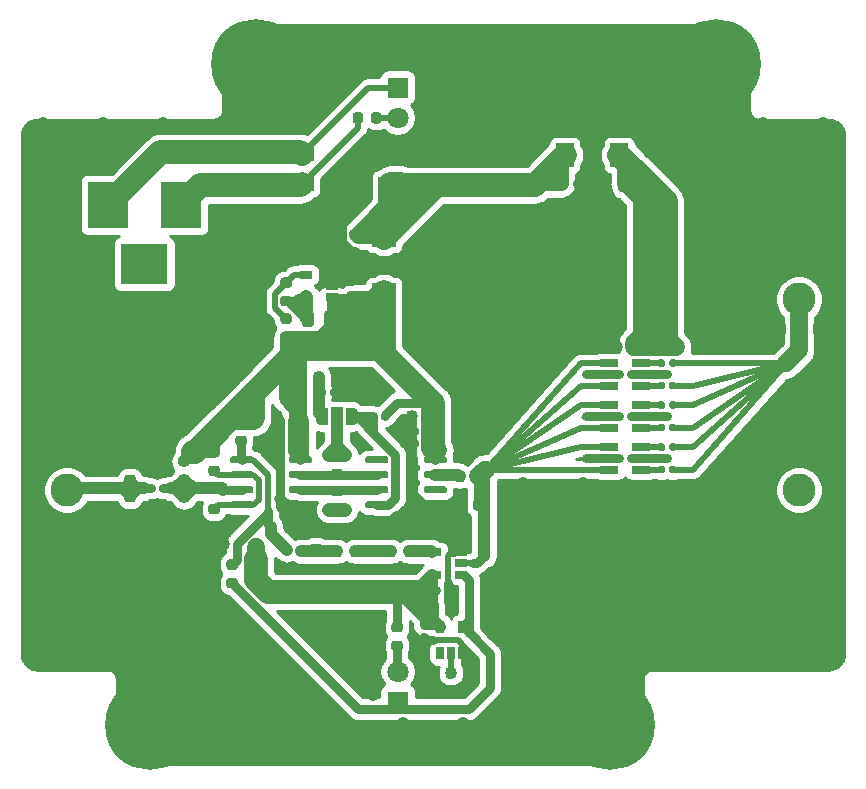
<source format=gtl>
G04 #@! TF.GenerationSoftware,KiCad,Pcbnew,5.1.10-88a1d61d58~90~ubuntu20.04.1*
G04 #@! TF.CreationDate,2021-11-15T23:18:05+00:00*
G04 #@! TF.ProjectId,pulse_stretcher,70756c73-655f-4737-9472-657463686572,rev?*
G04 #@! TF.SameCoordinates,PX5ee3fe0PY6209a80*
G04 #@! TF.FileFunction,Copper,L1,Top*
G04 #@! TF.FilePolarity,Positive*
%FSLAX46Y46*%
G04 Gerber Fmt 4.6, Leading zero omitted, Abs format (unit mm)*
G04 Created by KiCad (PCBNEW 5.1.10-88a1d61d58~90~ubuntu20.04.1) date 2021-11-15 23:18:05*
%MOMM*%
%LPD*%
G01*
G04 APERTURE LIST*
G04 #@! TA.AperFunction,SMDPad,CuDef*
%ADD10R,0.650000X1.060000*%
G04 #@! TD*
G04 #@! TA.AperFunction,SMDPad,CuDef*
%ADD11R,1.060000X0.650000*%
G04 #@! TD*
G04 #@! TA.AperFunction,ComponentPad*
%ADD12C,2.800000*%
G04 #@! TD*
G04 #@! TA.AperFunction,ComponentPad*
%ADD13R,1.800000X1.800000*%
G04 #@! TD*
G04 #@! TA.AperFunction,ComponentPad*
%ADD14C,1.800000*%
G04 #@! TD*
G04 #@! TA.AperFunction,ComponentPad*
%ADD15C,7.600000*%
G04 #@! TD*
G04 #@! TA.AperFunction,ComponentPad*
%ADD16R,3.500000X4.000000*%
G04 #@! TD*
G04 #@! TA.AperFunction,ComponentPad*
%ADD17R,4.000000X3.500000*%
G04 #@! TD*
G04 #@! TA.AperFunction,SMDPad,CuDef*
%ADD18C,0.100000*%
G04 #@! TD*
G04 #@! TA.AperFunction,SMDPad,CuDef*
%ADD19R,1.000000X1.500000*%
G04 #@! TD*
G04 #@! TA.AperFunction,SMDPad,CuDef*
%ADD20R,2.000000X1.200000*%
G04 #@! TD*
G04 #@! TA.AperFunction,SMDPad,CuDef*
%ADD21R,2.000000X1.500000*%
G04 #@! TD*
G04 #@! TA.AperFunction,SMDPad,CuDef*
%ADD22R,2.000000X3.800000*%
G04 #@! TD*
G04 #@! TA.AperFunction,SMDPad,CuDef*
%ADD23R,3.800000X2.000000*%
G04 #@! TD*
G04 #@! TA.AperFunction,SMDPad,CuDef*
%ADD24R,1.500000X2.000000*%
G04 #@! TD*
G04 #@! TA.AperFunction,SMDPad,CuDef*
%ADD25R,1.560000X0.650000*%
G04 #@! TD*
G04 #@! TA.AperFunction,ViaPad*
%ADD26C,1.000000*%
G04 #@! TD*
G04 #@! TA.AperFunction,ViaPad*
%ADD27C,1.200000*%
G04 #@! TD*
G04 #@! TA.AperFunction,ViaPad*
%ADD28C,0.600000*%
G04 #@! TD*
G04 #@! TA.AperFunction,Conductor*
%ADD29C,2.000000*%
G04 #@! TD*
G04 #@! TA.AperFunction,Conductor*
%ADD30C,0.508000*%
G04 #@! TD*
G04 #@! TA.AperFunction,Conductor*
%ADD31C,1.024000*%
G04 #@! TD*
G04 #@! TA.AperFunction,Conductor*
%ADD32C,0.762000*%
G04 #@! TD*
G04 #@! TA.AperFunction,Conductor*
%ADD33C,1.500000*%
G04 #@! TD*
G04 #@! TA.AperFunction,Conductor*
%ADD34C,1.200000*%
G04 #@! TD*
G04 #@! TA.AperFunction,Conductor*
%ADD35C,0.254000*%
G04 #@! TD*
G04 #@! TA.AperFunction,Conductor*
%ADD36C,0.100000*%
G04 #@! TD*
G04 APERTURE END LIST*
D10*
G04 #@! TO.P,U7,5*
G04 #@! TO.N,+3V3*
X28074000Y4332000D03*
G04 #@! TO.P,U7,4*
G04 #@! TO.N,/~ENABLEBUF*
X29974000Y4332000D03*
G04 #@! TO.P,U7,3*
G04 #@! TO.N,GND*
X29974000Y2132000D03*
G04 #@! TO.P,U7,2*
G04 #@! TO.N,/~ENABLE*
X29024000Y2132000D03*
G04 #@! TO.P,U7,1*
G04 #@! TO.N,N/C*
X28074000Y2132000D03*
G04 #@! TD*
D11*
G04 #@! TO.P,U6,5*
G04 #@! TO.N,+3V3*
X27670000Y8759000D03*
G04 #@! TO.P,U6,4*
G04 #@! TO.N,Net-(R18-Pad1)*
X27670000Y10659000D03*
G04 #@! TO.P,U6,3*
G04 #@! TO.N,GND*
X29870000Y10659000D03*
G04 #@! TO.P,U6,2*
G04 #@! TO.N,/OUTPUT*
X29870000Y9709000D03*
G04 #@! TO.P,U6,1*
G04 #@! TO.N,/~ENABLEBUF*
X29870000Y8759000D03*
G04 #@! TD*
G04 #@! TO.P,R26,2*
G04 #@! TO.N,/~ENABLE*
G04 #@! TA.AperFunction,SMDPad,CuDef*
G36*
G01*
X29436000Y694250D02*
X29436000Y181750D01*
G75*
G02*
X29217250Y-37000I-218750J0D01*
G01*
X28779750Y-37000D01*
G75*
G02*
X28561000Y181750I0J218750D01*
G01*
X28561000Y694250D01*
G75*
G02*
X28779750Y913000I218750J0D01*
G01*
X29217250Y913000D01*
G75*
G02*
X29436000Y694250I0J-218750D01*
G01*
G37*
G04 #@! TD.AperFunction*
G04 #@! TO.P,R26,1*
G04 #@! TO.N,GND*
G04 #@! TA.AperFunction,SMDPad,CuDef*
G36*
G01*
X31011000Y694250D02*
X31011000Y181750D01*
G75*
G02*
X30792250Y-37000I-218750J0D01*
G01*
X30354750Y-37000D01*
G75*
G02*
X30136000Y181750I0J218750D01*
G01*
X30136000Y694250D01*
G75*
G02*
X30354750Y913000I218750J0D01*
G01*
X30792250Y913000D01*
G75*
G02*
X31011000Y694250I0J-218750D01*
G01*
G37*
G04 #@! TD.AperFunction*
G04 #@! TD*
G04 #@! TO.P,R11,2*
G04 #@! TO.N,/~ENABLEBUF*
G04 #@! TA.AperFunction,SMDPad,CuDef*
G36*
G01*
X10225750Y8470000D02*
X10738250Y8470000D01*
G75*
G02*
X10957000Y8251250I0J-218750D01*
G01*
X10957000Y7813750D01*
G75*
G02*
X10738250Y7595000I-218750J0D01*
G01*
X10225750Y7595000D01*
G75*
G02*
X10007000Y7813750I0J218750D01*
G01*
X10007000Y8251250D01*
G75*
G02*
X10225750Y8470000I218750J0D01*
G01*
G37*
G04 #@! TD.AperFunction*
G04 #@! TO.P,R11,1*
G04 #@! TO.N,/SET*
G04 #@! TA.AperFunction,SMDPad,CuDef*
G36*
G01*
X10225750Y10045000D02*
X10738250Y10045000D01*
G75*
G02*
X10957000Y9826250I0J-218750D01*
G01*
X10957000Y9388750D01*
G75*
G02*
X10738250Y9170000I-218750J0D01*
G01*
X10225750Y9170000D01*
G75*
G02*
X10007000Y9388750I0J218750D01*
G01*
X10007000Y9826250D01*
G75*
G02*
X10225750Y10045000I218750J0D01*
G01*
G37*
G04 #@! TD.AperFunction*
G04 #@! TD*
D12*
G04 #@! TO.P,J4,4*
G04 #@! TO.N,GND*
X55988000Y13432000D03*
G04 #@! TO.P,J4,5*
X55988000Y18432000D03*
G04 #@! TO.P,J4,2*
X60988000Y18432000D03*
G04 #@! TO.P,J4,3*
X60988000Y13432000D03*
G04 #@! TO.P,J4,1*
G04 #@! TO.N,/~ENABLE*
X58488000Y15932000D03*
G04 #@! TD*
G04 #@! TO.P,C25,2*
G04 #@! TO.N,GND*
G04 #@! TA.AperFunction,SMDPad,CuDef*
G36*
G01*
X26565500Y3804000D02*
X26910500Y3804000D01*
G75*
G02*
X27058000Y3656500I0J-147500D01*
G01*
X27058000Y3361500D01*
G75*
G02*
X26910500Y3214000I-147500J0D01*
G01*
X26565500Y3214000D01*
G75*
G02*
X26418000Y3361500I0J147500D01*
G01*
X26418000Y3656500D01*
G75*
G02*
X26565500Y3804000I147500J0D01*
G01*
G37*
G04 #@! TD.AperFunction*
G04 #@! TO.P,C25,1*
G04 #@! TO.N,+3V3*
G04 #@! TA.AperFunction,SMDPad,CuDef*
G36*
G01*
X26565500Y4774000D02*
X26910500Y4774000D01*
G75*
G02*
X27058000Y4626500I0J-147500D01*
G01*
X27058000Y4331500D01*
G75*
G02*
X26910500Y4184000I-147500J0D01*
G01*
X26565500Y4184000D01*
G75*
G02*
X26418000Y4331500I0J147500D01*
G01*
X26418000Y4626500D01*
G75*
G02*
X26565500Y4774000I147500J0D01*
G01*
G37*
G04 #@! TD.AperFunction*
G04 #@! TD*
G04 #@! TO.P,J3,4*
G04 #@! TO.N,GND*
X55988000Y29568000D03*
G04 #@! TO.P,J3,5*
X55988000Y34568000D03*
G04 #@! TO.P,J3,2*
X60988000Y34568000D03*
G04 #@! TO.P,J3,3*
X60988000Y29568000D03*
G04 #@! TO.P,J3,1*
G04 #@! TO.N,/BUFFEREDOUT*
X58488000Y32068000D03*
G04 #@! TD*
G04 #@! TO.P,J2,4*
G04 #@! TO.N,GND*
X-988000Y18432000D03*
G04 #@! TO.P,J2,5*
X-988000Y13432000D03*
G04 #@! TO.P,J2,2*
X-5988000Y13432000D03*
G04 #@! TO.P,J2,3*
X-5988000Y18432000D03*
G04 #@! TO.P,J2,1*
G04 #@! TO.N,/INPUT*
X-3488000Y15932000D03*
G04 #@! TD*
G04 #@! TO.P,C1,1*
G04 #@! TO.N,Net-(C1-Pad1)*
G04 #@! TA.AperFunction,SMDPad,CuDef*
G36*
G01*
X11615000Y41085000D02*
X10365000Y41085000D01*
G75*
G02*
X10115000Y41335000I0J250000D01*
G01*
X10115000Y42085000D01*
G75*
G02*
X10365000Y42335000I250000J0D01*
G01*
X11615000Y42335000D01*
G75*
G02*
X11865000Y42085000I0J-250000D01*
G01*
X11865000Y41335000D01*
G75*
G02*
X11615000Y41085000I-250000J0D01*
G01*
G37*
G04 #@! TD.AperFunction*
G04 #@! TO.P,C1,2*
G04 #@! TO.N,Net-(C1-Pad2)*
G04 #@! TA.AperFunction,SMDPad,CuDef*
G36*
G01*
X11615000Y43885000D02*
X10365000Y43885000D01*
G75*
G02*
X10115000Y44135000I0J250000D01*
G01*
X10115000Y44885000D01*
G75*
G02*
X10365000Y45135000I250000J0D01*
G01*
X11615000Y45135000D01*
G75*
G02*
X11865000Y44885000I0J-250000D01*
G01*
X11865000Y44135000D01*
G75*
G02*
X11615000Y43885000I-250000J0D01*
G01*
G37*
G04 #@! TD.AperFunction*
G04 #@! TD*
G04 #@! TO.P,C2,2*
G04 #@! TO.N,Net-(C1-Pad2)*
G04 #@! TA.AperFunction,SMDPad,CuDef*
G36*
G01*
X13901000Y43885000D02*
X12651000Y43885000D01*
G75*
G02*
X12401000Y44135000I0J250000D01*
G01*
X12401000Y44885000D01*
G75*
G02*
X12651000Y45135000I250000J0D01*
G01*
X13901000Y45135000D01*
G75*
G02*
X14151000Y44885000I0J-250000D01*
G01*
X14151000Y44135000D01*
G75*
G02*
X13901000Y43885000I-250000J0D01*
G01*
G37*
G04 #@! TD.AperFunction*
G04 #@! TO.P,C2,1*
G04 #@! TO.N,Net-(C1-Pad1)*
G04 #@! TA.AperFunction,SMDPad,CuDef*
G36*
G01*
X13901000Y41085000D02*
X12651000Y41085000D01*
G75*
G02*
X12401000Y41335000I0J250000D01*
G01*
X12401000Y42085000D01*
G75*
G02*
X12651000Y42335000I250000J0D01*
G01*
X13901000Y42335000D01*
G75*
G02*
X14151000Y42085000I0J-250000D01*
G01*
X14151000Y41335000D01*
G75*
G02*
X13901000Y41085000I-250000J0D01*
G01*
G37*
G04 #@! TD.AperFunction*
G04 #@! TD*
G04 #@! TO.P,C3,1*
G04 #@! TO.N,+5V*
G04 #@! TA.AperFunction,SMDPad,CuDef*
G36*
G01*
X27617000Y41085000D02*
X26367000Y41085000D01*
G75*
G02*
X26117000Y41335000I0J250000D01*
G01*
X26117000Y42085000D01*
G75*
G02*
X26367000Y42335000I250000J0D01*
G01*
X27617000Y42335000D01*
G75*
G02*
X27867000Y42085000I0J-250000D01*
G01*
X27867000Y41335000D01*
G75*
G02*
X27617000Y41085000I-250000J0D01*
G01*
G37*
G04 #@! TD.AperFunction*
G04 #@! TO.P,C3,2*
G04 #@! TO.N,GND*
G04 #@! TA.AperFunction,SMDPad,CuDef*
G36*
G01*
X27617000Y43885000D02*
X26367000Y43885000D01*
G75*
G02*
X26117000Y44135000I0J250000D01*
G01*
X26117000Y44885000D01*
G75*
G02*
X26367000Y45135000I250000J0D01*
G01*
X27617000Y45135000D01*
G75*
G02*
X27867000Y44885000I0J-250000D01*
G01*
X27867000Y44135000D01*
G75*
G02*
X27617000Y43885000I-250000J0D01*
G01*
G37*
G04 #@! TD.AperFunction*
G04 #@! TD*
G04 #@! TO.P,C4,2*
G04 #@! TO.N,GND*
G04 #@! TA.AperFunction,SMDPad,CuDef*
G36*
G01*
X29903000Y43885000D02*
X28653000Y43885000D01*
G75*
G02*
X28403000Y44135000I0J250000D01*
G01*
X28403000Y44885000D01*
G75*
G02*
X28653000Y45135000I250000J0D01*
G01*
X29903000Y45135000D01*
G75*
G02*
X30153000Y44885000I0J-250000D01*
G01*
X30153000Y44135000D01*
G75*
G02*
X29903000Y43885000I-250000J0D01*
G01*
G37*
G04 #@! TD.AperFunction*
G04 #@! TO.P,C4,1*
G04 #@! TO.N,+5V*
G04 #@! TA.AperFunction,SMDPad,CuDef*
G36*
G01*
X29903000Y41085000D02*
X28653000Y41085000D01*
G75*
G02*
X28403000Y41335000I0J250000D01*
G01*
X28403000Y42085000D01*
G75*
G02*
X28653000Y42335000I250000J0D01*
G01*
X29903000Y42335000D01*
G75*
G02*
X30153000Y42085000I0J-250000D01*
G01*
X30153000Y41335000D01*
G75*
G02*
X29903000Y41085000I-250000J0D01*
G01*
G37*
G04 #@! TD.AperFunction*
G04 #@! TD*
G04 #@! TO.P,C5,1*
G04 #@! TO.N,Net-(C5-Pad1)*
G04 #@! TA.AperFunction,SMDPad,CuDef*
G36*
G01*
X4912000Y16231500D02*
X4912000Y15886500D01*
G75*
G02*
X4764500Y15739000I-147500J0D01*
G01*
X4469500Y15739000D01*
G75*
G02*
X4322000Y15886500I0J147500D01*
G01*
X4322000Y16231500D01*
G75*
G02*
X4469500Y16379000I147500J0D01*
G01*
X4764500Y16379000D01*
G75*
G02*
X4912000Y16231500I0J-147500D01*
G01*
G37*
G04 #@! TD.AperFunction*
G04 #@! TO.P,C5,2*
G04 #@! TO.N,/INPUT*
G04 #@! TA.AperFunction,SMDPad,CuDef*
G36*
G01*
X3942000Y16231500D02*
X3942000Y15886500D01*
G75*
G02*
X3794500Y15739000I-147500J0D01*
G01*
X3499500Y15739000D01*
G75*
G02*
X3352000Y15886500I0J147500D01*
G01*
X3352000Y16231500D01*
G75*
G02*
X3499500Y16379000I147500J0D01*
G01*
X3794500Y16379000D01*
G75*
G02*
X3942000Y16231500I0J-147500D01*
G01*
G37*
G04 #@! TD.AperFunction*
G04 #@! TD*
G04 #@! TO.P,C6,1*
G04 #@! TO.N,+5V*
G04 #@! TA.AperFunction,SMDPad,CuDef*
G36*
G01*
X20639750Y37985000D02*
X21152250Y37985000D01*
G75*
G02*
X21371000Y37766250I0J-218750D01*
G01*
X21371000Y37328750D01*
G75*
G02*
X21152250Y37110000I-218750J0D01*
G01*
X20639750Y37110000D01*
G75*
G02*
X20421000Y37328750I0J218750D01*
G01*
X20421000Y37766250D01*
G75*
G02*
X20639750Y37985000I218750J0D01*
G01*
G37*
G04 #@! TD.AperFunction*
G04 #@! TO.P,C6,2*
G04 #@! TO.N,GND*
G04 #@! TA.AperFunction,SMDPad,CuDef*
G36*
G01*
X20639750Y36410000D02*
X21152250Y36410000D01*
G75*
G02*
X21371000Y36191250I0J-218750D01*
G01*
X21371000Y35753750D01*
G75*
G02*
X21152250Y35535000I-218750J0D01*
G01*
X20639750Y35535000D01*
G75*
G02*
X20421000Y35753750I0J218750D01*
G01*
X20421000Y36191250D01*
G75*
G02*
X20639750Y36410000I218750J0D01*
G01*
G37*
G04 #@! TD.AperFunction*
G04 #@! TD*
G04 #@! TO.P,C7,2*
G04 #@! TO.N,GND*
G04 #@! TA.AperFunction,SMDPad,CuDef*
G36*
G01*
X39534000Y41583750D02*
X39534000Y42096250D01*
G75*
G02*
X39752750Y42315000I218750J0D01*
G01*
X40190250Y42315000D01*
G75*
G02*
X40409000Y42096250I0J-218750D01*
G01*
X40409000Y41583750D01*
G75*
G02*
X40190250Y41365000I-218750J0D01*
G01*
X39752750Y41365000D01*
G75*
G02*
X39534000Y41583750I0J218750D01*
G01*
G37*
G04 #@! TD.AperFunction*
G04 #@! TO.P,C7,1*
G04 #@! TO.N,+5V*
G04 #@! TA.AperFunction,SMDPad,CuDef*
G36*
G01*
X37959000Y41583750D02*
X37959000Y42096250D01*
G75*
G02*
X38177750Y42315000I218750J0D01*
G01*
X38615250Y42315000D01*
G75*
G02*
X38834000Y42096250I0J-218750D01*
G01*
X38834000Y41583750D01*
G75*
G02*
X38615250Y41365000I-218750J0D01*
G01*
X38177750Y41365000D01*
G75*
G02*
X37959000Y41583750I0J218750D01*
G01*
G37*
G04 #@! TD.AperFunction*
G04 #@! TD*
G04 #@! TO.P,C8,1*
G04 #@! TO.N,VPP*
G04 #@! TA.AperFunction,SMDPad,CuDef*
G36*
G01*
X16423000Y29953750D02*
X16423000Y30866250D01*
G75*
G02*
X16666750Y31110000I243750J0D01*
G01*
X17154250Y31110000D01*
G75*
G02*
X17398000Y30866250I0J-243750D01*
G01*
X17398000Y29953750D01*
G75*
G02*
X17154250Y29710000I-243750J0D01*
G01*
X16666750Y29710000D01*
G75*
G02*
X16423000Y29953750I0J243750D01*
G01*
G37*
G04 #@! TD.AperFunction*
G04 #@! TO.P,C8,2*
G04 #@! TO.N,+3V3*
G04 #@! TA.AperFunction,SMDPad,CuDef*
G36*
G01*
X18298000Y29953750D02*
X18298000Y30866250D01*
G75*
G02*
X18541750Y31110000I243750J0D01*
G01*
X19029250Y31110000D01*
G75*
G02*
X19273000Y30866250I0J-243750D01*
G01*
X19273000Y29953750D01*
G75*
G02*
X19029250Y29710000I-243750J0D01*
G01*
X18541750Y29710000D01*
G75*
G02*
X18298000Y29953750I0J243750D01*
G01*
G37*
G04 #@! TD.AperFunction*
G04 #@! TD*
G04 #@! TO.P,C9,1*
G04 #@! TO.N,+3V3*
G04 #@! TA.AperFunction,SMDPad,CuDef*
G36*
G01*
X21352250Y31779000D02*
X20439750Y31779000D01*
G75*
G02*
X20196000Y32022750I0J243750D01*
G01*
X20196000Y32510250D01*
G75*
G02*
X20439750Y32754000I243750J0D01*
G01*
X21352250Y32754000D01*
G75*
G02*
X21596000Y32510250I0J-243750D01*
G01*
X21596000Y32022750D01*
G75*
G02*
X21352250Y31779000I-243750J0D01*
G01*
G37*
G04 #@! TD.AperFunction*
G04 #@! TO.P,C9,2*
G04 #@! TO.N,GND*
G04 #@! TA.AperFunction,SMDPad,CuDef*
G36*
G01*
X21352250Y33654000D02*
X20439750Y33654000D01*
G75*
G02*
X20196000Y33897750I0J243750D01*
G01*
X20196000Y34385250D01*
G75*
G02*
X20439750Y34629000I243750J0D01*
G01*
X21352250Y34629000D01*
G75*
G02*
X21596000Y34385250I0J-243750D01*
G01*
X21596000Y33897750D01*
G75*
G02*
X21352250Y33654000I-243750J0D01*
G01*
G37*
G04 #@! TD.AperFunction*
G04 #@! TD*
G04 #@! TO.P,C10,2*
G04 #@! TO.N,GND*
G04 #@! TA.AperFunction,SMDPad,CuDef*
G36*
G01*
X42290000Y42296250D02*
X42290000Y41383750D01*
G75*
G02*
X42046250Y41140000I-243750J0D01*
G01*
X41558750Y41140000D01*
G75*
G02*
X41315000Y41383750I0J243750D01*
G01*
X41315000Y42296250D01*
G75*
G02*
X41558750Y42540000I243750J0D01*
G01*
X42046250Y42540000D01*
G75*
G02*
X42290000Y42296250I0J-243750D01*
G01*
G37*
G04 #@! TD.AperFunction*
G04 #@! TO.P,C10,1*
G04 #@! TO.N,+2V5*
G04 #@! TA.AperFunction,SMDPad,CuDef*
G36*
G01*
X44165000Y42296250D02*
X44165000Y41383750D01*
G75*
G02*
X43921250Y41140000I-243750J0D01*
G01*
X43433750Y41140000D01*
G75*
G02*
X43190000Y41383750I0J243750D01*
G01*
X43190000Y42296250D01*
G75*
G02*
X43433750Y42540000I243750J0D01*
G01*
X43921250Y42540000D01*
G75*
G02*
X44165000Y42296250I0J-243750D01*
G01*
G37*
G04 #@! TD.AperFunction*
G04 #@! TD*
G04 #@! TO.P,C11,1*
G04 #@! TO.N,+3V3*
G04 #@! TA.AperFunction,SMDPad,CuDef*
G36*
G01*
X15834000Y20041500D02*
X15834000Y19696500D01*
G75*
G02*
X15686500Y19549000I-147500J0D01*
G01*
X15391500Y19549000D01*
G75*
G02*
X15244000Y19696500I0J147500D01*
G01*
X15244000Y20041500D01*
G75*
G02*
X15391500Y20189000I147500J0D01*
G01*
X15686500Y20189000D01*
G75*
G02*
X15834000Y20041500I0J-147500D01*
G01*
G37*
G04 #@! TD.AperFunction*
G04 #@! TO.P,C11,2*
G04 #@! TO.N,GND*
G04 #@! TA.AperFunction,SMDPad,CuDef*
G36*
G01*
X14864000Y20041500D02*
X14864000Y19696500D01*
G75*
G02*
X14716500Y19549000I-147500J0D01*
G01*
X14421500Y19549000D01*
G75*
G02*
X14274000Y19696500I0J147500D01*
G01*
X14274000Y20041500D01*
G75*
G02*
X14421500Y20189000I147500J0D01*
G01*
X14716500Y20189000D01*
G75*
G02*
X14864000Y20041500I0J-147500D01*
G01*
G37*
G04 #@! TD.AperFunction*
G04 #@! TD*
G04 #@! TO.P,C12,2*
G04 #@! TO.N,GND*
G04 #@! TA.AperFunction,SMDPad,CuDef*
G36*
G01*
X14864000Y21057500D02*
X14864000Y20712500D01*
G75*
G02*
X14716500Y20565000I-147500J0D01*
G01*
X14421500Y20565000D01*
G75*
G02*
X14274000Y20712500I0J147500D01*
G01*
X14274000Y21057500D01*
G75*
G02*
X14421500Y21205000I147500J0D01*
G01*
X14716500Y21205000D01*
G75*
G02*
X14864000Y21057500I0J-147500D01*
G01*
G37*
G04 #@! TD.AperFunction*
G04 #@! TO.P,C12,1*
G04 #@! TO.N,+3V3*
G04 #@! TA.AperFunction,SMDPad,CuDef*
G36*
G01*
X15834000Y21057500D02*
X15834000Y20712500D01*
G75*
G02*
X15686500Y20565000I-147500J0D01*
G01*
X15391500Y20565000D01*
G75*
G02*
X15244000Y20712500I0J147500D01*
G01*
X15244000Y21057500D01*
G75*
G02*
X15391500Y21205000I147500J0D01*
G01*
X15686500Y21205000D01*
G75*
G02*
X15834000Y21057500I0J-147500D01*
G01*
G37*
G04 #@! TD.AperFunction*
G04 #@! TD*
G04 #@! TO.P,C13,2*
G04 #@! TO.N,GND*
G04 #@! TA.AperFunction,SMDPad,CuDef*
G36*
G01*
X14704000Y22411250D02*
X14704000Y21898750D01*
G75*
G02*
X14485250Y21680000I-218750J0D01*
G01*
X14047750Y21680000D01*
G75*
G02*
X13829000Y21898750I0J218750D01*
G01*
X13829000Y22411250D01*
G75*
G02*
X14047750Y22630000I218750J0D01*
G01*
X14485250Y22630000D01*
G75*
G02*
X14704000Y22411250I0J-218750D01*
G01*
G37*
G04 #@! TD.AperFunction*
G04 #@! TO.P,C13,1*
G04 #@! TO.N,+3V3*
G04 #@! TA.AperFunction,SMDPad,CuDef*
G36*
G01*
X16279000Y22411250D02*
X16279000Y21898750D01*
G75*
G02*
X16060250Y21680000I-218750J0D01*
G01*
X15622750Y21680000D01*
G75*
G02*
X15404000Y21898750I0J218750D01*
G01*
X15404000Y22411250D01*
G75*
G02*
X15622750Y22630000I218750J0D01*
G01*
X16060250Y22630000D01*
G75*
G02*
X16279000Y22411250I0J-218750D01*
G01*
G37*
G04 #@! TD.AperFunction*
G04 #@! TD*
G04 #@! TO.P,C14,2*
G04 #@! TO.N,/SET*
G04 #@! TA.AperFunction,SMDPad,CuDef*
G36*
G01*
X15499000Y11024500D02*
X15499000Y10679500D01*
G75*
G02*
X15351500Y10532000I-147500J0D01*
G01*
X15056500Y10532000D01*
G75*
G02*
X14909000Y10679500I0J147500D01*
G01*
X14909000Y11024500D01*
G75*
G02*
X15056500Y11172000I147500J0D01*
G01*
X15351500Y11172000D01*
G75*
G02*
X15499000Y11024500I0J-147500D01*
G01*
G37*
G04 #@! TD.AperFunction*
G04 #@! TO.P,C14,1*
G04 #@! TO.N,Net-(C14-Pad1)*
G04 #@! TA.AperFunction,SMDPad,CuDef*
G36*
G01*
X16469000Y11024500D02*
X16469000Y10679500D01*
G75*
G02*
X16321500Y10532000I-147500J0D01*
G01*
X16026500Y10532000D01*
G75*
G02*
X15879000Y10679500I0J147500D01*
G01*
X15879000Y11024500D01*
G75*
G02*
X16026500Y11172000I147500J0D01*
G01*
X16321500Y11172000D01*
G75*
G02*
X16469000Y11024500I0J-147500D01*
G01*
G37*
G04 #@! TD.AperFunction*
G04 #@! TD*
G04 #@! TO.P,C15,1*
G04 #@! TO.N,VPP*
G04 #@! TA.AperFunction,SMDPad,CuDef*
G36*
G01*
X17830000Y24014500D02*
X17830000Y24359500D01*
G75*
G02*
X17977500Y24507000I147500J0D01*
G01*
X18272500Y24507000D01*
G75*
G02*
X18420000Y24359500I0J-147500D01*
G01*
X18420000Y24014500D01*
G75*
G02*
X18272500Y23867000I-147500J0D01*
G01*
X17977500Y23867000D01*
G75*
G02*
X17830000Y24014500I0J147500D01*
G01*
G37*
G04 #@! TD.AperFunction*
G04 #@! TO.P,C15,2*
G04 #@! TO.N,GND*
G04 #@! TA.AperFunction,SMDPad,CuDef*
G36*
G01*
X18800000Y24014500D02*
X18800000Y24359500D01*
G75*
G02*
X18947500Y24507000I147500J0D01*
G01*
X19242500Y24507000D01*
G75*
G02*
X19390000Y24359500I0J-147500D01*
G01*
X19390000Y24014500D01*
G75*
G02*
X19242500Y23867000I-147500J0D01*
G01*
X18947500Y23867000D01*
G75*
G02*
X18800000Y24014500I0J147500D01*
G01*
G37*
G04 #@! TD.AperFunction*
G04 #@! TD*
G04 #@! TO.P,C16,1*
G04 #@! TO.N,VPP*
G04 #@! TA.AperFunction,SMDPad,CuDef*
G36*
G01*
X17385000Y25200750D02*
X17385000Y25713250D01*
G75*
G02*
X17603750Y25932000I218750J0D01*
G01*
X18041250Y25932000D01*
G75*
G02*
X18260000Y25713250I0J-218750D01*
G01*
X18260000Y25200750D01*
G75*
G02*
X18041250Y24982000I-218750J0D01*
G01*
X17603750Y24982000D01*
G75*
G02*
X17385000Y25200750I0J218750D01*
G01*
G37*
G04 #@! TD.AperFunction*
G04 #@! TO.P,C16,2*
G04 #@! TO.N,GND*
G04 #@! TA.AperFunction,SMDPad,CuDef*
G36*
G01*
X18960000Y25200750D02*
X18960000Y25713250D01*
G75*
G02*
X19178750Y25932000I218750J0D01*
G01*
X19616250Y25932000D01*
G75*
G02*
X19835000Y25713250I0J-218750D01*
G01*
X19835000Y25200750D01*
G75*
G02*
X19616250Y24982000I-218750J0D01*
G01*
X19178750Y24982000D01*
G75*
G02*
X18960000Y25200750I0J218750D01*
G01*
G37*
G04 #@! TD.AperFunction*
G04 #@! TD*
G04 #@! TO.P,C18,2*
G04 #@! TO.N,GND*
G04 #@! TA.AperFunction,SMDPad,CuDef*
G36*
G01*
X26294000Y20041500D02*
X26294000Y19696500D01*
G75*
G02*
X26146500Y19549000I-147500J0D01*
G01*
X25851500Y19549000D01*
G75*
G02*
X25704000Y19696500I0J147500D01*
G01*
X25704000Y20041500D01*
G75*
G02*
X25851500Y20189000I147500J0D01*
G01*
X26146500Y20189000D01*
G75*
G02*
X26294000Y20041500I0J-147500D01*
G01*
G37*
G04 #@! TD.AperFunction*
G04 #@! TO.P,C18,1*
G04 #@! TO.N,+3V3*
G04 #@! TA.AperFunction,SMDPad,CuDef*
G36*
G01*
X27264000Y20041500D02*
X27264000Y19696500D01*
G75*
G02*
X27116500Y19549000I-147500J0D01*
G01*
X26821500Y19549000D01*
G75*
G02*
X26674000Y19696500I0J147500D01*
G01*
X26674000Y20041500D01*
G75*
G02*
X26821500Y20189000I147500J0D01*
G01*
X27116500Y20189000D01*
G75*
G02*
X27264000Y20041500I0J-147500D01*
G01*
G37*
G04 #@! TD.AperFunction*
G04 #@! TD*
G04 #@! TO.P,C19,1*
G04 #@! TO.N,+3V3*
G04 #@! TA.AperFunction,SMDPad,CuDef*
G36*
G01*
X27264000Y21057500D02*
X27264000Y20712500D01*
G75*
G02*
X27116500Y20565000I-147500J0D01*
G01*
X26821500Y20565000D01*
G75*
G02*
X26674000Y20712500I0J147500D01*
G01*
X26674000Y21057500D01*
G75*
G02*
X26821500Y21205000I147500J0D01*
G01*
X27116500Y21205000D01*
G75*
G02*
X27264000Y21057500I0J-147500D01*
G01*
G37*
G04 #@! TD.AperFunction*
G04 #@! TO.P,C19,2*
G04 #@! TO.N,GND*
G04 #@! TA.AperFunction,SMDPad,CuDef*
G36*
G01*
X26294000Y21057500D02*
X26294000Y20712500D01*
G75*
G02*
X26146500Y20565000I-147500J0D01*
G01*
X25851500Y20565000D01*
G75*
G02*
X25704000Y20712500I0J147500D01*
G01*
X25704000Y21057500D01*
G75*
G02*
X25851500Y21205000I147500J0D01*
G01*
X26146500Y21205000D01*
G75*
G02*
X26294000Y21057500I0J-147500D01*
G01*
G37*
G04 #@! TD.AperFunction*
G04 #@! TD*
G04 #@! TO.P,C20,2*
G04 #@! TO.N,GND*
G04 #@! TA.AperFunction,SMDPad,CuDef*
G36*
G01*
X26134000Y22411250D02*
X26134000Y21898750D01*
G75*
G02*
X25915250Y21680000I-218750J0D01*
G01*
X25477750Y21680000D01*
G75*
G02*
X25259000Y21898750I0J218750D01*
G01*
X25259000Y22411250D01*
G75*
G02*
X25477750Y22630000I218750J0D01*
G01*
X25915250Y22630000D01*
G75*
G02*
X26134000Y22411250I0J-218750D01*
G01*
G37*
G04 #@! TD.AperFunction*
G04 #@! TO.P,C20,1*
G04 #@! TO.N,+3V3*
G04 #@! TA.AperFunction,SMDPad,CuDef*
G36*
G01*
X27709000Y22411250D02*
X27709000Y21898750D01*
G75*
G02*
X27490250Y21680000I-218750J0D01*
G01*
X27052750Y21680000D01*
G75*
G02*
X26834000Y21898750I0J218750D01*
G01*
X26834000Y22411250D01*
G75*
G02*
X27052750Y22630000I218750J0D01*
G01*
X27490250Y22630000D01*
G75*
G02*
X27709000Y22411250I0J-218750D01*
G01*
G37*
G04 #@! TD.AperFunction*
G04 #@! TD*
G04 #@! TO.P,C21,2*
G04 #@! TO.N,/VBB*
G04 #@! TA.AperFunction,SMDPad,CuDef*
G36*
G01*
X22738000Y22327500D02*
X22738000Y21982500D01*
G75*
G02*
X22590500Y21835000I-147500J0D01*
G01*
X22295500Y21835000D01*
G75*
G02*
X22148000Y21982500I0J147500D01*
G01*
X22148000Y22327500D01*
G75*
G02*
X22295500Y22475000I147500J0D01*
G01*
X22590500Y22475000D01*
G75*
G02*
X22738000Y22327500I0J-147500D01*
G01*
G37*
G04 #@! TD.AperFunction*
G04 #@! TO.P,C21,1*
G04 #@! TO.N,+3V3*
G04 #@! TA.AperFunction,SMDPad,CuDef*
G36*
G01*
X23708000Y22327500D02*
X23708000Y21982500D01*
G75*
G02*
X23560500Y21835000I-147500J0D01*
G01*
X23265500Y21835000D01*
G75*
G02*
X23118000Y21982500I0J147500D01*
G01*
X23118000Y22327500D01*
G75*
G02*
X23265500Y22475000I147500J0D01*
G01*
X23560500Y22475000D01*
G75*
G02*
X23708000Y22327500I0J-147500D01*
G01*
G37*
G04 #@! TD.AperFunction*
G04 #@! TD*
G04 #@! TO.P,C23,1*
G04 #@! TO.N,+3V3*
G04 #@! TA.AperFunction,SMDPad,CuDef*
G36*
G01*
X27482000Y7250500D02*
X27482000Y7595500D01*
G75*
G02*
X27629500Y7743000I147500J0D01*
G01*
X27924500Y7743000D01*
G75*
G02*
X28072000Y7595500I0J-147500D01*
G01*
X28072000Y7250500D01*
G75*
G02*
X27924500Y7103000I-147500J0D01*
G01*
X27629500Y7103000D01*
G75*
G02*
X27482000Y7250500I0J147500D01*
G01*
G37*
G04 #@! TD.AperFunction*
G04 #@! TO.P,C23,2*
G04 #@! TO.N,GND*
G04 #@! TA.AperFunction,SMDPad,CuDef*
G36*
G01*
X28452000Y7250500D02*
X28452000Y7595500D01*
G75*
G02*
X28599500Y7743000I147500J0D01*
G01*
X28894500Y7743000D01*
G75*
G02*
X29042000Y7595500I0J-147500D01*
G01*
X29042000Y7250500D01*
G75*
G02*
X28894500Y7103000I-147500J0D01*
G01*
X28599500Y7103000D01*
G75*
G02*
X28452000Y7250500I0J147500D01*
G01*
G37*
G04 #@! TD.AperFunction*
G04 #@! TD*
G04 #@! TO.P,C24,1*
G04 #@! TO.N,+3V3*
G04 #@! TA.AperFunction,SMDPad,CuDef*
G36*
G01*
X27037000Y5896750D02*
X27037000Y6409250D01*
G75*
G02*
X27255750Y6628000I218750J0D01*
G01*
X27693250Y6628000D01*
G75*
G02*
X27912000Y6409250I0J-218750D01*
G01*
X27912000Y5896750D01*
G75*
G02*
X27693250Y5678000I-218750J0D01*
G01*
X27255750Y5678000D01*
G75*
G02*
X27037000Y5896750I0J218750D01*
G01*
G37*
G04 #@! TD.AperFunction*
G04 #@! TO.P,C24,2*
G04 #@! TO.N,GND*
G04 #@! TA.AperFunction,SMDPad,CuDef*
G36*
G01*
X28612000Y5896750D02*
X28612000Y6409250D01*
G75*
G02*
X28830750Y6628000I218750J0D01*
G01*
X29268250Y6628000D01*
G75*
G02*
X29487000Y6409250I0J-218750D01*
G01*
X29487000Y5896750D01*
G75*
G02*
X29268250Y5678000I-218750J0D01*
G01*
X28830750Y5678000D01*
G75*
G02*
X28612000Y5896750I0J218750D01*
G01*
G37*
G04 #@! TD.AperFunction*
G04 #@! TD*
D13*
G04 #@! TO.P,D1,1*
G04 #@! TO.N,Net-(C1-Pad2)*
X24500000Y50000000D03*
D14*
G04 #@! TO.P,D1,2*
G04 #@! TO.N,Net-(D1-Pad2)*
X24500000Y47460000D03*
G04 #@! TD*
D15*
G04 #@! TO.P,H1,1*
G04 #@! TO.N,GND*
X12500000Y52000000D03*
G04 #@! TD*
G04 #@! TO.P,H2,1*
G04 #@! TO.N,GND*
X51500000Y52000000D03*
G04 #@! TD*
G04 #@! TO.P,H3,1*
G04 #@! TO.N,GND*
X3500000Y-4000000D03*
G04 #@! TD*
G04 #@! TO.P,H4,1*
G04 #@! TO.N,GND*
X42500000Y-4000000D03*
G04 #@! TD*
D16*
G04 #@! TO.P,J1,1*
G04 #@! TO.N,Net-(C1-Pad1)*
X6164000Y40062000D03*
G04 #@! TO.P,J1,2*
G04 #@! TO.N,Net-(C1-Pad2)*
X-36000Y40062000D03*
D17*
G04 #@! TO.P,J1,3*
G04 #@! TO.N,N/C*
X3064000Y35062000D03*
G04 #@! TD*
G04 #@! TA.AperFunction,SMDPad,CuDef*
D18*
G04 #@! TO.P,JP1,1*
G04 #@! TO.N,/VBB*
G36*
X20122000Y22905000D02*
G01*
X20672000Y22905000D01*
X20672000Y22904398D01*
X20696534Y22904398D01*
X20745365Y22899588D01*
X20793490Y22890016D01*
X20840445Y22875772D01*
X20885778Y22856995D01*
X20929051Y22833864D01*
X20969850Y22806604D01*
X21007779Y22775476D01*
X21042476Y22740779D01*
X21073604Y22702850D01*
X21100864Y22662051D01*
X21123995Y22618778D01*
X21142772Y22573445D01*
X21157016Y22526490D01*
X21166588Y22478365D01*
X21171398Y22429534D01*
X21171398Y22405000D01*
X21172000Y22405000D01*
X21172000Y21905000D01*
X21171398Y21905000D01*
X21171398Y21880466D01*
X21166588Y21831635D01*
X21157016Y21783510D01*
X21142772Y21736555D01*
X21123995Y21691222D01*
X21100864Y21647949D01*
X21073604Y21607150D01*
X21042476Y21569221D01*
X21007779Y21534524D01*
X20969850Y21503396D01*
X20929051Y21476136D01*
X20885778Y21453005D01*
X20840445Y21434228D01*
X20793490Y21419984D01*
X20745365Y21410412D01*
X20696534Y21405602D01*
X20672000Y21405602D01*
X20672000Y21405000D01*
X20122000Y21405000D01*
X20122000Y22905000D01*
G37*
G04 #@! TD.AperFunction*
G04 #@! TA.AperFunction,SMDPad,CuDef*
G04 #@! TO.P,JP1,3*
G04 #@! TO.N,VPP*
G36*
X18072000Y21405602D02*
G01*
X18047466Y21405602D01*
X17998635Y21410412D01*
X17950510Y21419984D01*
X17903555Y21434228D01*
X17858222Y21453005D01*
X17814949Y21476136D01*
X17774150Y21503396D01*
X17736221Y21534524D01*
X17701524Y21569221D01*
X17670396Y21607150D01*
X17643136Y21647949D01*
X17620005Y21691222D01*
X17601228Y21736555D01*
X17586984Y21783510D01*
X17577412Y21831635D01*
X17572602Y21880466D01*
X17572602Y21905000D01*
X17572000Y21905000D01*
X17572000Y22405000D01*
X17572602Y22405000D01*
X17572602Y22429534D01*
X17577412Y22478365D01*
X17586984Y22526490D01*
X17601228Y22573445D01*
X17620005Y22618778D01*
X17643136Y22662051D01*
X17670396Y22702850D01*
X17701524Y22740779D01*
X17736221Y22775476D01*
X17774150Y22806604D01*
X17814949Y22833864D01*
X17858222Y22856995D01*
X17903555Y22875772D01*
X17950510Y22890016D01*
X17998635Y22899588D01*
X18047466Y22904398D01*
X18072000Y22904398D01*
X18072000Y22905000D01*
X18622000Y22905000D01*
X18622000Y21405000D01*
X18072000Y21405000D01*
X18072000Y21405602D01*
G37*
G04 #@! TD.AperFunction*
D19*
G04 #@! TO.P,JP1,2*
G04 #@! TO.N,/TERMINATION*
X19372000Y22155000D03*
G04 #@! TD*
D20*
G04 #@! TO.P,L1,1*
G04 #@! TO.N,Net-(C1-Pad2)*
X16384000Y44360000D03*
G04 #@! TO.P,L1,2*
G04 #@! TO.N,Net-(C1-Pad1)*
X16384000Y41860000D03*
G04 #@! TO.P,L1,3*
G04 #@! TO.N,+5V*
X23884000Y41860000D03*
G04 #@! TO.P,L1,4*
G04 #@! TO.N,GND*
X23884000Y44360000D03*
G04 #@! TD*
G04 #@! TO.P,R1,2*
G04 #@! TO.N,Net-(D1-Pad2)*
G04 #@! TA.AperFunction,SMDPad,CuDef*
G36*
G01*
X22262000Y47171750D02*
X22262000Y47684250D01*
G75*
G02*
X22480750Y47903000I218750J0D01*
G01*
X22918250Y47903000D01*
G75*
G02*
X23137000Y47684250I0J-218750D01*
G01*
X23137000Y47171750D01*
G75*
G02*
X22918250Y46953000I-218750J0D01*
G01*
X22480750Y46953000D01*
G75*
G02*
X22262000Y47171750I0J218750D01*
G01*
G37*
G04 #@! TD.AperFunction*
G04 #@! TO.P,R1,1*
G04 #@! TO.N,Net-(C1-Pad1)*
G04 #@! TA.AperFunction,SMDPad,CuDef*
G36*
G01*
X20687000Y47171750D02*
X20687000Y47684250D01*
G75*
G02*
X20905750Y47903000I218750J0D01*
G01*
X21343250Y47903000D01*
G75*
G02*
X21562000Y47684250I0J-218750D01*
G01*
X21562000Y47171750D01*
G75*
G02*
X21343250Y46953000I-218750J0D01*
G01*
X20905750Y46953000D01*
G75*
G02*
X20687000Y47171750I0J218750D01*
G01*
G37*
G04 #@! TD.AperFunction*
G04 #@! TD*
G04 #@! TO.P,R2,1*
G04 #@! TO.N,/INPUT*
G04 #@! TA.AperFunction,SMDPad,CuDef*
G36*
G01*
X2102250Y16358000D02*
X1589750Y16358000D01*
G75*
G02*
X1371000Y16576750I0J218750D01*
G01*
X1371000Y17014250D01*
G75*
G02*
X1589750Y17233000I218750J0D01*
G01*
X2102250Y17233000D01*
G75*
G02*
X2321000Y17014250I0J-218750D01*
G01*
X2321000Y16576750D01*
G75*
G02*
X2102250Y16358000I-218750J0D01*
G01*
G37*
G04 #@! TD.AperFunction*
G04 #@! TO.P,R2,2*
G04 #@! TO.N,GND*
G04 #@! TA.AperFunction,SMDPad,CuDef*
G36*
G01*
X2102250Y17933000D02*
X1589750Y17933000D01*
G75*
G02*
X1371000Y18151750I0J218750D01*
G01*
X1371000Y18589250D01*
G75*
G02*
X1589750Y18808000I218750J0D01*
G01*
X2102250Y18808000D01*
G75*
G02*
X2321000Y18589250I0J-218750D01*
G01*
X2321000Y18151750D01*
G75*
G02*
X2102250Y17933000I-218750J0D01*
G01*
G37*
G04 #@! TD.AperFunction*
G04 #@! TD*
G04 #@! TO.P,R3,2*
G04 #@! TO.N,GND*
G04 #@! TA.AperFunction,SMDPad,CuDef*
G36*
G01*
X1589750Y14185000D02*
X2102250Y14185000D01*
G75*
G02*
X2321000Y13966250I0J-218750D01*
G01*
X2321000Y13528750D01*
G75*
G02*
X2102250Y13310000I-218750J0D01*
G01*
X1589750Y13310000D01*
G75*
G02*
X1371000Y13528750I0J218750D01*
G01*
X1371000Y13966250D01*
G75*
G02*
X1589750Y14185000I218750J0D01*
G01*
G37*
G04 #@! TD.AperFunction*
G04 #@! TO.P,R3,1*
G04 #@! TO.N,/INPUT*
G04 #@! TA.AperFunction,SMDPad,CuDef*
G36*
G01*
X1589750Y15760000D02*
X2102250Y15760000D01*
G75*
G02*
X2321000Y15541250I0J-218750D01*
G01*
X2321000Y15103750D01*
G75*
G02*
X2102250Y14885000I-218750J0D01*
G01*
X1589750Y14885000D01*
G75*
G02*
X1371000Y15103750I0J218750D01*
G01*
X1371000Y15541250D01*
G75*
G02*
X1589750Y15760000I218750J0D01*
G01*
G37*
G04 #@! TD.AperFunction*
G04 #@! TD*
G04 #@! TO.P,R4,1*
G04 #@! TO.N,+3V3*
G04 #@! TA.AperFunction,SMDPad,CuDef*
G36*
G01*
X6161750Y18808000D02*
X6674250Y18808000D01*
G75*
G02*
X6893000Y18589250I0J-218750D01*
G01*
X6893000Y18151750D01*
G75*
G02*
X6674250Y17933000I-218750J0D01*
G01*
X6161750Y17933000D01*
G75*
G02*
X5943000Y18151750I0J218750D01*
G01*
X5943000Y18589250D01*
G75*
G02*
X6161750Y18808000I218750J0D01*
G01*
G37*
G04 #@! TD.AperFunction*
G04 #@! TO.P,R4,2*
G04 #@! TO.N,Net-(C5-Pad1)*
G04 #@! TA.AperFunction,SMDPad,CuDef*
G36*
G01*
X6161750Y17233000D02*
X6674250Y17233000D01*
G75*
G02*
X6893000Y17014250I0J-218750D01*
G01*
X6893000Y16576750D01*
G75*
G02*
X6674250Y16358000I-218750J0D01*
G01*
X6161750Y16358000D01*
G75*
G02*
X5943000Y16576750I0J218750D01*
G01*
X5943000Y17014250D01*
G75*
G02*
X6161750Y17233000I218750J0D01*
G01*
G37*
G04 #@! TD.AperFunction*
G04 #@! TD*
G04 #@! TO.P,R5,2*
G04 #@! TO.N,GND*
G04 #@! TA.AperFunction,SMDPad,CuDef*
G36*
G01*
X6161750Y14185000D02*
X6674250Y14185000D01*
G75*
G02*
X6893000Y13966250I0J-218750D01*
G01*
X6893000Y13528750D01*
G75*
G02*
X6674250Y13310000I-218750J0D01*
G01*
X6161750Y13310000D01*
G75*
G02*
X5943000Y13528750I0J218750D01*
G01*
X5943000Y13966250D01*
G75*
G02*
X6161750Y14185000I218750J0D01*
G01*
G37*
G04 #@! TD.AperFunction*
G04 #@! TO.P,R5,1*
G04 #@! TO.N,Net-(C5-Pad1)*
G04 #@! TA.AperFunction,SMDPad,CuDef*
G36*
G01*
X6161750Y15760000D02*
X6674250Y15760000D01*
G75*
G02*
X6893000Y15541250I0J-218750D01*
G01*
X6893000Y15103750D01*
G75*
G02*
X6674250Y14885000I-218750J0D01*
G01*
X6161750Y14885000D01*
G75*
G02*
X5943000Y15103750I0J218750D01*
G01*
X5943000Y15541250D01*
G75*
G02*
X6161750Y15760000I218750J0D01*
G01*
G37*
G04 #@! TD.AperFunction*
G04 #@! TD*
G04 #@! TO.P,R6,1*
G04 #@! TO.N,VPP*
G04 #@! TA.AperFunction,SMDPad,CuDef*
G36*
G01*
X15310250Y31471000D02*
X14797750Y31471000D01*
G75*
G02*
X14579000Y31689750I0J218750D01*
G01*
X14579000Y32127250D01*
G75*
G02*
X14797750Y32346000I218750J0D01*
G01*
X15310250Y32346000D01*
G75*
G02*
X15529000Y32127250I0J-218750D01*
G01*
X15529000Y31689750D01*
G75*
G02*
X15310250Y31471000I-218750J0D01*
G01*
G37*
G04 #@! TD.AperFunction*
G04 #@! TO.P,R6,2*
G04 #@! TO.N,/1.25V*
G04 #@! TA.AperFunction,SMDPad,CuDef*
G36*
G01*
X15310250Y33046000D02*
X14797750Y33046000D01*
G75*
G02*
X14579000Y33264750I0J218750D01*
G01*
X14579000Y33702250D01*
G75*
G02*
X14797750Y33921000I218750J0D01*
G01*
X15310250Y33921000D01*
G75*
G02*
X15529000Y33702250I0J-218750D01*
G01*
X15529000Y33264750D01*
G75*
G02*
X15310250Y33046000I-218750J0D01*
G01*
G37*
G04 #@! TD.AperFunction*
G04 #@! TD*
G04 #@! TO.P,R7,2*
G04 #@! TO.N,+3V3*
G04 #@! TA.AperFunction,SMDPad,CuDef*
G36*
G01*
X14797750Y29298000D02*
X15310250Y29298000D01*
G75*
G02*
X15529000Y29079250I0J-218750D01*
G01*
X15529000Y28641750D01*
G75*
G02*
X15310250Y28423000I-218750J0D01*
G01*
X14797750Y28423000D01*
G75*
G02*
X14579000Y28641750I0J218750D01*
G01*
X14579000Y29079250D01*
G75*
G02*
X14797750Y29298000I218750J0D01*
G01*
G37*
G04 #@! TD.AperFunction*
G04 #@! TO.P,R7,1*
G04 #@! TO.N,/1.25V*
G04 #@! TA.AperFunction,SMDPad,CuDef*
G36*
G01*
X14797750Y30873000D02*
X15310250Y30873000D01*
G75*
G02*
X15529000Y30654250I0J-218750D01*
G01*
X15529000Y30216750D01*
G75*
G02*
X15310250Y29998000I-218750J0D01*
G01*
X14797750Y29998000D01*
G75*
G02*
X14579000Y30216750I0J218750D01*
G01*
X14579000Y30654250D01*
G75*
G02*
X14797750Y30873000I218750J0D01*
G01*
G37*
G04 #@! TD.AperFunction*
G04 #@! TD*
G04 #@! TO.P,R8,1*
G04 #@! TO.N,+3V3*
G04 #@! TA.AperFunction,SMDPad,CuDef*
G36*
G01*
X8701750Y19570000D02*
X9214250Y19570000D01*
G75*
G02*
X9433000Y19351250I0J-218750D01*
G01*
X9433000Y18913750D01*
G75*
G02*
X9214250Y18695000I-218750J0D01*
G01*
X8701750Y18695000D01*
G75*
G02*
X8483000Y18913750I0J218750D01*
G01*
X8483000Y19351250D01*
G75*
G02*
X8701750Y19570000I218750J0D01*
G01*
G37*
G04 #@! TD.AperFunction*
G04 #@! TO.P,R8,2*
G04 #@! TO.N,/LVPECL_LOW_1V65*
G04 #@! TA.AperFunction,SMDPad,CuDef*
G36*
G01*
X8701750Y17995000D02*
X9214250Y17995000D01*
G75*
G02*
X9433000Y17776250I0J-218750D01*
G01*
X9433000Y17338750D01*
G75*
G02*
X9214250Y17120000I-218750J0D01*
G01*
X8701750Y17120000D01*
G75*
G02*
X8483000Y17338750I0J218750D01*
G01*
X8483000Y17776250D01*
G75*
G02*
X8701750Y17995000I218750J0D01*
G01*
G37*
G04 #@! TD.AperFunction*
G04 #@! TD*
G04 #@! TO.P,R9,2*
G04 #@! TO.N,GND*
G04 #@! TA.AperFunction,SMDPad,CuDef*
G36*
G01*
X8701750Y13169000D02*
X9214250Y13169000D01*
G75*
G02*
X9433000Y12950250I0J-218750D01*
G01*
X9433000Y12512750D01*
G75*
G02*
X9214250Y12294000I-218750J0D01*
G01*
X8701750Y12294000D01*
G75*
G02*
X8483000Y12512750I0J218750D01*
G01*
X8483000Y12950250D01*
G75*
G02*
X8701750Y13169000I218750J0D01*
G01*
G37*
G04 #@! TD.AperFunction*
G04 #@! TO.P,R9,1*
G04 #@! TO.N,/LVPECL_LOW_1V65*
G04 #@! TA.AperFunction,SMDPad,CuDef*
G36*
G01*
X8701750Y14744000D02*
X9214250Y14744000D01*
G75*
G02*
X9433000Y14525250I0J-218750D01*
G01*
X9433000Y14087750D01*
G75*
G02*
X9214250Y13869000I-218750J0D01*
G01*
X8701750Y13869000D01*
G75*
G02*
X8483000Y14087750I0J218750D01*
G01*
X8483000Y14525250D01*
G75*
G02*
X8701750Y14744000I218750J0D01*
G01*
G37*
G04 #@! TD.AperFunction*
G04 #@! TD*
G04 #@! TO.P,R12,1*
G04 #@! TO.N,+3V3*
G04 #@! TA.AperFunction,SMDPad,CuDef*
G36*
G01*
X10987750Y22110000D02*
X11500250Y22110000D01*
G75*
G02*
X11719000Y21891250I0J-218750D01*
G01*
X11719000Y21453750D01*
G75*
G02*
X11500250Y21235000I-218750J0D01*
G01*
X10987750Y21235000D01*
G75*
G02*
X10769000Y21453750I0J218750D01*
G01*
X10769000Y21891250D01*
G75*
G02*
X10987750Y22110000I218750J0D01*
G01*
G37*
G04 #@! TD.AperFunction*
G04 #@! TO.P,R12,2*
G04 #@! TO.N,/SET*
G04 #@! TA.AperFunction,SMDPad,CuDef*
G36*
G01*
X10987750Y20535000D02*
X11500250Y20535000D01*
G75*
G02*
X11719000Y20316250I0J-218750D01*
G01*
X11719000Y19878750D01*
G75*
G02*
X11500250Y19660000I-218750J0D01*
G01*
X10987750Y19660000D01*
G75*
G02*
X10769000Y19878750I0J218750D01*
G01*
X10769000Y20316250D01*
G75*
G02*
X10987750Y20535000I218750J0D01*
G01*
G37*
G04 #@! TD.AperFunction*
G04 #@! TD*
G04 #@! TO.P,R13,2*
G04 #@! TO.N,GND*
G04 #@! TA.AperFunction,SMDPad,CuDef*
G36*
G01*
X14896000Y12500750D02*
X14896000Y13013250D01*
G75*
G02*
X15114750Y13232000I218750J0D01*
G01*
X15552250Y13232000D01*
G75*
G02*
X15771000Y13013250I0J-218750D01*
G01*
X15771000Y12500750D01*
G75*
G02*
X15552250Y12282000I-218750J0D01*
G01*
X15114750Y12282000D01*
G75*
G02*
X14896000Y12500750I0J218750D01*
G01*
G37*
G04 #@! TD.AperFunction*
G04 #@! TO.P,R13,1*
G04 #@! TO.N,/SET*
G04 #@! TA.AperFunction,SMDPad,CuDef*
G36*
G01*
X13321000Y12500750D02*
X13321000Y13013250D01*
G75*
G02*
X13539750Y13232000I218750J0D01*
G01*
X13977250Y13232000D01*
G75*
G02*
X14196000Y13013250I0J-218750D01*
G01*
X14196000Y12500750D01*
G75*
G02*
X13977250Y12282000I-218750J0D01*
G01*
X13539750Y12282000D01*
G75*
G02*
X13321000Y12500750I0J218750D01*
G01*
G37*
G04 #@! TD.AperFunction*
G04 #@! TD*
G04 #@! TO.P,R14,1*
G04 #@! TO.N,/TERMINATION*
G04 #@! TA.AperFunction,SMDPad,CuDef*
G36*
G01*
X19628250Y13818000D02*
X19115750Y13818000D01*
G75*
G02*
X18897000Y14036750I0J218750D01*
G01*
X18897000Y14474250D01*
G75*
G02*
X19115750Y14693000I218750J0D01*
G01*
X19628250Y14693000D01*
G75*
G02*
X19847000Y14474250I0J-218750D01*
G01*
X19847000Y14036750D01*
G75*
G02*
X19628250Y13818000I-218750J0D01*
G01*
G37*
G04 #@! TD.AperFunction*
G04 #@! TO.P,R14,2*
G04 #@! TO.N,/~Q*
G04 #@! TA.AperFunction,SMDPad,CuDef*
G36*
G01*
X19628250Y15393000D02*
X19115750Y15393000D01*
G75*
G02*
X18897000Y15611750I0J218750D01*
G01*
X18897000Y16049250D01*
G75*
G02*
X19115750Y16268000I218750J0D01*
G01*
X19628250Y16268000D01*
G75*
G02*
X19847000Y16049250I0J-218750D01*
G01*
X19847000Y15611750D01*
G75*
G02*
X19628250Y15393000I-218750J0D01*
G01*
G37*
G04 #@! TD.AperFunction*
G04 #@! TD*
G04 #@! TO.P,R15,1*
G04 #@! TO.N,/TERMINATION*
G04 #@! TA.AperFunction,SMDPad,CuDef*
G36*
G01*
X19115750Y19316000D02*
X19628250Y19316000D01*
G75*
G02*
X19847000Y19097250I0J-218750D01*
G01*
X19847000Y18659750D01*
G75*
G02*
X19628250Y18441000I-218750J0D01*
G01*
X19115750Y18441000D01*
G75*
G02*
X18897000Y18659750I0J218750D01*
G01*
X18897000Y19097250D01*
G75*
G02*
X19115750Y19316000I218750J0D01*
G01*
G37*
G04 #@! TD.AperFunction*
G04 #@! TO.P,R15,2*
G04 #@! TO.N,/Q*
G04 #@! TA.AperFunction,SMDPad,CuDef*
G36*
G01*
X19115750Y17741000D02*
X19628250Y17741000D01*
G75*
G02*
X19847000Y17522250I0J-218750D01*
G01*
X19847000Y17084750D01*
G75*
G02*
X19628250Y16866000I-218750J0D01*
G01*
X19115750Y16866000D01*
G75*
G02*
X18897000Y17084750I0J218750D01*
G01*
X18897000Y17522250D01*
G75*
G02*
X19115750Y17741000I218750J0D01*
G01*
G37*
G04 #@! TD.AperFunction*
G04 #@! TD*
G04 #@! TO.P,R16,1*
G04 #@! TO.N,Net-(C14-Pad1)*
G04 #@! TA.AperFunction,SMDPad,CuDef*
G36*
G01*
X17850250Y10516000D02*
X17337750Y10516000D01*
G75*
G02*
X17119000Y10734750I0J218750D01*
G01*
X17119000Y11172250D01*
G75*
G02*
X17337750Y11391000I218750J0D01*
G01*
X17850250Y11391000D01*
G75*
G02*
X18069000Y11172250I0J-218750D01*
G01*
X18069000Y10734750D01*
G75*
G02*
X17850250Y10516000I-218750J0D01*
G01*
G37*
G04 #@! TD.AperFunction*
G04 #@! TO.P,R16,2*
G04 #@! TO.N,GND*
G04 #@! TA.AperFunction,SMDPad,CuDef*
G36*
G01*
X17850250Y12091000D02*
X17337750Y12091000D01*
G75*
G02*
X17119000Y12309750I0J218750D01*
G01*
X17119000Y12747250D01*
G75*
G02*
X17337750Y12966000I218750J0D01*
G01*
X17850250Y12966000D01*
G75*
G02*
X18069000Y12747250I0J-218750D01*
G01*
X18069000Y12309750D01*
G75*
G02*
X17850250Y12091000I-218750J0D01*
G01*
G37*
G04 #@! TD.AperFunction*
G04 #@! TD*
G04 #@! TO.P,R17,2*
G04 #@! TO.N,Net-(C14-Pad1)*
G04 #@! TA.AperFunction,SMDPad,CuDef*
G36*
G01*
X19784000Y10981250D02*
X19784000Y10468750D01*
G75*
G02*
X19565250Y10250000I-218750J0D01*
G01*
X19127750Y10250000D01*
G75*
G02*
X18909000Y10468750I0J218750D01*
G01*
X18909000Y10981250D01*
G75*
G02*
X19127750Y11200000I218750J0D01*
G01*
X19565250Y11200000D01*
G75*
G02*
X19784000Y10981250I0J-218750D01*
G01*
G37*
G04 #@! TD.AperFunction*
G04 #@! TO.P,R17,1*
G04 #@! TO.N,Net-(C17-Pad1)*
G04 #@! TA.AperFunction,SMDPad,CuDef*
G36*
G01*
X21359000Y10981250D02*
X21359000Y10468750D01*
G75*
G02*
X21140250Y10250000I-218750J0D01*
G01*
X20702750Y10250000D01*
G75*
G02*
X20484000Y10468750I0J218750D01*
G01*
X20484000Y10981250D01*
G75*
G02*
X20702750Y11200000I218750J0D01*
G01*
X21140250Y11200000D01*
G75*
G02*
X21359000Y10981250I0J-218750D01*
G01*
G37*
G04 #@! TD.AperFunction*
G04 #@! TD*
G04 #@! TO.P,R18,2*
G04 #@! TO.N,Net-(C17-Pad1)*
G04 #@! TA.AperFunction,SMDPad,CuDef*
G36*
G01*
X24356000Y10981250D02*
X24356000Y10468750D01*
G75*
G02*
X24137250Y10250000I-218750J0D01*
G01*
X23699750Y10250000D01*
G75*
G02*
X23481000Y10468750I0J218750D01*
G01*
X23481000Y10981250D01*
G75*
G02*
X23699750Y11200000I218750J0D01*
G01*
X24137250Y11200000D01*
G75*
G02*
X24356000Y10981250I0J-218750D01*
G01*
G37*
G04 #@! TD.AperFunction*
G04 #@! TO.P,R18,1*
G04 #@! TO.N,Net-(R18-Pad1)*
G04 #@! TA.AperFunction,SMDPad,CuDef*
G36*
G01*
X25931000Y10981250D02*
X25931000Y10468750D01*
G75*
G02*
X25712250Y10250000I-218750J0D01*
G01*
X25274750Y10250000D01*
G75*
G02*
X25056000Y10468750I0J218750D01*
G01*
X25056000Y10981250D01*
G75*
G02*
X25274750Y11200000I218750J0D01*
G01*
X25712250Y11200000D01*
G75*
G02*
X25931000Y10981250I0J-218750D01*
G01*
G37*
G04 #@! TD.AperFunction*
G04 #@! TD*
G04 #@! TO.P,R19,1*
G04 #@! TO.N,/OUTPUT*
G04 #@! TA.AperFunction,SMDPad,CuDef*
G36*
G01*
X31773000Y17331250D02*
X31773000Y16818750D01*
G75*
G02*
X31554250Y16600000I-218750J0D01*
G01*
X31116750Y16600000D01*
G75*
G02*
X30898000Y16818750I0J218750D01*
G01*
X30898000Y17331250D01*
G75*
G02*
X31116750Y17550000I218750J0D01*
G01*
X31554250Y17550000D01*
G75*
G02*
X31773000Y17331250I0J-218750D01*
G01*
G37*
G04 #@! TD.AperFunction*
G04 #@! TO.P,R19,2*
G04 #@! TO.N,Net-(R19-Pad2)*
G04 #@! TA.AperFunction,SMDPad,CuDef*
G36*
G01*
X30198000Y17331250D02*
X30198000Y16818750D01*
G75*
G02*
X29979250Y16600000I-218750J0D01*
G01*
X29541750Y16600000D01*
G75*
G02*
X29323000Y16818750I0J218750D01*
G01*
X29323000Y17331250D01*
G75*
G02*
X29541750Y17550000I218750J0D01*
G01*
X29979250Y17550000D01*
G75*
G02*
X30198000Y17331250I0J-218750D01*
G01*
G37*
G04 #@! TD.AperFunction*
G04 #@! TD*
G04 #@! TO.P,R20,1*
G04 #@! TO.N,/BUFFEREDOUT*
G04 #@! TA.AperFunction,SMDPad,CuDef*
G36*
G01*
X48092000Y26833500D02*
X48092000Y26488500D01*
G75*
G02*
X47944500Y26341000I-147500J0D01*
G01*
X47649500Y26341000D01*
G75*
G02*
X47502000Y26488500I0J147500D01*
G01*
X47502000Y26833500D01*
G75*
G02*
X47649500Y26981000I147500J0D01*
G01*
X47944500Y26981000D01*
G75*
G02*
X48092000Y26833500I0J-147500D01*
G01*
G37*
G04 #@! TD.AperFunction*
G04 #@! TO.P,R20,2*
G04 #@! TO.N,Net-(R20-Pad2)*
G04 #@! TA.AperFunction,SMDPad,CuDef*
G36*
G01*
X47122000Y26833500D02*
X47122000Y26488500D01*
G75*
G02*
X46974500Y26341000I-147500J0D01*
G01*
X46679500Y26341000D01*
G75*
G02*
X46532000Y26488500I0J147500D01*
G01*
X46532000Y26833500D01*
G75*
G02*
X46679500Y26981000I147500J0D01*
G01*
X46974500Y26981000D01*
G75*
G02*
X47122000Y26833500I0J-147500D01*
G01*
G37*
G04 #@! TD.AperFunction*
G04 #@! TD*
G04 #@! TO.P,R21,2*
G04 #@! TO.N,Net-(R21-Pad2)*
G04 #@! TA.AperFunction,SMDPad,CuDef*
G36*
G01*
X47122000Y24933500D02*
X47122000Y24588500D01*
G75*
G02*
X46974500Y24441000I-147500J0D01*
G01*
X46679500Y24441000D01*
G75*
G02*
X46532000Y24588500I0J147500D01*
G01*
X46532000Y24933500D01*
G75*
G02*
X46679500Y25081000I147500J0D01*
G01*
X46974500Y25081000D01*
G75*
G02*
X47122000Y24933500I0J-147500D01*
G01*
G37*
G04 #@! TD.AperFunction*
G04 #@! TO.P,R21,1*
G04 #@! TO.N,/BUFFEREDOUT*
G04 #@! TA.AperFunction,SMDPad,CuDef*
G36*
G01*
X48092000Y24933500D02*
X48092000Y24588500D01*
G75*
G02*
X47944500Y24441000I-147500J0D01*
G01*
X47649500Y24441000D01*
G75*
G02*
X47502000Y24588500I0J147500D01*
G01*
X47502000Y24933500D01*
G75*
G02*
X47649500Y25081000I147500J0D01*
G01*
X47944500Y25081000D01*
G75*
G02*
X48092000Y24933500I0J-147500D01*
G01*
G37*
G04 #@! TD.AperFunction*
G04 #@! TD*
G04 #@! TO.P,R22,1*
G04 #@! TO.N,/BUFFEREDOUT*
G04 #@! TA.AperFunction,SMDPad,CuDef*
G36*
G01*
X48092000Y23277500D02*
X48092000Y22932500D01*
G75*
G02*
X47944500Y22785000I-147500J0D01*
G01*
X47649500Y22785000D01*
G75*
G02*
X47502000Y22932500I0J147500D01*
G01*
X47502000Y23277500D01*
G75*
G02*
X47649500Y23425000I147500J0D01*
G01*
X47944500Y23425000D01*
G75*
G02*
X48092000Y23277500I0J-147500D01*
G01*
G37*
G04 #@! TD.AperFunction*
G04 #@! TO.P,R22,2*
G04 #@! TO.N,Net-(R22-Pad2)*
G04 #@! TA.AperFunction,SMDPad,CuDef*
G36*
G01*
X47122000Y23277500D02*
X47122000Y22932500D01*
G75*
G02*
X46974500Y22785000I-147500J0D01*
G01*
X46679500Y22785000D01*
G75*
G02*
X46532000Y22932500I0J147500D01*
G01*
X46532000Y23277500D01*
G75*
G02*
X46679500Y23425000I147500J0D01*
G01*
X46974500Y23425000D01*
G75*
G02*
X47122000Y23277500I0J-147500D01*
G01*
G37*
G04 #@! TD.AperFunction*
G04 #@! TD*
G04 #@! TO.P,R23,2*
G04 #@! TO.N,Net-(R23-Pad2)*
G04 #@! TA.AperFunction,SMDPad,CuDef*
G36*
G01*
X47122000Y21377500D02*
X47122000Y21032500D01*
G75*
G02*
X46974500Y20885000I-147500J0D01*
G01*
X46679500Y20885000D01*
G75*
G02*
X46532000Y21032500I0J147500D01*
G01*
X46532000Y21377500D01*
G75*
G02*
X46679500Y21525000I147500J0D01*
G01*
X46974500Y21525000D01*
G75*
G02*
X47122000Y21377500I0J-147500D01*
G01*
G37*
G04 #@! TD.AperFunction*
G04 #@! TO.P,R23,1*
G04 #@! TO.N,/BUFFEREDOUT*
G04 #@! TA.AperFunction,SMDPad,CuDef*
G36*
G01*
X48092000Y21377500D02*
X48092000Y21032500D01*
G75*
G02*
X47944500Y20885000I-147500J0D01*
G01*
X47649500Y20885000D01*
G75*
G02*
X47502000Y21032500I0J147500D01*
G01*
X47502000Y21377500D01*
G75*
G02*
X47649500Y21525000I147500J0D01*
G01*
X47944500Y21525000D01*
G75*
G02*
X48092000Y21377500I0J-147500D01*
G01*
G37*
G04 #@! TD.AperFunction*
G04 #@! TD*
G04 #@! TO.P,R24,1*
G04 #@! TO.N,/BUFFEREDOUT*
G04 #@! TA.AperFunction,SMDPad,CuDef*
G36*
G01*
X48092000Y19721500D02*
X48092000Y19376500D01*
G75*
G02*
X47944500Y19229000I-147500J0D01*
G01*
X47649500Y19229000D01*
G75*
G02*
X47502000Y19376500I0J147500D01*
G01*
X47502000Y19721500D01*
G75*
G02*
X47649500Y19869000I147500J0D01*
G01*
X47944500Y19869000D01*
G75*
G02*
X48092000Y19721500I0J-147500D01*
G01*
G37*
G04 #@! TD.AperFunction*
G04 #@! TO.P,R24,2*
G04 #@! TO.N,Net-(R24-Pad2)*
G04 #@! TA.AperFunction,SMDPad,CuDef*
G36*
G01*
X47122000Y19721500D02*
X47122000Y19376500D01*
G75*
G02*
X46974500Y19229000I-147500J0D01*
G01*
X46679500Y19229000D01*
G75*
G02*
X46532000Y19376500I0J147500D01*
G01*
X46532000Y19721500D01*
G75*
G02*
X46679500Y19869000I147500J0D01*
G01*
X46974500Y19869000D01*
G75*
G02*
X47122000Y19721500I0J-147500D01*
G01*
G37*
G04 #@! TD.AperFunction*
G04 #@! TD*
G04 #@! TO.P,R25,2*
G04 #@! TO.N,Net-(R25-Pad2)*
G04 #@! TA.AperFunction,SMDPad,CuDef*
G36*
G01*
X47122000Y17821500D02*
X47122000Y17476500D01*
G75*
G02*
X46974500Y17329000I-147500J0D01*
G01*
X46679500Y17329000D01*
G75*
G02*
X46532000Y17476500I0J147500D01*
G01*
X46532000Y17821500D01*
G75*
G02*
X46679500Y17969000I147500J0D01*
G01*
X46974500Y17969000D01*
G75*
G02*
X47122000Y17821500I0J-147500D01*
G01*
G37*
G04 #@! TD.AperFunction*
G04 #@! TO.P,R25,1*
G04 #@! TO.N,/BUFFEREDOUT*
G04 #@! TA.AperFunction,SMDPad,CuDef*
G36*
G01*
X48092000Y17821500D02*
X48092000Y17476500D01*
G75*
G02*
X47944500Y17329000I-147500J0D01*
G01*
X47649500Y17329000D01*
G75*
G02*
X47502000Y17476500I0J147500D01*
G01*
X47502000Y17821500D01*
G75*
G02*
X47649500Y17969000I147500J0D01*
G01*
X47944500Y17969000D01*
G75*
G02*
X48092000Y17821500I0J-147500D01*
G01*
G37*
G04 #@! TD.AperFunction*
G04 #@! TD*
D11*
G04 #@! TO.P,U1,1*
G04 #@! TO.N,+3V3*
X18948000Y32254000D03*
G04 #@! TO.P,U1,2*
G04 #@! TO.N,GND*
X18948000Y33204000D03*
G04 #@! TO.P,U1,3*
X18948000Y34154000D03*
G04 #@! TO.P,U1,4*
G04 #@! TO.N,/1.25V*
X16748000Y34154000D03*
G04 #@! TO.P,U1,5*
G04 #@! TO.N,VPP*
X16748000Y32254000D03*
G04 #@! TD*
D21*
G04 #@! TO.P,U2,1*
G04 #@! TO.N,+5V*
X23334000Y37282000D03*
G04 #@! TO.P,U2,3*
G04 #@! TO.N,+3V3*
X23334000Y32682000D03*
G04 #@! TO.P,U2,2*
G04 #@! TO.N,GND*
X23334000Y34982000D03*
D22*
X29634000Y34982000D03*
G04 #@! TD*
D23*
G04 #@! TO.P,U3,2*
G04 #@! TO.N,GND*
X40962000Y50578000D03*
D24*
X40962000Y44278000D03*
G04 #@! TO.P,U3,3*
G04 #@! TO.N,+2V5*
X43262000Y44278000D03*
G04 #@! TO.P,U3,1*
G04 #@! TO.N,+5V*
X38662000Y44278000D03*
G04 #@! TD*
G04 #@! TO.P,U4,1*
G04 #@! TO.N,/SET*
G04 #@! TA.AperFunction,SMDPad,CuDef*
G36*
G01*
X10334000Y18322000D02*
X10334000Y18622000D01*
G75*
G02*
X10484000Y18772000I150000J0D01*
G01*
X12134000Y18772000D01*
G75*
G02*
X12284000Y18622000I0J-150000D01*
G01*
X12284000Y18322000D01*
G75*
G02*
X12134000Y18172000I-150000J0D01*
G01*
X10484000Y18172000D01*
G75*
G02*
X10334000Y18322000I0J150000D01*
G01*
G37*
G04 #@! TD.AperFunction*
G04 #@! TO.P,U4,2*
G04 #@! TO.N,/LVPECL_LOW_1V65*
G04 #@! TA.AperFunction,SMDPad,CuDef*
G36*
G01*
X10334000Y17052000D02*
X10334000Y17352000D01*
G75*
G02*
X10484000Y17502000I150000J0D01*
G01*
X12134000Y17502000D01*
G75*
G02*
X12284000Y17352000I0J-150000D01*
G01*
X12284000Y17052000D01*
G75*
G02*
X12134000Y16902000I-150000J0D01*
G01*
X10484000Y16902000D01*
G75*
G02*
X10334000Y17052000I0J150000D01*
G01*
G37*
G04 #@! TD.AperFunction*
G04 #@! TO.P,U4,3*
G04 #@! TO.N,Net-(C5-Pad1)*
G04 #@! TA.AperFunction,SMDPad,CuDef*
G36*
G01*
X10334000Y15782000D02*
X10334000Y16082000D01*
G75*
G02*
X10484000Y16232000I150000J0D01*
G01*
X12134000Y16232000D01*
G75*
G02*
X12284000Y16082000I0J-150000D01*
G01*
X12284000Y15782000D01*
G75*
G02*
X12134000Y15632000I-150000J0D01*
G01*
X10484000Y15632000D01*
G75*
G02*
X10334000Y15782000I0J150000D01*
G01*
G37*
G04 #@! TD.AperFunction*
G04 #@! TO.P,U4,4*
G04 #@! TO.N,/LVPECL_LOW_1V65*
G04 #@! TA.AperFunction,SMDPad,CuDef*
G36*
G01*
X10334000Y14512000D02*
X10334000Y14812000D01*
G75*
G02*
X10484000Y14962000I150000J0D01*
G01*
X12134000Y14962000D01*
G75*
G02*
X12284000Y14812000I0J-150000D01*
G01*
X12284000Y14512000D01*
G75*
G02*
X12134000Y14362000I-150000J0D01*
G01*
X10484000Y14362000D01*
G75*
G02*
X10334000Y14512000I0J150000D01*
G01*
G37*
G04 #@! TD.AperFunction*
G04 #@! TO.P,U4,5*
G04 #@! TO.N,GND*
G04 #@! TA.AperFunction,SMDPad,CuDef*
G36*
G01*
X15284000Y14512000D02*
X15284000Y14812000D01*
G75*
G02*
X15434000Y14962000I150000J0D01*
G01*
X17084000Y14962000D01*
G75*
G02*
X17234000Y14812000I0J-150000D01*
G01*
X17234000Y14512000D01*
G75*
G02*
X17084000Y14362000I-150000J0D01*
G01*
X15434000Y14362000D01*
G75*
G02*
X15284000Y14512000I0J150000D01*
G01*
G37*
G04 #@! TD.AperFunction*
G04 #@! TO.P,U4,6*
G04 #@! TO.N,/~Q*
G04 #@! TA.AperFunction,SMDPad,CuDef*
G36*
G01*
X15284000Y15782000D02*
X15284000Y16082000D01*
G75*
G02*
X15434000Y16232000I150000J0D01*
G01*
X17084000Y16232000D01*
G75*
G02*
X17234000Y16082000I0J-150000D01*
G01*
X17234000Y15782000D01*
G75*
G02*
X17084000Y15632000I-150000J0D01*
G01*
X15434000Y15632000D01*
G75*
G02*
X15284000Y15782000I0J150000D01*
G01*
G37*
G04 #@! TD.AperFunction*
G04 #@! TO.P,U4,7*
G04 #@! TO.N,/Q*
G04 #@! TA.AperFunction,SMDPad,CuDef*
G36*
G01*
X15284000Y17052000D02*
X15284000Y17352000D01*
G75*
G02*
X15434000Y17502000I150000J0D01*
G01*
X17084000Y17502000D01*
G75*
G02*
X17234000Y17352000I0J-150000D01*
G01*
X17234000Y17052000D01*
G75*
G02*
X17084000Y16902000I-150000J0D01*
G01*
X15434000Y16902000D01*
G75*
G02*
X15284000Y17052000I0J150000D01*
G01*
G37*
G04 #@! TD.AperFunction*
G04 #@! TO.P,U4,8*
G04 #@! TO.N,+3V3*
G04 #@! TA.AperFunction,SMDPad,CuDef*
G36*
G01*
X15284000Y18322000D02*
X15284000Y18622000D01*
G75*
G02*
X15434000Y18772000I150000J0D01*
G01*
X17084000Y18772000D01*
G75*
G02*
X17234000Y18622000I0J-150000D01*
G01*
X17234000Y18322000D01*
G75*
G02*
X17084000Y18172000I-150000J0D01*
G01*
X15434000Y18172000D01*
G75*
G02*
X15284000Y18322000I0J150000D01*
G01*
G37*
G04 #@! TD.AperFunction*
G04 #@! TD*
G04 #@! TO.P,U5,8*
G04 #@! TO.N,+3V3*
G04 #@! TA.AperFunction,SMDPad,CuDef*
G36*
G01*
X26714000Y18322000D02*
X26714000Y18622000D01*
G75*
G02*
X26864000Y18772000I150000J0D01*
G01*
X28514000Y18772000D01*
G75*
G02*
X28664000Y18622000I0J-150000D01*
G01*
X28664000Y18322000D01*
G75*
G02*
X28514000Y18172000I-150000J0D01*
G01*
X26864000Y18172000D01*
G75*
G02*
X26714000Y18322000I0J150000D01*
G01*
G37*
G04 #@! TD.AperFunction*
G04 #@! TO.P,U5,7*
G04 #@! TO.N,Net-(R19-Pad2)*
G04 #@! TA.AperFunction,SMDPad,CuDef*
G36*
G01*
X26714000Y17052000D02*
X26714000Y17352000D01*
G75*
G02*
X26864000Y17502000I150000J0D01*
G01*
X28514000Y17502000D01*
G75*
G02*
X28664000Y17352000I0J-150000D01*
G01*
X28664000Y17052000D01*
G75*
G02*
X28514000Y16902000I-150000J0D01*
G01*
X26864000Y16902000D01*
G75*
G02*
X26714000Y17052000I0J150000D01*
G01*
G37*
G04 #@! TD.AperFunction*
G04 #@! TO.P,U5,6*
G04 #@! TO.N,N/C*
G04 #@! TA.AperFunction,SMDPad,CuDef*
G36*
G01*
X26714000Y15782000D02*
X26714000Y16082000D01*
G75*
G02*
X26864000Y16232000I150000J0D01*
G01*
X28514000Y16232000D01*
G75*
G02*
X28664000Y16082000I0J-150000D01*
G01*
X28664000Y15782000D01*
G75*
G02*
X28514000Y15632000I-150000J0D01*
G01*
X26864000Y15632000D01*
G75*
G02*
X26714000Y15782000I0J150000D01*
G01*
G37*
G04 #@! TD.AperFunction*
G04 #@! TO.P,U5,5*
G04 #@! TO.N,GND*
G04 #@! TA.AperFunction,SMDPad,CuDef*
G36*
G01*
X26714000Y14512000D02*
X26714000Y14812000D01*
G75*
G02*
X26864000Y14962000I150000J0D01*
G01*
X28514000Y14962000D01*
G75*
G02*
X28664000Y14812000I0J-150000D01*
G01*
X28664000Y14512000D01*
G75*
G02*
X28514000Y14362000I-150000J0D01*
G01*
X26864000Y14362000D01*
G75*
G02*
X26714000Y14512000I0J150000D01*
G01*
G37*
G04 #@! TD.AperFunction*
G04 #@! TO.P,U5,4*
G04 #@! TO.N,/VBB*
G04 #@! TA.AperFunction,SMDPad,CuDef*
G36*
G01*
X21764000Y14512000D02*
X21764000Y14812000D01*
G75*
G02*
X21914000Y14962000I150000J0D01*
G01*
X23564000Y14962000D01*
G75*
G02*
X23714000Y14812000I0J-150000D01*
G01*
X23714000Y14512000D01*
G75*
G02*
X23564000Y14362000I-150000J0D01*
G01*
X21914000Y14362000D01*
G75*
G02*
X21764000Y14512000I0J150000D01*
G01*
G37*
G04 #@! TD.AperFunction*
G04 #@! TO.P,U5,3*
G04 #@! TO.N,/~Q*
G04 #@! TA.AperFunction,SMDPad,CuDef*
G36*
G01*
X21764000Y15782000D02*
X21764000Y16082000D01*
G75*
G02*
X21914000Y16232000I150000J0D01*
G01*
X23564000Y16232000D01*
G75*
G02*
X23714000Y16082000I0J-150000D01*
G01*
X23714000Y15782000D01*
G75*
G02*
X23564000Y15632000I-150000J0D01*
G01*
X21914000Y15632000D01*
G75*
G02*
X21764000Y15782000I0J150000D01*
G01*
G37*
G04 #@! TD.AperFunction*
G04 #@! TO.P,U5,2*
G04 #@! TO.N,/Q*
G04 #@! TA.AperFunction,SMDPad,CuDef*
G36*
G01*
X21764000Y17052000D02*
X21764000Y17352000D01*
G75*
G02*
X21914000Y17502000I150000J0D01*
G01*
X23564000Y17502000D01*
G75*
G02*
X23714000Y17352000I0J-150000D01*
G01*
X23714000Y17052000D01*
G75*
G02*
X23564000Y16902000I-150000J0D01*
G01*
X21914000Y16902000D01*
G75*
G02*
X21764000Y17052000I0J150000D01*
G01*
G37*
G04 #@! TD.AperFunction*
G04 #@! TO.P,U5,1*
G04 #@! TO.N,N/C*
G04 #@! TA.AperFunction,SMDPad,CuDef*
G36*
G01*
X21764000Y18322000D02*
X21764000Y18622000D01*
G75*
G02*
X21914000Y18772000I150000J0D01*
G01*
X23564000Y18772000D01*
G75*
G02*
X23714000Y18622000I0J-150000D01*
G01*
X23714000Y18322000D01*
G75*
G02*
X23564000Y18172000I-150000J0D01*
G01*
X21914000Y18172000D01*
G75*
G02*
X21764000Y18322000I0J150000D01*
G01*
G37*
G04 #@! TD.AperFunction*
G04 #@! TD*
D25*
G04 #@! TO.P,U8,1*
G04 #@! TO.N,/OUTPUT*
X42406000Y26661000D03*
G04 #@! TO.P,U8,2*
G04 #@! TO.N,GND*
X42406000Y25711000D03*
G04 #@! TO.P,U8,3*
G04 #@! TO.N,/OUTPUT*
X42406000Y24761000D03*
G04 #@! TO.P,U8,4*
G04 #@! TO.N,Net-(R21-Pad2)*
X45106000Y24761000D03*
G04 #@! TO.P,U8,6*
G04 #@! TO.N,Net-(R20-Pad2)*
X45106000Y26661000D03*
G04 #@! TO.P,U8,5*
G04 #@! TO.N,+2V5*
X45106000Y25711000D03*
G04 #@! TD*
G04 #@! TO.P,U9,5*
G04 #@! TO.N,+2V5*
X45106000Y22155000D03*
G04 #@! TO.P,U9,6*
G04 #@! TO.N,Net-(R22-Pad2)*
X45106000Y23105000D03*
G04 #@! TO.P,U9,4*
G04 #@! TO.N,Net-(R23-Pad2)*
X45106000Y21205000D03*
G04 #@! TO.P,U9,3*
G04 #@! TO.N,/OUTPUT*
X42406000Y21205000D03*
G04 #@! TO.P,U9,2*
G04 #@! TO.N,GND*
X42406000Y22155000D03*
G04 #@! TO.P,U9,1*
G04 #@! TO.N,/OUTPUT*
X42406000Y23105000D03*
G04 #@! TD*
G04 #@! TO.P,U10,1*
G04 #@! TO.N,/OUTPUT*
X42406000Y19549000D03*
G04 #@! TO.P,U10,2*
G04 #@! TO.N,GND*
X42406000Y18599000D03*
G04 #@! TO.P,U10,3*
G04 #@! TO.N,/OUTPUT*
X42406000Y17649000D03*
G04 #@! TO.P,U10,4*
G04 #@! TO.N,Net-(R25-Pad2)*
X45106000Y17649000D03*
G04 #@! TO.P,U10,6*
G04 #@! TO.N,Net-(R24-Pad2)*
X45106000Y19549000D03*
G04 #@! TO.P,U10,5*
G04 #@! TO.N,+2V5*
X45106000Y18599000D03*
G04 #@! TD*
D13*
G04 #@! TO.P,D2,1*
G04 #@! TO.N,/~ENABLEBUF*
X24500000Y-2000000D03*
D14*
G04 #@! TO.P,D2,2*
G04 #@! TO.N,Net-(D2-Pad2)*
X24500000Y540000D03*
G04 #@! TD*
G04 #@! TO.P,R10,1*
G04 #@! TO.N,+3V3*
G04 #@! TA.AperFunction,SMDPad,CuDef*
G36*
G01*
X24195750Y4736500D02*
X24708250Y4736500D01*
G75*
G02*
X24927000Y4517750I0J-218750D01*
G01*
X24927000Y4080250D01*
G75*
G02*
X24708250Y3861500I-218750J0D01*
G01*
X24195750Y3861500D01*
G75*
G02*
X23977000Y4080250I0J218750D01*
G01*
X23977000Y4517750D01*
G75*
G02*
X24195750Y4736500I218750J0D01*
G01*
G37*
G04 #@! TD.AperFunction*
G04 #@! TO.P,R10,2*
G04 #@! TO.N,Net-(D2-Pad2)*
G04 #@! TA.AperFunction,SMDPad,CuDef*
G36*
G01*
X24195750Y3161500D02*
X24708250Y3161500D01*
G75*
G02*
X24927000Y2942750I0J-218750D01*
G01*
X24927000Y2505250D01*
G75*
G02*
X24708250Y2286500I-218750J0D01*
G01*
X24195750Y2286500D01*
G75*
G02*
X23977000Y2505250I0J218750D01*
G01*
X23977000Y2942750D01*
G75*
G02*
X24195750Y3161500I218750J0D01*
G01*
G37*
G04 #@! TD.AperFunction*
G04 #@! TD*
G04 #@! TO.P,C17,2*
G04 #@! TO.N,GND*
G04 #@! TA.AperFunction,SMDPad,CuDef*
G36*
G01*
X22676250Y11837000D02*
X22163750Y11837000D01*
G75*
G02*
X21945000Y12055750I0J218750D01*
G01*
X21945000Y12493250D01*
G75*
G02*
X22163750Y12712000I218750J0D01*
G01*
X22676250Y12712000D01*
G75*
G02*
X22895000Y12493250I0J-218750D01*
G01*
X22895000Y12055750D01*
G75*
G02*
X22676250Y11837000I-218750J0D01*
G01*
G37*
G04 #@! TD.AperFunction*
G04 #@! TO.P,C17,1*
G04 #@! TO.N,Net-(C17-Pad1)*
G04 #@! TA.AperFunction,SMDPad,CuDef*
G36*
G01*
X22676250Y10262000D02*
X22163750Y10262000D01*
G75*
G02*
X21945000Y10480750I0J218750D01*
G01*
X21945000Y10918250D01*
G75*
G02*
X22163750Y11137000I218750J0D01*
G01*
X22676250Y11137000D01*
G75*
G02*
X22895000Y10918250I0J-218750D01*
G01*
X22895000Y10480750D01*
G75*
G02*
X22676250Y10262000I-218750J0D01*
G01*
G37*
G04 #@! TD.AperFunction*
G04 #@! TD*
G04 #@! TO.P,C22,1*
G04 #@! TO.N,/OUTPUT*
G04 #@! TA.AperFunction,SMDPad,CuDef*
G36*
G01*
X31773000Y14918250D02*
X31773000Y14405750D01*
G75*
G02*
X31554250Y14187000I-218750J0D01*
G01*
X31116750Y14187000D01*
G75*
G02*
X30898000Y14405750I0J218750D01*
G01*
X30898000Y14918250D01*
G75*
G02*
X31116750Y15137000I218750J0D01*
G01*
X31554250Y15137000D01*
G75*
G02*
X31773000Y14918250I0J-218750D01*
G01*
G37*
G04 #@! TD.AperFunction*
G04 #@! TO.P,C22,2*
G04 #@! TO.N,GND*
G04 #@! TA.AperFunction,SMDPad,CuDef*
G36*
G01*
X30198000Y14918250D02*
X30198000Y14405750D01*
G75*
G02*
X29979250Y14187000I-218750J0D01*
G01*
X29541750Y14187000D01*
G75*
G02*
X29323000Y14405750I0J218750D01*
G01*
X29323000Y14918250D01*
G75*
G02*
X29541750Y15137000I218750J0D01*
G01*
X29979250Y15137000D01*
G75*
G02*
X30198000Y14918250I0J-218750D01*
G01*
G37*
G04 #@! TD.AperFunction*
G04 #@! TD*
D26*
G04 #@! TO.N,+3V3*
X12260000Y22028000D03*
X11244000Y21672500D03*
X10228000Y22028000D03*
X12514000Y9074000D03*
X12514000Y10090000D03*
X12514000Y11106000D03*
D27*
G04 #@! TO.N,GND*
X-440000Y1200000D03*
X-5520000Y1200000D03*
D28*
X41978000Y22155000D03*
X41216000Y25711000D03*
X40454000Y25711000D03*
X41978000Y25711000D03*
X43248000Y25711000D03*
X43248000Y22155000D03*
X43248000Y18599000D03*
X40454000Y22155000D03*
X40454000Y18599000D03*
X41978000Y18599000D03*
X41216000Y18599000D03*
X41216000Y22155000D03*
D26*
X14266500Y22155000D03*
D28*
X14569000Y19869000D03*
X14569000Y20885000D03*
X17086000Y14662000D03*
X15308000Y14662000D03*
D26*
X15333500Y12757000D03*
X17594000Y12528500D03*
X16259000Y13835000D03*
X16476500Y12528500D03*
D28*
X25999000Y19869000D03*
X25999000Y20885000D03*
D26*
X25696500Y22155000D03*
D28*
X28516000Y14662000D03*
X26738000Y14662000D03*
X28516000Y13900000D03*
X26738000Y13900000D03*
X28747000Y7423000D03*
X29049500Y6153000D03*
X30120000Y10659000D03*
D26*
X14576990Y15139010D03*
X1846000Y13747500D03*
X8958000Y12731500D03*
D27*
X42968500Y27997000D03*
X42968500Y15805000D03*
D26*
X19397500Y25457000D03*
D28*
X19397500Y24489500D03*
D26*
X20515000Y25457000D03*
X1846000Y18370500D03*
D27*
X2100000Y3740000D03*
X-2980000Y3740000D03*
X-440000Y6280000D03*
X-5520000Y6280000D03*
X2100000Y8820000D03*
X-2980000Y8820000D03*
X4640000Y11360000D03*
X9720000Y11360000D03*
X9720000Y6280000D03*
X4640000Y6280000D03*
X7180000Y3740000D03*
X12260000Y3740000D03*
X9720000Y1200000D03*
X4640000Y1200000D03*
X17340000Y-1340000D03*
X12260000Y-1340000D03*
X14800000Y-3880000D03*
X9720000Y-3880000D03*
X12260000Y-6420000D03*
X17340000Y-6420000D03*
X19880000Y1200000D03*
X14800000Y1200000D03*
X22420000Y3740000D03*
X24960000Y-3880000D03*
X19880000Y-3880000D03*
X22420000Y-1340000D03*
X27500000Y-6420000D03*
X22420000Y-6420000D03*
X32580000Y3740000D03*
X37660000Y-1340000D03*
X35120000Y-3880000D03*
X30040000Y-3880000D03*
X32580000Y-6420000D03*
X37660000Y-6420000D03*
X40200000Y1200000D03*
X35120000Y1200000D03*
X42740000Y3740000D03*
X37660000Y3740000D03*
X52900000Y3740000D03*
X47820000Y3740000D03*
X50360000Y1200000D03*
X45280000Y1200000D03*
X60520000Y1200000D03*
X55440000Y1200000D03*
X60520000Y6280000D03*
X55440000Y6280000D03*
X57980000Y8820000D03*
X52900000Y8820000D03*
X52900000Y13900000D03*
X52900000Y18980000D03*
X60520000Y21520000D03*
X55440000Y21520000D03*
X57980000Y24060000D03*
X60520000Y26600000D03*
X57980000Y3740000D03*
X7180000Y8820000D03*
X35120000Y6280000D03*
X40200000Y6280000D03*
X50360000Y6280000D03*
X45280000Y6280000D03*
X42740000Y8820000D03*
X47820000Y8820000D03*
X32580000Y8820000D03*
X37660000Y8820000D03*
X40200000Y11360000D03*
X35120000Y11360000D03*
X42740000Y13900000D03*
X37660000Y13900000D03*
X45280000Y11360000D03*
X50360000Y11360000D03*
X47820000Y13900000D03*
X50360000Y16440000D03*
X40200000Y16440000D03*
X35120000Y16440000D03*
X30040000Y21520000D03*
X32580000Y24060000D03*
X35120000Y26600000D03*
X37660000Y29140000D03*
X27500000Y29140000D03*
X40200000Y31680000D03*
X35120000Y31680000D03*
X30040000Y31680000D03*
X27500000Y34220000D03*
X30040000Y36760000D03*
X32580000Y34220000D03*
X35120000Y36760000D03*
X37660000Y34220000D03*
X40200000Y36760000D03*
X42740000Y34220000D03*
X42740000Y39300000D03*
X37660000Y39300000D03*
X32580000Y39300000D03*
X32580000Y44380000D03*
X35120000Y46920000D03*
X40200000Y46920000D03*
X45280000Y46920000D03*
X50360000Y46920000D03*
X55440000Y46920000D03*
X60520000Y46920000D03*
X57980000Y44380000D03*
X60520000Y41840000D03*
X57980000Y39300000D03*
X60520000Y36760000D03*
X55440000Y36760000D03*
X52900000Y39300000D03*
X55440000Y41840000D03*
X52900000Y44380000D03*
X50360000Y41840000D03*
X50360000Y36760000D03*
X52900000Y34220000D03*
X50360000Y31680000D03*
X52900000Y29140000D03*
X47820000Y44380000D03*
X42740000Y49460000D03*
X37660000Y49460000D03*
X40200000Y52000000D03*
X37660000Y54540000D03*
X42740000Y54540000D03*
X32580000Y54540000D03*
X35120000Y52000000D03*
X32580000Y49460000D03*
X30040000Y52000000D03*
X30040000Y46920000D03*
X27500000Y49460000D03*
X27500000Y54540000D03*
X24960000Y52000000D03*
X22420000Y54540000D03*
X19880000Y52000000D03*
X17340000Y54540000D03*
X17340000Y49460000D03*
X14800000Y46920000D03*
X19991999Y41728001D03*
X9720000Y46920000D03*
X4640000Y46920000D03*
X-440000Y46920000D03*
X-2980000Y44380000D03*
X-5520000Y46920000D03*
X-5520000Y41840000D03*
X-2980000Y39300000D03*
X-5520000Y36760000D03*
X-2980000Y34220000D03*
X-5520000Y31680000D03*
X-2980000Y29140000D03*
X-5520000Y26600000D03*
X-2980000Y24060000D03*
X-5520000Y21520000D03*
X-440000Y21520000D03*
X2100000Y24060000D03*
X4640000Y21520000D03*
X7180000Y24060000D03*
X9720000Y26600000D03*
X12260000Y29140000D03*
X9720000Y31680000D03*
X12260000Y34220000D03*
X12260000Y34220000D03*
X14800000Y36760000D03*
X17340000Y39300000D03*
X12260000Y39300000D03*
X9720000Y36760000D03*
X7180000Y34220000D03*
X7180000Y29140000D03*
X2100000Y29140000D03*
X4640000Y31680000D03*
X4640000Y26600000D03*
X-440000Y26600000D03*
X-440000Y31680000D03*
X-440000Y36760000D03*
X26992000Y44510000D03*
X29340000Y44572000D03*
D28*
X26738000Y3509000D03*
X29974000Y2132000D03*
D26*
X30573500Y463500D03*
D28*
X24960000Y9201000D03*
X19880000Y9201000D03*
X21150000Y19996000D03*
X17848000Y19996000D03*
X14800000Y9201000D03*
D27*
X17340000Y3740000D03*
X30040000Y26600000D03*
X32580000Y29140000D03*
D28*
X29760500Y14662000D03*
D26*
G04 #@! TO.N,VPP*
X16910500Y30410000D03*
D28*
X16748000Y32254000D03*
X15054000Y31908500D03*
X18125000Y24187000D03*
X17822500Y25457000D03*
G04 #@! TO.N,+2V5*
X44264000Y25711000D03*
X44264000Y22155000D03*
X44264000Y18599000D03*
X46550000Y25711000D03*
X45788000Y25711000D03*
X46550000Y22155000D03*
X45788000Y22155000D03*
X46550000Y18599000D03*
X45788000Y18599000D03*
X47312000Y18599000D03*
X47312000Y22155000D03*
X47312000Y25711000D03*
D27*
X44543500Y27997000D03*
X46296000Y27997000D03*
X48074000Y27997000D03*
X45407000Y28886000D03*
X47185000Y28886000D03*
D28*
G04 #@! TO.N,/TERMINATION*
X20134000Y14255500D03*
X18610000Y14255500D03*
X19372000Y14255500D03*
X20134000Y18878500D03*
X18610000Y18878500D03*
X19372000Y18878500D03*
D26*
G04 #@! TO.N,/~ENABLE*
X29024000Y463500D03*
G04 #@! TD*
D29*
G04 #@! TO.N,Net-(C1-Pad1)*
X7812000Y41710000D02*
X6164000Y40062000D01*
X10990000Y41710000D02*
X7812000Y41710000D01*
X10990000Y41710000D02*
X13276000Y41710000D01*
X16234000Y41710000D02*
X16384000Y41860000D01*
X13276000Y41710000D02*
X16234000Y41710000D01*
D30*
X16384000Y41860000D02*
X21124500Y46600500D01*
X21124500Y46600500D02*
X21124500Y47428000D01*
D29*
G04 #@! TO.N,Net-(C1-Pad2)*
X4412000Y44510000D02*
X10990000Y44510000D01*
X-36000Y40062000D02*
X4412000Y44510000D01*
X10990000Y44510000D02*
X13276000Y44510000D01*
X16234000Y44510000D02*
X16384000Y44360000D01*
X13276000Y44510000D02*
X16234000Y44510000D01*
D30*
X22024000Y50000000D02*
X24500000Y50000000D01*
X16384000Y44360000D02*
X22024000Y50000000D01*
D31*
G04 #@! TO.N,+3V3*
X27420000Y6207500D02*
X27474500Y6153000D01*
X27420000Y8759000D02*
X27420000Y8759000D01*
D32*
X16259000Y18472000D02*
X16259000Y18915000D01*
D31*
X16259000Y21737500D02*
X15841500Y22155000D01*
D32*
X15539000Y21852500D02*
X15841500Y22155000D01*
X15539000Y20885000D02*
X15539000Y21852500D01*
X15539000Y20885000D02*
X15539000Y19869000D01*
X15539000Y19192000D02*
X16259000Y18472000D01*
X15539000Y19869000D02*
X15539000Y19192000D01*
X27689000Y21737500D02*
X27271500Y22155000D01*
X26969000Y21852500D02*
X27271500Y22155000D01*
X26969000Y20885000D02*
X26969000Y21852500D01*
X26969000Y20885000D02*
X26969000Y19869000D01*
X26969000Y19192000D02*
X27689000Y18472000D01*
X26969000Y19869000D02*
X26969000Y19869000D01*
X27689000Y20823000D02*
X27689000Y21737500D01*
X27627000Y19869000D02*
X27689000Y19807000D01*
X26969000Y19869000D02*
X27627000Y19869000D01*
X27689000Y19807000D02*
X27689000Y20823000D01*
X26969000Y19869000D02*
X26969000Y19192000D01*
X27031000Y20823000D02*
X26969000Y20885000D01*
X27689000Y20823000D02*
X27031000Y20823000D01*
D31*
X27474500Y6153000D02*
X27474500Y6153000D01*
D32*
X27476000Y7122000D02*
X27777000Y7423000D01*
X27420000Y7122000D02*
X27476000Y7122000D01*
D31*
X27420000Y7122000D02*
X27420000Y6207500D01*
D32*
X6418000Y18370500D02*
X6468750Y18421250D01*
X11244000Y21672500D02*
X11244000Y21672500D01*
X11904500Y21672500D02*
X12260000Y22028000D01*
X11244000Y21672500D02*
X11244000Y21672500D01*
X11244000Y21672500D02*
X11904500Y21672500D01*
X11244000Y21672500D02*
X10583500Y21672500D01*
X10583500Y21672500D02*
X10228000Y22028000D01*
D31*
X7180000Y19132500D02*
X8958000Y19132500D01*
X6418000Y18370500D02*
X7180000Y19132500D01*
X10769000Y21672500D02*
X11244000Y21672500D01*
X8958000Y19861500D02*
X10769000Y21672500D01*
X8958000Y19132500D02*
X8958000Y19861500D01*
D29*
X7332500Y19132500D02*
X10228000Y22028000D01*
X7180000Y19132500D02*
X7332500Y19132500D01*
X10228000Y22028000D02*
X12260000Y22028000D01*
X16070000Y27870000D02*
X18522000Y27870000D01*
X12260000Y24060000D02*
X13022000Y24822000D01*
X12260000Y22028000D02*
X12260000Y24060000D01*
X10228000Y22028000D02*
X13022000Y24822000D01*
D31*
X15054000Y27108000D02*
X15181000Y26981000D01*
X15054000Y28860500D02*
X15054000Y27108000D01*
D29*
X15181000Y26981000D02*
X16070000Y27870000D01*
X13022000Y24822000D02*
X15181000Y26981000D01*
D31*
X15079500Y28860500D02*
X16070000Y27870000D01*
X15054000Y28860500D02*
X15079500Y28860500D01*
X18785500Y29710000D02*
X18785500Y30410000D01*
X17936000Y28860500D02*
X18785500Y29710000D01*
X15054000Y28860500D02*
X17936000Y28860500D01*
D30*
X18785500Y32091500D02*
X18948000Y32254000D01*
X20883500Y32254000D02*
X20896000Y32266500D01*
X19535000Y32254000D02*
X18785500Y31504500D01*
X19946000Y32254000D02*
X19535000Y32254000D01*
X18785500Y30410000D02*
X18785500Y31504500D01*
X18948000Y32254000D02*
X19946000Y32254000D01*
X18785500Y31504500D02*
X18785500Y32091500D01*
X19946000Y32254000D02*
X20883500Y32254000D01*
X19946000Y32254000D02*
X19946000Y32000000D01*
X18785500Y30839500D02*
X18785500Y30410000D01*
X19946000Y32000000D02*
X18785500Y30839500D01*
D31*
X18785500Y30410000D02*
X19626000Y30410000D01*
X20896000Y31680000D02*
X20896000Y32266500D01*
X19626000Y30410000D02*
X20896000Y31680000D01*
X19582000Y30952500D02*
X19582000Y28930000D01*
X20896000Y32266500D02*
X19582000Y30952500D01*
D29*
X18522000Y27870000D02*
X19582000Y28930000D01*
D31*
X22918500Y32266500D02*
X23334000Y32682000D01*
X20896000Y32266500D02*
X22918500Y32266500D01*
D29*
X20344000Y29692000D02*
X23334000Y32682000D01*
X19582000Y28930000D02*
X20344000Y29692000D01*
X27499001Y19488999D02*
X27689000Y19299000D01*
X27499001Y23298999D02*
X27499001Y19488999D01*
X23334000Y27464000D02*
X27499001Y23298999D01*
D32*
X27689000Y19299000D02*
X27689000Y19807000D01*
X27689000Y18472000D02*
X27689000Y19299000D01*
X23413000Y22155000D02*
X23413000Y22259000D01*
X24452999Y23298999D02*
X27499001Y23298999D01*
X23413000Y22259000D02*
X24452999Y23298999D01*
D29*
X22928000Y27870000D02*
X23334000Y27464000D01*
X23334000Y30562000D02*
X20642000Y27870000D01*
X23334000Y30816000D02*
X23334000Y30562000D01*
X20642000Y27870000D02*
X22928000Y27870000D01*
X18522000Y27870000D02*
X20642000Y27870000D01*
X23334000Y32682000D02*
X23334000Y30816000D01*
X23334000Y30816000D02*
X23334000Y27464000D01*
D33*
X12514000Y11106000D02*
X12514000Y9074000D01*
D31*
X27420000Y7978000D02*
X27420000Y7122000D01*
X27420000Y8759000D02*
X27420000Y7978000D01*
D29*
X12514000Y10090000D02*
X12514000Y8312000D01*
X12514000Y8312000D02*
X13530000Y7296000D01*
D31*
X25957000Y7296000D02*
X24452000Y7296000D01*
X27420000Y8759000D02*
X25957000Y7296000D01*
D29*
X13530000Y7296000D02*
X24452000Y7296000D01*
D31*
X26738000Y6889500D02*
X26738000Y7296000D01*
X27474500Y6153000D02*
X26738000Y6889500D01*
D33*
X16259000Y21737500D02*
X16070000Y21926500D01*
X16259000Y18915000D02*
X16259000Y21737500D01*
X15181000Y23679000D02*
X16070000Y22790000D01*
X15181000Y26981000D02*
X15181000Y23679000D01*
X16070000Y22790000D02*
X16070000Y27870000D01*
X16070000Y21926500D02*
X16070000Y22790000D01*
D31*
X28074000Y4332000D02*
X27474500Y4931500D01*
D32*
X27022000Y4479000D02*
X27474500Y4931500D01*
X26738000Y4479000D02*
X27022000Y4479000D01*
X27927000Y4479000D02*
X28074000Y4332000D01*
X26738000Y4479000D02*
X27927000Y4479000D01*
X26738000Y5010000D02*
X24452000Y7296000D01*
X26738000Y4479000D02*
X26738000Y5010000D01*
D31*
X27474500Y5492500D02*
X27017500Y5492500D01*
D29*
X25214000Y7296000D02*
X26738000Y7296000D01*
X24452000Y7296000D02*
X25214000Y7296000D01*
D31*
X27474500Y4931500D02*
X27474500Y5492500D01*
X27017500Y5492500D02*
X25214000Y7296000D01*
X27474500Y5492500D02*
X27474500Y6153000D01*
D32*
X24452000Y4299000D02*
X24452000Y7296000D01*
G04 #@! TO.N,GND*
X43248000Y25711000D02*
X40454000Y25711000D01*
X43248000Y22155000D02*
X40454000Y22155000D01*
X43248000Y18599000D02*
X40454000Y18599000D01*
D30*
X30120000Y10659000D02*
X30120000Y10659000D01*
X29085000Y10659000D02*
X28770000Y10344000D01*
D32*
X29085000Y10659000D02*
X29300000Y10659000D01*
X15333500Y13736500D02*
X16259000Y14662000D01*
X15333500Y12757000D02*
X15333500Y12757000D01*
X14266500Y22155000D02*
X14266500Y22155000D01*
D30*
X14368000Y20885000D02*
X14266500Y20986500D01*
X14569000Y20885000D02*
X14569000Y20885000D01*
D32*
X14266500Y20986500D02*
X14266500Y22155000D01*
D30*
X14368000Y19869000D02*
X14266500Y19970500D01*
X14569000Y19869000D02*
X14569000Y19869000D01*
D32*
X14266500Y19970500D02*
X14266500Y20986500D01*
D30*
X14569000Y19869000D02*
X14368000Y19869000D01*
X14569000Y20885000D02*
X14368000Y20885000D01*
X17086000Y14662000D02*
X17086000Y14662000D01*
X16259000Y14662000D02*
X15308000Y14662000D01*
X17086000Y14662000D02*
X16259000Y14662000D01*
X15308000Y14662000D02*
X15308000Y14662000D01*
D32*
X15333500Y12757000D02*
X15333500Y13736500D01*
D30*
X17086000Y13036500D02*
X17594000Y12528500D01*
X17086000Y14662000D02*
X17086000Y13036500D01*
X17594000Y12528500D02*
X17594000Y12528500D01*
X16259000Y14662000D02*
X16259000Y13835000D01*
X16259000Y13835000D02*
X16259000Y13711000D01*
X15562000Y12528500D02*
X15333500Y12757000D01*
X17594000Y12528500D02*
X16476500Y12528500D01*
X16476500Y12528500D02*
X15562000Y12528500D01*
D32*
X26714000Y14662000D02*
X25696500Y15679500D01*
X27689000Y14662000D02*
X26738000Y14662000D01*
D30*
X25798000Y20885000D02*
X25696500Y20783500D01*
X25999000Y20885000D02*
X25999000Y20885000D01*
D32*
X25696500Y20783500D02*
X25696500Y22155000D01*
D30*
X25849000Y19869000D02*
X25696500Y20021500D01*
X25999000Y19869000D02*
X25999000Y19869000D01*
D32*
X25696500Y20021500D02*
X25696500Y20783500D01*
X25696500Y15679500D02*
X25696500Y20021500D01*
D30*
X25999000Y19869000D02*
X25849000Y19869000D01*
X25999000Y20885000D02*
X25798000Y20885000D01*
D32*
X25696500Y22155000D02*
X25696500Y22155000D01*
X27689000Y14662000D02*
X28516000Y14662000D01*
X26738000Y14662000D02*
X26714000Y14662000D01*
X28516000Y14662000D02*
X28516000Y13900000D01*
D31*
X28516000Y13900000D02*
X26738000Y13900000D01*
D32*
X29049500Y7120500D02*
X28747000Y7423000D01*
X29049500Y6153000D02*
X29049500Y7120500D01*
X29049500Y6153000D02*
X29049500Y6153000D01*
D30*
X30120000Y10659000D02*
X29085000Y10659000D01*
D32*
X14576990Y21844510D02*
X14266500Y22155000D01*
X15333500Y13736500D02*
X14576990Y14493010D01*
X16259000Y14662000D02*
X15054000Y14662000D01*
X14576990Y15139010D02*
X14576990Y21844510D01*
X15054000Y14662000D02*
X14576990Y15139010D01*
X14576990Y14493010D02*
X14576990Y15139010D01*
X1530500Y13432000D02*
X1846000Y13747500D01*
X-988000Y13432000D02*
X1530500Y13432000D01*
X1846000Y13747500D02*
X6418000Y13747500D01*
X8483000Y12731500D02*
X8958000Y12731500D01*
X7467000Y13747500D02*
X8483000Y12731500D01*
X6418000Y13747500D02*
X7467000Y13747500D01*
D31*
X21736500Y34982000D02*
X20896000Y34141500D01*
X23334000Y34982000D02*
X21736500Y34982000D01*
X21736500Y35132000D02*
X20896000Y35972500D01*
X21736500Y34982000D02*
X21736500Y35132000D01*
D30*
X20883500Y34154000D02*
X20896000Y34141500D01*
X18948000Y34154000D02*
X20883500Y34154000D01*
X18948000Y33204000D02*
X18948000Y34154000D01*
X23334000Y34982000D02*
X29634000Y34982000D01*
D33*
X20896000Y34982000D02*
X23334000Y34982000D01*
D29*
X19183992Y36694008D02*
X20896000Y34982000D01*
X19183992Y40919994D02*
X19183992Y36694008D01*
X22623998Y44360000D02*
X19991999Y41728001D01*
X23884000Y44360000D02*
X22623998Y44360000D01*
D32*
X19397500Y24489500D02*
X19397500Y24489500D01*
X19397500Y25457000D02*
X19397500Y25457000D01*
X19397500Y25457000D02*
X19397500Y24489500D01*
X19397500Y24489500D02*
X19095000Y24187000D01*
X19397500Y25457000D02*
X20515000Y25457000D01*
D30*
X21863500Y12528500D02*
X22420000Y11972000D01*
X17594000Y12528500D02*
X21863500Y12528500D01*
X24348000Y13900000D02*
X22420000Y11972000D01*
X26738000Y13900000D02*
X24348000Y13900000D01*
X29085000Y13331000D02*
X28516000Y13900000D01*
X29085000Y10659000D02*
X29085000Y13331000D01*
X3500000Y7273500D02*
X8958000Y12731500D01*
X3500000Y-4000000D02*
X3500000Y7273500D01*
X-926500Y18370500D02*
X-988000Y18432000D01*
X1846000Y18370500D02*
X1846000Y18370500D01*
X-988000Y18432000D02*
X-5988000Y18432000D01*
X-5988000Y18432000D02*
X-5988000Y13432000D01*
X-988000Y13432000D02*
X-5988000Y13432000D01*
X1846000Y18370500D02*
X-926500Y18370500D01*
D34*
X40962000Y42830500D02*
X40962000Y44278000D01*
X39971500Y41840000D02*
X40962000Y42830500D01*
X40962000Y42680500D02*
X40962000Y44278000D01*
X41802500Y41840000D02*
X40962000Y42680500D01*
X40962000Y50578000D02*
X40962000Y44278000D01*
D29*
X24034000Y44510000D02*
X23884000Y44360000D01*
X26992000Y44510000D02*
X26992000Y44510000D01*
X29278000Y44510000D02*
X26992000Y44510000D01*
X35346000Y50578000D02*
X29340000Y44572000D01*
X40962000Y50578000D02*
X35346000Y50578000D01*
D30*
X42384000Y52000000D02*
X40962000Y50578000D01*
X51500000Y52000000D02*
X42384000Y52000000D01*
X51500000Y39056000D02*
X55988000Y34568000D01*
X51500000Y52000000D02*
X51500000Y39056000D01*
X60988000Y34568000D02*
X55988000Y34568000D01*
X55988000Y34568000D02*
X55988000Y29568000D01*
X60988000Y29568000D02*
X60988000Y34568000D01*
D29*
X19991999Y41728001D02*
X19183992Y40919994D01*
X26992000Y44510000D02*
X24034000Y44510000D01*
X29340000Y44572000D02*
X29278000Y44510000D01*
D32*
X28770000Y6432500D02*
X29049500Y6153000D01*
X28770000Y8058000D02*
X28770000Y6432500D01*
D30*
X28770000Y10344000D02*
X28770000Y8058000D01*
X29974000Y2854202D02*
X29596202Y3232000D01*
X29974000Y2132000D02*
X29974000Y2132000D01*
D32*
X27015000Y3232000D02*
X26738000Y3509000D01*
X27500000Y3232000D02*
X27015000Y3232000D01*
D30*
X29596202Y3232000D02*
X27500000Y3232000D01*
D32*
X26738000Y3509000D02*
X26738000Y3509000D01*
D30*
X29974000Y2132000D02*
X29974000Y2854202D01*
X30573500Y1532500D02*
X29974000Y2132000D01*
D31*
X30573500Y438000D02*
X30573500Y463500D01*
D30*
X30573500Y463500D02*
X30573500Y1532500D01*
D32*
X28516000Y14662000D02*
X29760500Y14662000D01*
X29760500Y14662000D02*
X29760500Y14662000D01*
D29*
G04 #@! TO.N,+5V*
X23884000Y37832000D02*
X23334000Y37282000D01*
D31*
X23884000Y40535500D02*
X23884000Y40630000D01*
X20896000Y37547500D02*
X23884000Y40535500D01*
D29*
X23884000Y40630000D02*
X23884000Y37832000D01*
X23884000Y41860000D02*
X23884000Y40630000D01*
D31*
X21161500Y37282000D02*
X20896000Y37547500D01*
X21898000Y37282000D02*
X21898000Y37762000D01*
X23334000Y37282000D02*
X21898000Y37282000D01*
X21898000Y37282000D02*
X21161500Y37282000D01*
X21898000Y37762000D02*
X22674000Y38538000D01*
D29*
X24964000Y41710000D02*
X23884000Y40630000D01*
X24814000Y41860000D02*
X24964000Y41710000D01*
X23884000Y41860000D02*
X24814000Y41860000D01*
X27762000Y41710000D02*
X28386000Y41710000D01*
X23334000Y37282000D02*
X27762000Y41710000D01*
X28386000Y41710000D02*
X24964000Y41710000D01*
X29278000Y41710000D02*
X28386000Y41710000D01*
X36094000Y41710000D02*
X38662000Y44278000D01*
X29278000Y41710000D02*
X36094000Y41710000D01*
D34*
X38396500Y44012500D02*
X38662000Y44278000D01*
X38396500Y41840000D02*
X38396500Y44012500D01*
X36224000Y41840000D02*
X36094000Y41710000D01*
X38396500Y41840000D02*
X36224000Y41840000D01*
D32*
G04 #@! TO.N,/INPUT*
X2582500Y16059000D02*
X1846000Y15322500D01*
X2582500Y16059000D02*
X1846000Y16795500D01*
D31*
X-3361000Y16059000D02*
X-3488000Y15932000D01*
D32*
X3647000Y16059000D02*
X2989000Y16059000D01*
X2989000Y16059000D02*
X2582500Y16059000D01*
X1846000Y16795500D02*
X1109500Y16059000D01*
D31*
X957000Y16059000D02*
X-3361000Y16059000D01*
X2989000Y16059000D02*
X957000Y16059000D01*
D32*
X1109500Y16059000D02*
X957000Y16059000D01*
X1846000Y15322500D02*
X1109500Y16059000D01*
D30*
G04 #@! TO.N,VPP*
X16552500Y30410000D02*
X15054000Y31908500D01*
X16910500Y30410000D02*
X16910500Y30410000D01*
X16748000Y30572500D02*
X16910500Y30410000D01*
D34*
X16748000Y32254000D02*
X16748000Y30572500D01*
D30*
X16910500Y30410000D02*
X16552500Y30410000D01*
X16748000Y32254000D02*
X16748000Y32254000D01*
X15054000Y31908500D02*
X15054000Y31908500D01*
X17822500Y24489500D02*
X18125000Y24187000D01*
X17822500Y25457000D02*
X17822500Y25457000D01*
X18125000Y24187000D02*
X18125000Y24187000D01*
X17822500Y25457000D02*
X17822500Y24489500D01*
D32*
X15054000Y31908500D02*
X15790500Y31908500D01*
X15790500Y31908500D02*
X16070000Y32188000D01*
D34*
X16748000Y32254000D02*
X16748000Y32104000D01*
X16748000Y32104000D02*
X16070000Y31426000D01*
D31*
X17822500Y22404500D02*
X18072000Y22155000D01*
X17822500Y25457000D02*
X17822500Y22404500D01*
D32*
G04 #@! TO.N,+2V5*
X44264000Y25711000D02*
X47312000Y25711000D01*
X44264000Y22155000D02*
X47312000Y22155000D01*
X44264000Y18599000D02*
X47312000Y18599000D01*
D34*
X47185000Y38332500D02*
X43677500Y41840000D01*
X43677500Y43862500D02*
X43262000Y44278000D01*
X43677500Y41840000D02*
X43677500Y43862500D01*
D33*
X45407000Y30664000D02*
X45407000Y31553000D01*
X48074000Y27997000D02*
X45407000Y30664000D01*
D29*
X45407000Y31553000D02*
X45407000Y28886000D01*
X45407000Y42133000D02*
X45407000Y31553000D01*
D33*
X44543500Y28403500D02*
X47185000Y31045000D01*
X44543500Y27997000D02*
X44543500Y28403500D01*
D29*
X47185000Y31045000D02*
X47185000Y38332500D01*
X47185000Y28886000D02*
X47185000Y31045000D01*
D33*
X48074000Y27997000D02*
X44543500Y27997000D01*
D29*
X47185000Y40355000D02*
X44347000Y43193000D01*
X47185000Y38332500D02*
X47185000Y40355000D01*
X44347000Y43193000D02*
X45407000Y42133000D01*
X43262000Y44278000D02*
X44347000Y43193000D01*
D32*
G04 #@! TO.N,/VBB*
X21064806Y22155000D02*
X20672000Y22155000D01*
X24295010Y15243010D02*
X24295010Y18924796D01*
X23714000Y14662000D02*
X24295010Y15243010D01*
X22739000Y14662000D02*
X23714000Y14662000D01*
X22443000Y20781000D02*
X22440903Y20778903D01*
X22440903Y20778903D02*
X21064806Y22155000D01*
X24295010Y18924796D02*
X22440903Y20778903D01*
X21785000Y22155000D02*
X22443000Y21497000D01*
X22443000Y21497000D02*
X22443000Y20781000D01*
X22443000Y22155000D02*
X22443000Y21497000D01*
X22443000Y22155000D02*
X21785000Y22155000D01*
X21785000Y22155000D02*
X20672000Y22155000D01*
D30*
G04 #@! TO.N,/OUTPUT*
X42406000Y17649000D02*
X40008000Y17649000D01*
X42406000Y19549000D02*
X40008000Y19549000D01*
X42406000Y21205000D02*
X40008000Y21205000D01*
X42406000Y23105000D02*
X40008000Y23105000D01*
X42406000Y24761000D02*
X40008000Y24761000D01*
X42406000Y26661000D02*
X40008000Y26661000D01*
X40008000Y17649000D02*
X32008000Y17649000D01*
X40008000Y19549000D02*
X32008000Y17649000D01*
X40008000Y21205000D02*
X32008000Y17649000D01*
X40008000Y23105000D02*
X32008000Y17649000D01*
X40008000Y24761000D02*
X32008000Y17649000D01*
X40008000Y26661000D02*
X32008000Y17649000D01*
D33*
X31909500Y17649000D02*
X31335500Y17075000D01*
X32008000Y17649000D02*
X31909500Y17649000D01*
D32*
X31287000Y17026500D02*
X31335500Y17075000D01*
D30*
X30120000Y9709000D02*
X31183000Y9709000D01*
D32*
X31183000Y9709000D02*
X31818000Y10344000D01*
X31818000Y16592500D02*
X31335500Y17075000D01*
D31*
X31818000Y10344000D02*
X31818000Y16592500D01*
X31818000Y17459000D02*
X32008000Y17649000D01*
X31818000Y16592500D02*
X31818000Y17459000D01*
D32*
X31183000Y9709000D02*
X30900000Y9709000D01*
X31335500Y17075000D02*
X31335500Y14662000D01*
D30*
G04 #@! TO.N,Net-(D1-Pad2)*
X24468000Y47428000D02*
X24500000Y47460000D01*
X22699500Y47428000D02*
X24468000Y47428000D01*
G04 #@! TO.N,/BUFFEREDOUT*
X47797000Y26661000D02*
X49508000Y26661000D01*
X47797000Y24761000D02*
X49508000Y24761000D01*
X47797000Y23105000D02*
X49508000Y23105000D01*
X47797000Y21205000D02*
X49508000Y21205000D01*
X47797000Y19549000D02*
X49508000Y19549000D01*
X47797000Y17649000D02*
X49508000Y17649000D01*
X49508000Y17649000D02*
X57508000Y26661000D01*
X49508000Y19549000D02*
X57508000Y26661000D01*
X49508000Y21205000D02*
X57508000Y26661000D01*
X49508000Y23105000D02*
X57508000Y26661000D01*
X49508000Y24761000D02*
X57508000Y26661000D01*
D33*
X58488000Y27738000D02*
X57411000Y26661000D01*
X58488000Y32068000D02*
X58488000Y27738000D01*
D30*
X57411000Y26661000D02*
X57508000Y26661000D01*
X49508000Y26661000D02*
X57411000Y26661000D01*
G04 #@! TO.N,/TERMINATION*
X19372000Y14255500D02*
X19372000Y14255500D01*
D34*
X19372000Y14255500D02*
X18711500Y14255500D01*
D30*
X20032500Y14255500D02*
X20032500Y14255500D01*
X18711500Y14255500D02*
X18711500Y14255500D01*
D34*
X19372000Y14255500D02*
X20032500Y14255500D01*
X19372000Y18878500D02*
X20032500Y18878500D01*
X19372000Y18878500D02*
X18711500Y18878500D01*
D31*
X19372000Y19640500D02*
X20134000Y18878500D01*
X19372000Y22155000D02*
X19372000Y19640500D01*
X18610000Y18878500D02*
X19372000Y19640500D01*
D30*
G04 #@! TO.N,/1.25V*
X15724500Y34154000D02*
X15054000Y33483500D01*
X16748000Y34154000D02*
X15724500Y34154000D01*
X14124990Y32554490D02*
X15054000Y33483500D01*
X14124990Y31364510D02*
X14124990Y32554490D01*
X15054000Y30435500D02*
X14124990Y31364510D01*
G04 #@! TO.N,/LVPECL_LOW_1V65*
X9313500Y17202000D02*
X8958000Y17557500D01*
X11309000Y17202000D02*
X9313500Y17202000D01*
X9313500Y14662000D02*
X8958000Y14306500D01*
X11309000Y14662000D02*
X9313500Y14662000D01*
X12284000Y17202000D02*
X11309000Y17202000D01*
X12738010Y16747990D02*
X12284000Y17202000D01*
X12738010Y15116010D02*
X12738010Y16747990D01*
X12284000Y14662000D02*
X12738010Y15116010D01*
X11309000Y14662000D02*
X12284000Y14662000D01*
D32*
G04 #@! TO.N,/~Q*
X22739000Y15932000D02*
X16259000Y15932000D01*
G04 #@! TO.N,/Q*
X16259000Y17202000D02*
X22739000Y17202000D01*
D31*
G04 #@! TO.N,Net-(R19-Pad2)*
X29633500Y17202000D02*
X29760500Y17075000D01*
X27689000Y17202000D02*
X29633500Y17202000D01*
D30*
G04 #@! TO.N,Net-(R20-Pad2)*
X45106000Y26661000D02*
X46827000Y26661000D01*
G04 #@! TO.N,Net-(R21-Pad2)*
X45106000Y24761000D02*
X46827000Y24761000D01*
G04 #@! TO.N,Net-(R22-Pad2)*
X45106000Y23105000D02*
X46827000Y23105000D01*
G04 #@! TO.N,Net-(R23-Pad2)*
X45106000Y21205000D02*
X46827000Y21205000D01*
D32*
G04 #@! TO.N,Net-(C5-Pad1)*
X9720000Y15932000D02*
X11309000Y15932000D01*
D31*
X9593000Y16059000D02*
X9720000Y15932000D01*
D32*
X4617000Y16059000D02*
X5275000Y16059000D01*
D31*
X5681500Y16059000D02*
X5275000Y16059000D01*
X6418000Y16795500D02*
X5681500Y16059000D01*
X6418000Y15322500D02*
X5681500Y16059000D01*
X6418000Y15322500D02*
X7154500Y16059000D01*
X7561000Y16059000D02*
X5275000Y16059000D01*
X9593000Y16059000D02*
X7561000Y16059000D01*
X7154500Y16059000D02*
X7561000Y16059000D01*
X6418000Y16795500D02*
X7154500Y16059000D01*
D32*
G04 #@! TO.N,Net-(C14-Pad1)*
X16338010Y10725000D02*
X16211010Y10852000D01*
D31*
X19346500Y10725000D02*
X16338010Y10725000D01*
G04 #@! TO.N,Net-(C17-Pad1)*
X23918500Y10725000D02*
X20921500Y10725000D01*
G04 #@! TO.N,/SET*
X13758500Y12207500D02*
X15114000Y10852000D01*
X13758500Y12757000D02*
X13758500Y12207500D01*
D32*
X11244000Y18537000D02*
X11309000Y18472000D01*
X11244000Y20097500D02*
X11244000Y18537000D01*
X11244000Y19512000D02*
X11244000Y20097500D01*
D30*
X12284000Y18472000D02*
X13530000Y17226000D01*
X11309000Y18472000D02*
X12284000Y18472000D01*
D32*
X13530000Y12985500D02*
X13758500Y12757000D01*
X10901001Y10026501D02*
X10482000Y9607500D01*
X10901001Y11375333D02*
X10901001Y10026501D01*
X11962678Y12437010D02*
X10901001Y11375333D01*
X13530000Y13900000D02*
X13530000Y13646000D01*
X13530000Y13900000D02*
X13530000Y12985500D01*
X13530000Y14004332D02*
X13530000Y14154000D01*
X10901001Y11375333D02*
X13530000Y14004332D01*
D30*
X13530000Y14154000D02*
X13530000Y13900000D01*
X13530000Y17226000D02*
X13530000Y14154000D01*
G04 #@! TO.N,/~ENABLE*
X29024000Y463500D02*
X29024000Y463500D01*
X29024000Y2132000D02*
X29024000Y463500D01*
X29024000Y463500D02*
X28998500Y438000D01*
D32*
G04 #@! TO.N,/~ENABLEBUF*
X30548000Y4906000D02*
X29974000Y4332000D01*
X30548000Y8312000D02*
X30548000Y4906000D01*
X29974000Y4332000D02*
X30046238Y4332000D01*
X32326000Y2052238D02*
X32326000Y-832000D01*
X32326000Y-832000D02*
X30548000Y-2610000D01*
X21124500Y-2610000D02*
X10482000Y8032500D01*
X30548000Y8312000D02*
X30101000Y8759000D01*
X30548000Y3830238D02*
X30593119Y3785119D01*
X30548000Y4906000D02*
X30548000Y3830238D01*
X30593119Y3785119D02*
X32326000Y2052238D01*
X30046238Y4332000D02*
X30593119Y3785119D01*
X24500000Y-2404000D02*
X24706000Y-2610000D01*
X24500000Y-2000000D02*
X24500000Y-2404000D01*
X24706000Y-2610000D02*
X21124500Y-2610000D01*
X30548000Y-2610000D02*
X24706000Y-2610000D01*
D30*
G04 #@! TO.N,Net-(R24-Pad2)*
X45106000Y19549000D02*
X46827000Y19549000D01*
D32*
G04 #@! TO.N,Net-(D2-Pad2)*
X24452000Y588000D02*
X24500000Y540000D01*
X24452000Y2724000D02*
X24452000Y588000D01*
D31*
G04 #@! TO.N,Net-(R18-Pad1)*
X27354000Y10725000D02*
X27420000Y10659000D01*
X25493500Y10725000D02*
X27354000Y10725000D01*
D30*
G04 #@! TO.N,Net-(R25-Pad2)*
X45106000Y17649000D02*
X46827000Y17649000D01*
G04 #@! TD*
D35*
G04 #@! TO.N,GND*
X51638370Y55224002D02*
X52252424Y55038608D01*
X52818773Y54737475D01*
X53315848Y54332072D01*
X53724712Y53837841D01*
X54029790Y53273611D01*
X54219467Y52660863D01*
X54290000Y51989796D01*
X54290001Y48034887D01*
X54286565Y48000000D01*
X54300273Y47860816D01*
X54340872Y47726980D01*
X54406800Y47603637D01*
X54495525Y47495525D01*
X54603637Y47406800D01*
X54726980Y47340872D01*
X54860816Y47300273D01*
X54965123Y47290000D01*
X55000000Y47286565D01*
X55034877Y47290000D01*
X60965279Y47290000D01*
X61249899Y47262093D01*
X61490285Y47189516D01*
X61711991Y47071632D01*
X61906577Y46912932D01*
X62066635Y46719455D01*
X62186064Y46498576D01*
X62260317Y46258703D01*
X62290000Y45976284D01*
X62290001Y2034731D01*
X62262093Y1750101D01*
X62189517Y1509718D01*
X62071633Y1288011D01*
X61912929Y1093420D01*
X61719455Y933365D01*
X61498576Y813936D01*
X61258701Y739683D01*
X60976291Y710000D01*
X46034877Y710000D01*
X46000000Y713435D01*
X45965123Y710000D01*
X45860816Y699727D01*
X45726980Y659128D01*
X45603637Y593200D01*
X45495525Y504475D01*
X45406800Y396363D01*
X45340872Y273020D01*
X45300273Y139184D01*
X45286565Y0D01*
X45290001Y-34887D01*
X45290000Y-3965280D01*
X45224004Y-4638366D01*
X45038607Y-5252428D01*
X44737474Y-5818775D01*
X44332071Y-6315847D01*
X43837842Y-6724710D01*
X43273611Y-7029790D01*
X42660862Y-7219467D01*
X41989787Y-7290000D01*
X4034720Y-7290000D01*
X3361634Y-7224004D01*
X2747572Y-7038607D01*
X2181225Y-6737474D01*
X1684153Y-6332071D01*
X1275290Y-5837842D01*
X970210Y-5273611D01*
X780533Y-4660862D01*
X710000Y-3989787D01*
X710000Y-34877D01*
X713435Y0D01*
X699727Y139184D01*
X659128Y273020D01*
X593200Y396363D01*
X504475Y504475D01*
X396363Y593200D01*
X273020Y659128D01*
X139184Y699727D01*
X34877Y710000D01*
X0Y713435D01*
X-34877Y710000D01*
X-5965279Y710000D01*
X-6249899Y737907D01*
X-6490282Y810483D01*
X-6711989Y928367D01*
X-6906580Y1087071D01*
X-7066635Y1280545D01*
X-7186064Y1501424D01*
X-7260317Y1741299D01*
X-7290000Y2023709D01*
X-7290000Y16132430D01*
X-5523000Y16132430D01*
X-5523000Y15731570D01*
X-5444796Y15338413D01*
X-5291393Y14968066D01*
X-5068687Y14634763D01*
X-4785237Y14351313D01*
X-4451934Y14128607D01*
X-4081587Y13975204D01*
X-3688430Y13897000D01*
X-3287570Y13897000D01*
X-2894413Y13975204D01*
X-2524066Y14128607D01*
X-2190763Y14351313D01*
X-1907313Y14634763D01*
X-1722069Y14912000D01*
X756852Y14912000D01*
X798150Y14775858D01*
X877329Y14627725D01*
X983885Y14497885D01*
X1113725Y14391329D01*
X1261858Y14312150D01*
X1422592Y14263392D01*
X1589750Y14246928D01*
X2102250Y14246928D01*
X2269408Y14263392D01*
X2430142Y14312150D01*
X2578275Y14391329D01*
X2708115Y14497885D01*
X2814671Y14627725D01*
X2893850Y14775858D01*
X2935148Y14912000D01*
X3045340Y14912000D01*
X3213851Y14928597D01*
X3430061Y14994184D01*
X3521390Y15043000D01*
X3696902Y15043000D01*
X3846171Y15057702D01*
X4037687Y15115798D01*
X4132000Y15166209D01*
X4226313Y15115798D01*
X4417829Y15057702D01*
X4567098Y15043000D01*
X4742610Y15043000D01*
X4833939Y14994184D01*
X5050149Y14928597D01*
X5205058Y14913340D01*
X5401854Y14716544D01*
X5449329Y14627725D01*
X5555885Y14497885D01*
X5685725Y14391329D01*
X5833858Y14312150D01*
X5929082Y14283264D01*
X5976938Y14257685D01*
X6193149Y14192098D01*
X6417999Y14169952D01*
X6418000Y14169952D01*
X6642850Y14192098D01*
X6859061Y14257685D01*
X6906915Y14283263D01*
X7002142Y14312150D01*
X7150275Y14391329D01*
X7280115Y14497885D01*
X7386671Y14627725D01*
X7434146Y14716544D01*
X7629602Y14912000D01*
X7941610Y14912000D01*
X7910150Y14853142D01*
X7861392Y14692408D01*
X7844928Y14525250D01*
X7844928Y14087750D01*
X7861392Y13920592D01*
X7910150Y13759858D01*
X7989329Y13611725D01*
X8095885Y13481885D01*
X8225725Y13375329D01*
X8373858Y13296150D01*
X8534592Y13247392D01*
X8701750Y13230928D01*
X9214250Y13230928D01*
X9381408Y13247392D01*
X9542142Y13296150D01*
X9690275Y13375329D01*
X9820115Y13481885D01*
X9926671Y13611725D01*
X10005850Y13759858D01*
X10009837Y13773000D01*
X10218404Y13773000D01*
X10330255Y13739071D01*
X10484000Y13723928D01*
X11812755Y13723928D01*
X11279543Y13190716D01*
X10683641Y12594813D01*
X10217873Y12129045D01*
X10179105Y12097229D01*
X10052141Y11942523D01*
X9957799Y11766019D01*
X9914133Y11622072D01*
X9899703Y11574503D01*
X9880086Y11375333D01*
X9885001Y11325431D01*
X9885002Y10610978D01*
X9749725Y10538671D01*
X9619885Y10432115D01*
X9513329Y10302275D01*
X9434150Y10154142D01*
X9385392Y9993408D01*
X9368928Y9826250D01*
X9368928Y9388750D01*
X9385392Y9221592D01*
X9434150Y9060858D01*
X9513329Y8912725D01*
X9589426Y8820000D01*
X9513329Y8727275D01*
X9434150Y8579142D01*
X9385392Y8418408D01*
X9368928Y8251250D01*
X9368928Y7813750D01*
X9385392Y7646592D01*
X9434150Y7485858D01*
X9513329Y7337725D01*
X9619885Y7207885D01*
X9749725Y7101329D01*
X9897858Y7022150D01*
X10058592Y6973392D01*
X10109258Y6968402D01*
X20370792Y-3293133D01*
X20402604Y-3331896D01*
X20557310Y-3458860D01*
X20705507Y-3538072D01*
X20733813Y-3553202D01*
X20925329Y-3611298D01*
X21124500Y-3630915D01*
X21174402Y-3626000D01*
X24656098Y-3626000D01*
X24706000Y-3630915D01*
X24755902Y-3626000D01*
X30498098Y-3626000D01*
X30548000Y-3630915D01*
X30597902Y-3626000D01*
X30747171Y-3611298D01*
X30938687Y-3553202D01*
X31115190Y-3458860D01*
X31269896Y-3331896D01*
X31301712Y-3293128D01*
X33009133Y-1585708D01*
X33047896Y-1553896D01*
X33174860Y-1399190D01*
X33269202Y-1222687D01*
X33327298Y-1031171D01*
X33342000Y-881902D01*
X33346915Y-832000D01*
X33342000Y-782098D01*
X33342000Y2002336D01*
X33346915Y2052238D01*
X33332757Y2195989D01*
X33327298Y2251409D01*
X33269202Y2442925D01*
X33174860Y2619428D01*
X33047896Y2774134D01*
X33009133Y2805946D01*
X31564000Y4251078D01*
X31564000Y4856098D01*
X31568915Y4906000D01*
X31564000Y4955902D01*
X31564000Y8262107D01*
X31568914Y8312001D01*
X31564000Y8361895D01*
X31564000Y8361902D01*
X31549298Y8511171D01*
X31543002Y8531928D01*
X31522446Y8599689D01*
X31491202Y8702687D01*
X31473683Y8735462D01*
X31573687Y8765798D01*
X31750190Y8860140D01*
X31904896Y8987104D01*
X31936713Y9025873D01*
X32159963Y9249123D01*
X32259060Y9279184D01*
X32458321Y9385691D01*
X32632975Y9529025D01*
X32776309Y9703678D01*
X32882816Y9902939D01*
X32948403Y10119149D01*
X32965000Y10287660D01*
X32965000Y16132430D01*
X56453000Y16132430D01*
X56453000Y15731570D01*
X56531204Y15338413D01*
X56684607Y14968066D01*
X56907313Y14634763D01*
X57190763Y14351313D01*
X57524066Y14128607D01*
X57894413Y13975204D01*
X58287570Y13897000D01*
X58688430Y13897000D01*
X59081587Y13975204D01*
X59451934Y14128607D01*
X59785237Y14351313D01*
X60068687Y14634763D01*
X60291393Y14968066D01*
X60444796Y15338413D01*
X60523000Y15731570D01*
X60523000Y16132430D01*
X60444796Y16525587D01*
X60291393Y16895934D01*
X60068687Y17229237D01*
X59785237Y17512687D01*
X59451934Y17735393D01*
X59081587Y17888796D01*
X58688430Y17967000D01*
X58287570Y17967000D01*
X57894413Y17888796D01*
X57524066Y17735393D01*
X57190763Y17512687D01*
X56907313Y17229237D01*
X56684607Y16895934D01*
X56531204Y16525587D01*
X56453000Y16132430D01*
X32965000Y16132430D01*
X32965000Y16642694D01*
X32992081Y16664919D01*
X33070112Y16760000D01*
X41334110Y16760000D01*
X41381820Y16734498D01*
X41501518Y16698188D01*
X41626000Y16685928D01*
X43186000Y16685928D01*
X43310482Y16698188D01*
X43430180Y16734498D01*
X43540494Y16793463D01*
X43637185Y16872815D01*
X43716537Y16969506D01*
X43756000Y17043335D01*
X43795463Y16969506D01*
X43874815Y16872815D01*
X43971506Y16793463D01*
X44081820Y16734498D01*
X44201518Y16698188D01*
X44326000Y16685928D01*
X45886000Y16685928D01*
X46010482Y16698188D01*
X46130180Y16734498D01*
X46177890Y16760000D01*
X46361525Y16760000D01*
X46378875Y16750726D01*
X46526243Y16706023D01*
X46679500Y16690928D01*
X46974500Y16690928D01*
X47127757Y16706023D01*
X47275125Y16750726D01*
X47312000Y16770436D01*
X47348875Y16750726D01*
X47496243Y16706023D01*
X47649500Y16690928D01*
X47944500Y16690928D01*
X48097757Y16706023D01*
X48245125Y16750726D01*
X48262475Y16760000D01*
X49490794Y16760000D01*
X49561046Y16757276D01*
X49621425Y16766871D01*
X49682274Y16772864D01*
X49707727Y16780585D01*
X49733994Y16784759D01*
X49791339Y16805948D01*
X49849851Y16823697D01*
X49873310Y16836236D01*
X49898257Y16845454D01*
X49950365Y16877423D01*
X50004291Y16906247D01*
X50024855Y16923124D01*
X50047522Y16937030D01*
X50092392Y16978550D01*
X50139659Y17017341D01*
X50184269Y17071698D01*
X57466145Y25274731D01*
X57682507Y25296040D01*
X57943580Y25375236D01*
X58184188Y25503844D01*
X58342233Y25633548D01*
X59419236Y26710550D01*
X59472081Y26753919D01*
X59517663Y26809460D01*
X59618645Y26932507D01*
X59645157Y26964812D01*
X59773764Y27205419D01*
X59785191Y27243089D01*
X59852960Y27466492D01*
X59858762Y27525404D01*
X59873000Y27669963D01*
X59873000Y27669970D01*
X59879700Y27737999D01*
X59873000Y27806028D01*
X59873000Y30575076D01*
X60068687Y30770763D01*
X60291393Y31104066D01*
X60444796Y31474413D01*
X60523000Y31867570D01*
X60523000Y32268430D01*
X60444796Y32661587D01*
X60291393Y33031934D01*
X60068687Y33365237D01*
X59785237Y33648687D01*
X59451934Y33871393D01*
X59081587Y34024796D01*
X58688430Y34103000D01*
X58287570Y34103000D01*
X57894413Y34024796D01*
X57524066Y33871393D01*
X57190763Y33648687D01*
X56907313Y33365237D01*
X56684607Y33031934D01*
X56531204Y32661587D01*
X56453000Y32268430D01*
X56453000Y31867570D01*
X56531204Y31474413D01*
X56684607Y31104066D01*
X56907313Y30770763D01*
X57103000Y30575076D01*
X57103001Y28311686D01*
X56383548Y27592233D01*
X56348888Y27550000D01*
X49385725Y27550000D01*
X49438960Y27725493D01*
X49465701Y27997000D01*
X49438960Y28268507D01*
X49359764Y28529581D01*
X49231157Y28770188D01*
X49101452Y28928234D01*
X49101450Y28928236D01*
X49058081Y28981081D01*
X49005236Y29024450D01*
X48820000Y29209686D01*
X48820000Y40274681D01*
X48827911Y40355001D01*
X48817176Y40463992D01*
X48796343Y40675516D01*
X48702852Y40983715D01*
X48551031Y41267752D01*
X48346714Y41516714D01*
X48284319Y41567920D01*
X46619923Y43232315D01*
X46568714Y43294714D01*
X46506316Y43345922D01*
X45559920Y44292318D01*
X45559916Y44292323D01*
X44650072Y45202166D01*
X44650072Y45278000D01*
X44637812Y45402482D01*
X44601502Y45522180D01*
X44542537Y45632494D01*
X44463185Y45729185D01*
X44366494Y45808537D01*
X44256180Y45867502D01*
X44136482Y45903812D01*
X44012000Y45916072D01*
X43311130Y45916072D01*
X43262000Y45920911D01*
X43212870Y45916072D01*
X42512000Y45916072D01*
X42387518Y45903812D01*
X42267820Y45867502D01*
X42157506Y45808537D01*
X42060815Y45729185D01*
X41981463Y45632494D01*
X41922498Y45522180D01*
X41886188Y45402482D01*
X41873928Y45278000D01*
X41873928Y45149514D01*
X41744148Y44906714D01*
X41650658Y44598516D01*
X41619089Y44278000D01*
X41650658Y43957484D01*
X41744148Y43649286D01*
X41873928Y43406486D01*
X41873928Y43278000D01*
X41886188Y43153518D01*
X41922498Y43033820D01*
X41981463Y42923506D01*
X42060815Y42826815D01*
X42157506Y42747463D01*
X42267820Y42688498D01*
X42387518Y42652188D01*
X42442500Y42646773D01*
X42442500Y41900666D01*
X42436525Y41840000D01*
X42451491Y41688048D01*
X42460370Y41597899D01*
X42530989Y41365100D01*
X42558910Y41312864D01*
X42568872Y41211715D01*
X42619053Y41046291D01*
X42700542Y40893836D01*
X42810208Y40760208D01*
X42943836Y40650542D01*
X43096291Y40569053D01*
X43247877Y40523070D01*
X43772000Y39998947D01*
X43772001Y31633331D01*
X43772000Y31633321D01*
X43772001Y29590686D01*
X43612264Y29430949D01*
X43559420Y29387581D01*
X43516050Y29334735D01*
X43516048Y29334733D01*
X43488824Y29301560D01*
X43386343Y29176688D01*
X43257736Y28936081D01*
X43178540Y28675007D01*
X43158500Y28471537D01*
X43158500Y28471529D01*
X43151800Y28403500D01*
X43158500Y28335471D01*
X43158500Y28065037D01*
X43151799Y27997000D01*
X43178540Y27725493D01*
X43210023Y27621706D01*
X43186000Y27624072D01*
X41626000Y27624072D01*
X41501518Y27611812D01*
X41381820Y27575502D01*
X41334110Y27550000D01*
X40025206Y27550000D01*
X39954953Y27552724D01*
X39894573Y27543129D01*
X39833726Y27537136D01*
X39808274Y27529415D01*
X39782005Y27525241D01*
X39724661Y27504052D01*
X39666149Y27486303D01*
X39642687Y27473762D01*
X39617742Y27464545D01*
X39565636Y27432577D01*
X39511709Y27403753D01*
X39491147Y27386878D01*
X39468477Y27372970D01*
X39423604Y27331447D01*
X39376341Y27292659D01*
X39331732Y27238304D01*
X32048730Y19034000D01*
X31977529Y19034000D01*
X31909500Y19040700D01*
X31841471Y19034000D01*
X31841463Y19034000D01*
X31637993Y19013960D01*
X31376919Y18934764D01*
X31136312Y18806157D01*
X30925419Y18633081D01*
X30882046Y18580231D01*
X30383729Y18081914D01*
X30342485Y18103959D01*
X30273822Y18160309D01*
X30074561Y18266816D01*
X29858351Y18332403D01*
X29689840Y18349000D01*
X29689829Y18349000D01*
X29633500Y18354548D01*
X29577171Y18349000D01*
X29302072Y18349000D01*
X29302072Y18622000D01*
X29286929Y18775745D01*
X29262886Y18855007D01*
X29300342Y18978484D01*
X29331911Y19299001D01*
X29300342Y19619516D01*
X29206851Y19927714D01*
X29134001Y20064007D01*
X29134001Y23218680D01*
X29141912Y23298999D01*
X29129439Y23425637D01*
X29110344Y23619515D01*
X29016853Y23927714D01*
X28865032Y24211751D01*
X28660715Y24460713D01*
X28598321Y24511918D01*
X24969000Y28141238D01*
X24969000Y30481680D01*
X24976911Y30562000D01*
X24969000Y30642319D01*
X24969000Y31900808D01*
X24972072Y31932000D01*
X24972072Y32632860D01*
X24976912Y32682000D01*
X24972072Y32731140D01*
X24972072Y33432000D01*
X24959812Y33556482D01*
X24923502Y33676180D01*
X24864537Y33786494D01*
X24785185Y33883185D01*
X24688494Y33962537D01*
X24578180Y34021502D01*
X24458482Y34057812D01*
X24334000Y34070072D01*
X24205515Y34070072D01*
X24003082Y34178275D01*
X23962715Y34199852D01*
X23654516Y34293343D01*
X23334000Y34324912D01*
X23013483Y34293343D01*
X22792314Y34226252D01*
X22705285Y34199852D01*
X22462484Y34070072D01*
X22334000Y34070072D01*
X22209518Y34057812D01*
X22089820Y34021502D01*
X21979506Y33962537D01*
X21882815Y33883185D01*
X21803463Y33786494D01*
X21744498Y33676180D01*
X21708188Y33556482D01*
X21695928Y33432000D01*
X21695928Y33413500D01*
X20952340Y33413500D01*
X20896000Y33419049D01*
X20839661Y33413500D01*
X20839660Y33413500D01*
X20671149Y33396903D01*
X20655223Y33392072D01*
X20439750Y33392072D01*
X20267715Y33375128D01*
X20102291Y33324947D01*
X19949836Y33243458D01*
X19827428Y33143000D01*
X19769890Y33143000D01*
X19722180Y33168502D01*
X19602482Y33204812D01*
X19478000Y33217072D01*
X18418000Y33217072D01*
X18293518Y33204812D01*
X18173820Y33168502D01*
X18063506Y33109537D01*
X17966815Y33030185D01*
X17887463Y32933494D01*
X17848000Y32859665D01*
X17808537Y32933494D01*
X17729185Y33030185D01*
X17666291Y33081801D01*
X17625502Y33131502D01*
X17501538Y33233236D01*
X17522180Y33239498D01*
X17632494Y33298463D01*
X17729185Y33377815D01*
X17808537Y33474506D01*
X17867502Y33584820D01*
X17903812Y33704518D01*
X17916072Y33829000D01*
X17916072Y34479000D01*
X17903812Y34603482D01*
X17867502Y34723180D01*
X17808537Y34833494D01*
X17729185Y34930185D01*
X17632494Y35009537D01*
X17522180Y35068502D01*
X17402482Y35104812D01*
X17278000Y35117072D01*
X16218000Y35117072D01*
X16093518Y35104812D01*
X15973820Y35068502D01*
X15926110Y35043000D01*
X15768159Y35043000D01*
X15724499Y35047300D01*
X15680839Y35043000D01*
X15680833Y35043000D01*
X15583424Y35033406D01*
X15550224Y35030136D01*
X15448558Y34999296D01*
X15382649Y34979303D01*
X15228209Y34896753D01*
X15092841Y34785659D01*
X15065005Y34751741D01*
X14872336Y34559072D01*
X14797750Y34559072D01*
X14630592Y34542608D01*
X14469858Y34493850D01*
X14321725Y34414671D01*
X14191885Y34308115D01*
X14085329Y34178275D01*
X14006150Y34030142D01*
X13957392Y33869408D01*
X13940928Y33702250D01*
X13940928Y33627663D01*
X13527249Y33213984D01*
X13493332Y33186149D01*
X13465497Y33152232D01*
X13465495Y33152230D01*
X13382238Y33050781D01*
X13299688Y32896342D01*
X13248854Y32728764D01*
X13231690Y32554490D01*
X13235991Y32510821D01*
X13235990Y31408171D01*
X13231690Y31364510D01*
X13235990Y31320850D01*
X13235990Y31320844D01*
X13242254Y31257247D01*
X13248854Y31190236D01*
X13259605Y31154794D01*
X13296744Y31032364D01*
X13299688Y31022658D01*
X13307074Y31008840D01*
X13382237Y30868220D01*
X13493331Y30732851D01*
X13527254Y30705011D01*
X13940928Y30291337D01*
X13940928Y30216750D01*
X13957392Y30049592D01*
X14006150Y29888858D01*
X14085329Y29740725D01*
X14161426Y29648000D01*
X14085329Y29555275D01*
X14006150Y29407142D01*
X13957392Y29246408D01*
X13950151Y29172886D01*
X13923597Y29085351D01*
X13901451Y28860500D01*
X13907000Y28804160D01*
X13907000Y28019239D01*
X11922687Y26034925D01*
X11922676Y26034916D01*
X11160674Y25272913D01*
X11098287Y25221714D01*
X11047087Y25159327D01*
X9128686Y23240924D01*
X9066286Y23189714D01*
X9015080Y23127319D01*
X6522990Y20635228D01*
X6267248Y20498531D01*
X6018286Y20294214D01*
X5813969Y20045252D01*
X5662148Y19761215D01*
X5568657Y19453016D01*
X5541534Y19177628D01*
X5449329Y19065275D01*
X5370150Y18917142D01*
X5321392Y18756408D01*
X5314150Y18682880D01*
X5287598Y18595350D01*
X5265452Y18370500D01*
X5287598Y18145650D01*
X5314150Y18058120D01*
X5321392Y17984592D01*
X5370150Y17823858D01*
X5449329Y17675725D01*
X5525426Y17583000D01*
X5449329Y17490275D01*
X5401854Y17401456D01*
X5205058Y17204660D01*
X5050149Y17189403D01*
X4833939Y17123816D01*
X4742610Y17075000D01*
X4567098Y17075000D01*
X4417829Y17060298D01*
X4226313Y17002202D01*
X4132000Y16951791D01*
X4037687Y17002202D01*
X3846171Y17060298D01*
X3696902Y17075000D01*
X3521390Y17075000D01*
X3430061Y17123816D01*
X3213851Y17189403D01*
X3045340Y17206000D01*
X2935148Y17206000D01*
X2893850Y17342142D01*
X2814671Y17490275D01*
X2708115Y17620115D01*
X2578275Y17726671D01*
X2430142Y17805850D01*
X2269408Y17854608D01*
X2102250Y17871072D01*
X1589750Y17871072D01*
X1422592Y17854608D01*
X1261858Y17805850D01*
X1113725Y17726671D01*
X983885Y17620115D01*
X877329Y17490275D01*
X798150Y17342142D01*
X756852Y17206000D01*
X-1891787Y17206000D01*
X-1907313Y17229237D01*
X-2190763Y17512687D01*
X-2524066Y17735393D01*
X-2894413Y17888796D01*
X-3287570Y17967000D01*
X-3688430Y17967000D01*
X-4081587Y17888796D01*
X-4451934Y17735393D01*
X-4785237Y17512687D01*
X-5068687Y17229237D01*
X-5291393Y16895934D01*
X-5444796Y16525587D01*
X-5523000Y16132430D01*
X-7290000Y16132430D01*
X-7290000Y42062000D01*
X-2424072Y42062000D01*
X-2424072Y38062000D01*
X-2411812Y37937518D01*
X-2375502Y37817820D01*
X-2316537Y37707506D01*
X-2237185Y37610815D01*
X-2140494Y37531463D01*
X-2030180Y37472498D01*
X-1910482Y37436188D01*
X-1786000Y37423928D01*
X893749Y37423928D01*
X819820Y37401502D01*
X709506Y37342537D01*
X612815Y37263185D01*
X533463Y37166494D01*
X474498Y37056180D01*
X438188Y36936482D01*
X425928Y36812000D01*
X425928Y33312000D01*
X438188Y33187518D01*
X474498Y33067820D01*
X533463Y32957506D01*
X612815Y32860815D01*
X709506Y32781463D01*
X819820Y32722498D01*
X939518Y32686188D01*
X1064000Y32673928D01*
X5064000Y32673928D01*
X5188482Y32686188D01*
X5308180Y32722498D01*
X5418494Y32781463D01*
X5515185Y32860815D01*
X5594537Y32957506D01*
X5653502Y33067820D01*
X5689812Y33187518D01*
X5702072Y33312000D01*
X5702072Y36812000D01*
X5689812Y36936482D01*
X5653502Y37056180D01*
X5594537Y37166494D01*
X5515185Y37263185D01*
X5418494Y37342537D01*
X5308180Y37401502D01*
X5234251Y37423928D01*
X7914000Y37423928D01*
X8038482Y37436188D01*
X8158180Y37472498D01*
X8268494Y37531463D01*
X8288035Y37547500D01*
X19743452Y37547500D01*
X19765598Y37322650D01*
X19792150Y37235120D01*
X19799392Y37161592D01*
X19848150Y37000858D01*
X19927329Y36852725D01*
X20033885Y36722885D01*
X20163725Y36616329D01*
X20252544Y36568854D01*
X20310608Y36510790D01*
X20346525Y36467025D01*
X20521178Y36323691D01*
X20720439Y36217184D01*
X20936649Y36151597D01*
X21105160Y36135000D01*
X21105168Y36135000D01*
X21161500Y36129452D01*
X21217832Y36135000D01*
X21838347Y36135000D01*
X21882815Y36080815D01*
X21979506Y36001463D01*
X22089820Y35942498D01*
X22209518Y35906188D01*
X22334000Y35893928D01*
X22462486Y35893928D01*
X22705286Y35764148D01*
X23013484Y35670658D01*
X23334000Y35639089D01*
X23654516Y35670658D01*
X23962714Y35764148D01*
X24205514Y35893928D01*
X24334000Y35893928D01*
X24458482Y35906188D01*
X24578180Y35942498D01*
X24688494Y36001463D01*
X24785185Y36080815D01*
X24864537Y36177506D01*
X24923502Y36287820D01*
X24959812Y36407518D01*
X24972072Y36532000D01*
X24972072Y36607834D01*
X24983315Y36619076D01*
X25045714Y36670286D01*
X25096923Y36732685D01*
X28439240Y40075000D01*
X36013681Y40075000D01*
X36094000Y40067089D01*
X36174319Y40075000D01*
X36174322Y40075000D01*
X36414516Y40098657D01*
X36722715Y40192148D01*
X37006752Y40343969D01*
X37255714Y40548286D01*
X37302258Y40605000D01*
X38335835Y40605000D01*
X38396500Y40599025D01*
X38457165Y40605000D01*
X38638602Y40622870D01*
X38871401Y40693489D01*
X39085949Y40808167D01*
X39274002Y40962498D01*
X39428333Y41150551D01*
X39543011Y41365099D01*
X39613630Y41597898D01*
X39637475Y41840000D01*
X39631500Y41900665D01*
X39631500Y42681011D01*
X39656180Y42688498D01*
X39766494Y42747463D01*
X39863185Y42826815D01*
X39942537Y42923506D01*
X40001502Y43033820D01*
X40037812Y43153518D01*
X40050072Y43278000D01*
X40050072Y43406485D01*
X40179851Y43649284D01*
X40273342Y43957483D01*
X40304911Y44277999D01*
X40273342Y44598516D01*
X40179851Y44906714D01*
X40050072Y45149514D01*
X40050072Y45278000D01*
X40037812Y45402482D01*
X40001502Y45522180D01*
X39942537Y45632494D01*
X39863185Y45729185D01*
X39766494Y45808537D01*
X39656180Y45867502D01*
X39536482Y45903812D01*
X39412000Y45916072D01*
X38711129Y45916072D01*
X38661999Y45920911D01*
X38612869Y45916072D01*
X37912000Y45916072D01*
X37787518Y45903812D01*
X37667820Y45867502D01*
X37557506Y45808537D01*
X37460815Y45729185D01*
X37381463Y45632494D01*
X37322498Y45522180D01*
X37286188Y45402482D01*
X37273928Y45278000D01*
X37273928Y45202167D01*
X35416762Y43345000D01*
X27842322Y43345000D01*
X27762000Y43352911D01*
X27681678Y43345000D01*
X25504177Y43345000D01*
X25442715Y43377852D01*
X25134516Y43471343D01*
X24894322Y43495000D01*
X24894319Y43495000D01*
X24814000Y43502911D01*
X24733681Y43495000D01*
X23964322Y43495000D01*
X23884000Y43502911D01*
X23803678Y43495000D01*
X23563484Y43471343D01*
X23255285Y43377852D01*
X22971248Y43226031D01*
X22805964Y43090386D01*
X22759518Y43085812D01*
X22639820Y43049502D01*
X22529506Y42990537D01*
X22432815Y42911185D01*
X22353463Y42814494D01*
X22294498Y42704180D01*
X22258188Y42584482D01*
X22245928Y42460000D01*
X22245928Y41909131D01*
X22241089Y41860000D01*
X22245928Y41810869D01*
X22245928Y41260000D01*
X22249000Y41228808D01*
X22249000Y40710322D01*
X22241089Y40630000D01*
X22249000Y40549680D01*
X22249000Y40522603D01*
X20252544Y38526146D01*
X20163725Y38478671D01*
X20033885Y38372115D01*
X19927329Y38242275D01*
X19848150Y38094142D01*
X19799392Y37933408D01*
X19792150Y37859880D01*
X19765598Y37772350D01*
X19743452Y37547500D01*
X8288035Y37547500D01*
X8365185Y37610815D01*
X8444537Y37707506D01*
X8503502Y37817820D01*
X8539812Y37937518D01*
X8552072Y38062000D01*
X8552072Y40075000D01*
X16153681Y40075000D01*
X16234000Y40067089D01*
X16314319Y40075000D01*
X16314322Y40075000D01*
X16554516Y40098657D01*
X16862715Y40192148D01*
X17146752Y40343969D01*
X17395714Y40548286D01*
X17446925Y40610687D01*
X17466268Y40630030D01*
X17508482Y40634188D01*
X17628180Y40670498D01*
X17738494Y40729463D01*
X17835185Y40808815D01*
X17914537Y40905506D01*
X17973502Y41015820D01*
X18009812Y41135518D01*
X18022072Y41260000D01*
X18022072Y41810869D01*
X18026911Y41859999D01*
X18022072Y41909129D01*
X18022072Y42240837D01*
X21722237Y45941002D01*
X21756159Y45968841D01*
X21867253Y46104209D01*
X21949803Y46258649D01*
X21973815Y46337806D01*
X22000636Y46426224D01*
X22003958Y46459958D01*
X22004725Y46459329D01*
X22152858Y46380150D01*
X22313592Y46331392D01*
X22480750Y46314928D01*
X22918250Y46314928D01*
X23085408Y46331392D01*
X23246142Y46380150D01*
X23352294Y46436889D01*
X23521495Y46267688D01*
X23772905Y46099701D01*
X24052257Y45983989D01*
X24348816Y45925000D01*
X24651184Y45925000D01*
X24947743Y45983989D01*
X25227095Y46099701D01*
X25478505Y46267688D01*
X25692312Y46481495D01*
X25860299Y46732905D01*
X25976011Y47012257D01*
X26035000Y47308816D01*
X26035000Y47611184D01*
X25976011Y47907743D01*
X25860299Y48187095D01*
X25692312Y48438505D01*
X25625873Y48504944D01*
X25644180Y48510498D01*
X25754494Y48569463D01*
X25851185Y48648815D01*
X25930537Y48745506D01*
X25989502Y48855820D01*
X26025812Y48975518D01*
X26038072Y49100000D01*
X26038072Y50900000D01*
X26025812Y51024482D01*
X25989502Y51144180D01*
X25930537Y51254494D01*
X25851185Y51351185D01*
X25754494Y51430537D01*
X25644180Y51489502D01*
X25524482Y51525812D01*
X25400000Y51538072D01*
X23600000Y51538072D01*
X23475518Y51525812D01*
X23355820Y51489502D01*
X23245506Y51430537D01*
X23148815Y51351185D01*
X23069463Y51254494D01*
X23010498Y51144180D01*
X22974188Y51024482D01*
X22961928Y50900000D01*
X22961928Y50889000D01*
X22067659Y50889000D01*
X22023999Y50893300D01*
X21980339Y50889000D01*
X21980333Y50889000D01*
X21882924Y50879406D01*
X21849724Y50876136D01*
X21748058Y50845296D01*
X21682149Y50825303D01*
X21527709Y50742753D01*
X21392341Y50631659D01*
X21364506Y50597742D01*
X16810466Y46043701D01*
X16554516Y46121343D01*
X16314322Y46145000D01*
X16314319Y46145000D01*
X16234000Y46152911D01*
X16153681Y46145000D01*
X4492319Y46145000D01*
X4412000Y46152911D01*
X4331680Y46145000D01*
X4331678Y46145000D01*
X4091484Y46121343D01*
X3783285Y46027852D01*
X3499248Y45876031D01*
X3250286Y45671714D01*
X3199080Y45609319D01*
X289834Y42700072D01*
X-1786000Y42700072D01*
X-1910482Y42687812D01*
X-2030180Y42651502D01*
X-2140494Y42592537D01*
X-2237185Y42513185D01*
X-2316537Y42416494D01*
X-2375502Y42306180D01*
X-2411812Y42186482D01*
X-2424072Y42062000D01*
X-7290000Y42062000D01*
X-7290000Y45965279D01*
X-7262093Y46249899D01*
X-7189516Y46490285D01*
X-7071632Y46711991D01*
X-6912932Y46906577D01*
X-6719455Y47066635D01*
X-6498576Y47186064D01*
X-6258703Y47260317D01*
X-5976284Y47290000D01*
X8965123Y47290000D01*
X9000000Y47286565D01*
X9034877Y47290000D01*
X9073867Y47293840D01*
X9139184Y47300273D01*
X9273020Y47340872D01*
X9396363Y47406800D01*
X9504475Y47495525D01*
X9593200Y47603637D01*
X9659128Y47726980D01*
X9699727Y47860816D01*
X9704349Y47907743D01*
X9713435Y48000000D01*
X9710000Y48034877D01*
X9710000Y51965279D01*
X9775998Y52638370D01*
X9961392Y53252424D01*
X10262525Y53818773D01*
X10667928Y54315848D01*
X11162159Y54724712D01*
X11726389Y55029790D01*
X12339137Y55219467D01*
X13010204Y55290000D01*
X50965279Y55290000D01*
X51638370Y55224002D01*
G04 #@! TA.AperFunction,Conductor*
D36*
G36*
X51638370Y55224002D02*
G01*
X52252424Y55038608D01*
X52818773Y54737475D01*
X53315848Y54332072D01*
X53724712Y53837841D01*
X54029790Y53273611D01*
X54219467Y52660863D01*
X54290000Y51989796D01*
X54290001Y48034887D01*
X54286565Y48000000D01*
X54300273Y47860816D01*
X54340872Y47726980D01*
X54406800Y47603637D01*
X54495525Y47495525D01*
X54603637Y47406800D01*
X54726980Y47340872D01*
X54860816Y47300273D01*
X54965123Y47290000D01*
X55000000Y47286565D01*
X55034877Y47290000D01*
X60965279Y47290000D01*
X61249899Y47262093D01*
X61490285Y47189516D01*
X61711991Y47071632D01*
X61906577Y46912932D01*
X62066635Y46719455D01*
X62186064Y46498576D01*
X62260317Y46258703D01*
X62290000Y45976284D01*
X62290001Y2034731D01*
X62262093Y1750101D01*
X62189517Y1509718D01*
X62071633Y1288011D01*
X61912929Y1093420D01*
X61719455Y933365D01*
X61498576Y813936D01*
X61258701Y739683D01*
X60976291Y710000D01*
X46034877Y710000D01*
X46000000Y713435D01*
X45965123Y710000D01*
X45860816Y699727D01*
X45726980Y659128D01*
X45603637Y593200D01*
X45495525Y504475D01*
X45406800Y396363D01*
X45340872Y273020D01*
X45300273Y139184D01*
X45286565Y0D01*
X45290001Y-34887D01*
X45290000Y-3965280D01*
X45224004Y-4638366D01*
X45038607Y-5252428D01*
X44737474Y-5818775D01*
X44332071Y-6315847D01*
X43837842Y-6724710D01*
X43273611Y-7029790D01*
X42660862Y-7219467D01*
X41989787Y-7290000D01*
X4034720Y-7290000D01*
X3361634Y-7224004D01*
X2747572Y-7038607D01*
X2181225Y-6737474D01*
X1684153Y-6332071D01*
X1275290Y-5837842D01*
X970210Y-5273611D01*
X780533Y-4660862D01*
X710000Y-3989787D01*
X710000Y-34877D01*
X713435Y0D01*
X699727Y139184D01*
X659128Y273020D01*
X593200Y396363D01*
X504475Y504475D01*
X396363Y593200D01*
X273020Y659128D01*
X139184Y699727D01*
X34877Y710000D01*
X0Y713435D01*
X-34877Y710000D01*
X-5965279Y710000D01*
X-6249899Y737907D01*
X-6490282Y810483D01*
X-6711989Y928367D01*
X-6906580Y1087071D01*
X-7066635Y1280545D01*
X-7186064Y1501424D01*
X-7260317Y1741299D01*
X-7290000Y2023709D01*
X-7290000Y16132430D01*
X-5523000Y16132430D01*
X-5523000Y15731570D01*
X-5444796Y15338413D01*
X-5291393Y14968066D01*
X-5068687Y14634763D01*
X-4785237Y14351313D01*
X-4451934Y14128607D01*
X-4081587Y13975204D01*
X-3688430Y13897000D01*
X-3287570Y13897000D01*
X-2894413Y13975204D01*
X-2524066Y14128607D01*
X-2190763Y14351313D01*
X-1907313Y14634763D01*
X-1722069Y14912000D01*
X756852Y14912000D01*
X798150Y14775858D01*
X877329Y14627725D01*
X983885Y14497885D01*
X1113725Y14391329D01*
X1261858Y14312150D01*
X1422592Y14263392D01*
X1589750Y14246928D01*
X2102250Y14246928D01*
X2269408Y14263392D01*
X2430142Y14312150D01*
X2578275Y14391329D01*
X2708115Y14497885D01*
X2814671Y14627725D01*
X2893850Y14775858D01*
X2935148Y14912000D01*
X3045340Y14912000D01*
X3213851Y14928597D01*
X3430061Y14994184D01*
X3521390Y15043000D01*
X3696902Y15043000D01*
X3846171Y15057702D01*
X4037687Y15115798D01*
X4132000Y15166209D01*
X4226313Y15115798D01*
X4417829Y15057702D01*
X4567098Y15043000D01*
X4742610Y15043000D01*
X4833939Y14994184D01*
X5050149Y14928597D01*
X5205058Y14913340D01*
X5401854Y14716544D01*
X5449329Y14627725D01*
X5555885Y14497885D01*
X5685725Y14391329D01*
X5833858Y14312150D01*
X5929082Y14283264D01*
X5976938Y14257685D01*
X6193149Y14192098D01*
X6417999Y14169952D01*
X6418000Y14169952D01*
X6642850Y14192098D01*
X6859061Y14257685D01*
X6906915Y14283263D01*
X7002142Y14312150D01*
X7150275Y14391329D01*
X7280115Y14497885D01*
X7386671Y14627725D01*
X7434146Y14716544D01*
X7629602Y14912000D01*
X7941610Y14912000D01*
X7910150Y14853142D01*
X7861392Y14692408D01*
X7844928Y14525250D01*
X7844928Y14087750D01*
X7861392Y13920592D01*
X7910150Y13759858D01*
X7989329Y13611725D01*
X8095885Y13481885D01*
X8225725Y13375329D01*
X8373858Y13296150D01*
X8534592Y13247392D01*
X8701750Y13230928D01*
X9214250Y13230928D01*
X9381408Y13247392D01*
X9542142Y13296150D01*
X9690275Y13375329D01*
X9820115Y13481885D01*
X9926671Y13611725D01*
X10005850Y13759858D01*
X10009837Y13773000D01*
X10218404Y13773000D01*
X10330255Y13739071D01*
X10484000Y13723928D01*
X11812755Y13723928D01*
X11279543Y13190716D01*
X10683641Y12594813D01*
X10217873Y12129045D01*
X10179105Y12097229D01*
X10052141Y11942523D01*
X9957799Y11766019D01*
X9914133Y11622072D01*
X9899703Y11574503D01*
X9880086Y11375333D01*
X9885001Y11325431D01*
X9885002Y10610978D01*
X9749725Y10538671D01*
X9619885Y10432115D01*
X9513329Y10302275D01*
X9434150Y10154142D01*
X9385392Y9993408D01*
X9368928Y9826250D01*
X9368928Y9388750D01*
X9385392Y9221592D01*
X9434150Y9060858D01*
X9513329Y8912725D01*
X9589426Y8820000D01*
X9513329Y8727275D01*
X9434150Y8579142D01*
X9385392Y8418408D01*
X9368928Y8251250D01*
X9368928Y7813750D01*
X9385392Y7646592D01*
X9434150Y7485858D01*
X9513329Y7337725D01*
X9619885Y7207885D01*
X9749725Y7101329D01*
X9897858Y7022150D01*
X10058592Y6973392D01*
X10109258Y6968402D01*
X20370792Y-3293133D01*
X20402604Y-3331896D01*
X20557310Y-3458860D01*
X20705507Y-3538072D01*
X20733813Y-3553202D01*
X20925329Y-3611298D01*
X21124500Y-3630915D01*
X21174402Y-3626000D01*
X24656098Y-3626000D01*
X24706000Y-3630915D01*
X24755902Y-3626000D01*
X30498098Y-3626000D01*
X30548000Y-3630915D01*
X30597902Y-3626000D01*
X30747171Y-3611298D01*
X30938687Y-3553202D01*
X31115190Y-3458860D01*
X31269896Y-3331896D01*
X31301712Y-3293128D01*
X33009133Y-1585708D01*
X33047896Y-1553896D01*
X33174860Y-1399190D01*
X33269202Y-1222687D01*
X33327298Y-1031171D01*
X33342000Y-881902D01*
X33346915Y-832000D01*
X33342000Y-782098D01*
X33342000Y2002336D01*
X33346915Y2052238D01*
X33332757Y2195989D01*
X33327298Y2251409D01*
X33269202Y2442925D01*
X33174860Y2619428D01*
X33047896Y2774134D01*
X33009133Y2805946D01*
X31564000Y4251078D01*
X31564000Y4856098D01*
X31568915Y4906000D01*
X31564000Y4955902D01*
X31564000Y8262107D01*
X31568914Y8312001D01*
X31564000Y8361895D01*
X31564000Y8361902D01*
X31549298Y8511171D01*
X31543002Y8531928D01*
X31522446Y8599689D01*
X31491202Y8702687D01*
X31473683Y8735462D01*
X31573687Y8765798D01*
X31750190Y8860140D01*
X31904896Y8987104D01*
X31936713Y9025873D01*
X32159963Y9249123D01*
X32259060Y9279184D01*
X32458321Y9385691D01*
X32632975Y9529025D01*
X32776309Y9703678D01*
X32882816Y9902939D01*
X32948403Y10119149D01*
X32965000Y10287660D01*
X32965000Y16132430D01*
X56453000Y16132430D01*
X56453000Y15731570D01*
X56531204Y15338413D01*
X56684607Y14968066D01*
X56907313Y14634763D01*
X57190763Y14351313D01*
X57524066Y14128607D01*
X57894413Y13975204D01*
X58287570Y13897000D01*
X58688430Y13897000D01*
X59081587Y13975204D01*
X59451934Y14128607D01*
X59785237Y14351313D01*
X60068687Y14634763D01*
X60291393Y14968066D01*
X60444796Y15338413D01*
X60523000Y15731570D01*
X60523000Y16132430D01*
X60444796Y16525587D01*
X60291393Y16895934D01*
X60068687Y17229237D01*
X59785237Y17512687D01*
X59451934Y17735393D01*
X59081587Y17888796D01*
X58688430Y17967000D01*
X58287570Y17967000D01*
X57894413Y17888796D01*
X57524066Y17735393D01*
X57190763Y17512687D01*
X56907313Y17229237D01*
X56684607Y16895934D01*
X56531204Y16525587D01*
X56453000Y16132430D01*
X32965000Y16132430D01*
X32965000Y16642694D01*
X32992081Y16664919D01*
X33070112Y16760000D01*
X41334110Y16760000D01*
X41381820Y16734498D01*
X41501518Y16698188D01*
X41626000Y16685928D01*
X43186000Y16685928D01*
X43310482Y16698188D01*
X43430180Y16734498D01*
X43540494Y16793463D01*
X43637185Y16872815D01*
X43716537Y16969506D01*
X43756000Y17043335D01*
X43795463Y16969506D01*
X43874815Y16872815D01*
X43971506Y16793463D01*
X44081820Y16734498D01*
X44201518Y16698188D01*
X44326000Y16685928D01*
X45886000Y16685928D01*
X46010482Y16698188D01*
X46130180Y16734498D01*
X46177890Y16760000D01*
X46361525Y16760000D01*
X46378875Y16750726D01*
X46526243Y16706023D01*
X46679500Y16690928D01*
X46974500Y16690928D01*
X47127757Y16706023D01*
X47275125Y16750726D01*
X47312000Y16770436D01*
X47348875Y16750726D01*
X47496243Y16706023D01*
X47649500Y16690928D01*
X47944500Y16690928D01*
X48097757Y16706023D01*
X48245125Y16750726D01*
X48262475Y16760000D01*
X49490794Y16760000D01*
X49561046Y16757276D01*
X49621425Y16766871D01*
X49682274Y16772864D01*
X49707727Y16780585D01*
X49733994Y16784759D01*
X49791339Y16805948D01*
X49849851Y16823697D01*
X49873310Y16836236D01*
X49898257Y16845454D01*
X49950365Y16877423D01*
X50004291Y16906247D01*
X50024855Y16923124D01*
X50047522Y16937030D01*
X50092392Y16978550D01*
X50139659Y17017341D01*
X50184269Y17071698D01*
X57466145Y25274731D01*
X57682507Y25296040D01*
X57943580Y25375236D01*
X58184188Y25503844D01*
X58342233Y25633548D01*
X59419236Y26710550D01*
X59472081Y26753919D01*
X59517663Y26809460D01*
X59618645Y26932507D01*
X59645157Y26964812D01*
X59773764Y27205419D01*
X59785191Y27243089D01*
X59852960Y27466492D01*
X59858762Y27525404D01*
X59873000Y27669963D01*
X59873000Y27669970D01*
X59879700Y27737999D01*
X59873000Y27806028D01*
X59873000Y30575076D01*
X60068687Y30770763D01*
X60291393Y31104066D01*
X60444796Y31474413D01*
X60523000Y31867570D01*
X60523000Y32268430D01*
X60444796Y32661587D01*
X60291393Y33031934D01*
X60068687Y33365237D01*
X59785237Y33648687D01*
X59451934Y33871393D01*
X59081587Y34024796D01*
X58688430Y34103000D01*
X58287570Y34103000D01*
X57894413Y34024796D01*
X57524066Y33871393D01*
X57190763Y33648687D01*
X56907313Y33365237D01*
X56684607Y33031934D01*
X56531204Y32661587D01*
X56453000Y32268430D01*
X56453000Y31867570D01*
X56531204Y31474413D01*
X56684607Y31104066D01*
X56907313Y30770763D01*
X57103000Y30575076D01*
X57103001Y28311686D01*
X56383548Y27592233D01*
X56348888Y27550000D01*
X49385725Y27550000D01*
X49438960Y27725493D01*
X49465701Y27997000D01*
X49438960Y28268507D01*
X49359764Y28529581D01*
X49231157Y28770188D01*
X49101452Y28928234D01*
X49101450Y28928236D01*
X49058081Y28981081D01*
X49005236Y29024450D01*
X48820000Y29209686D01*
X48820000Y40274681D01*
X48827911Y40355001D01*
X48817176Y40463992D01*
X48796343Y40675516D01*
X48702852Y40983715D01*
X48551031Y41267752D01*
X48346714Y41516714D01*
X48284319Y41567920D01*
X46619923Y43232315D01*
X46568714Y43294714D01*
X46506316Y43345922D01*
X45559920Y44292318D01*
X45559916Y44292323D01*
X44650072Y45202166D01*
X44650072Y45278000D01*
X44637812Y45402482D01*
X44601502Y45522180D01*
X44542537Y45632494D01*
X44463185Y45729185D01*
X44366494Y45808537D01*
X44256180Y45867502D01*
X44136482Y45903812D01*
X44012000Y45916072D01*
X43311130Y45916072D01*
X43262000Y45920911D01*
X43212870Y45916072D01*
X42512000Y45916072D01*
X42387518Y45903812D01*
X42267820Y45867502D01*
X42157506Y45808537D01*
X42060815Y45729185D01*
X41981463Y45632494D01*
X41922498Y45522180D01*
X41886188Y45402482D01*
X41873928Y45278000D01*
X41873928Y45149514D01*
X41744148Y44906714D01*
X41650658Y44598516D01*
X41619089Y44278000D01*
X41650658Y43957484D01*
X41744148Y43649286D01*
X41873928Y43406486D01*
X41873928Y43278000D01*
X41886188Y43153518D01*
X41922498Y43033820D01*
X41981463Y42923506D01*
X42060815Y42826815D01*
X42157506Y42747463D01*
X42267820Y42688498D01*
X42387518Y42652188D01*
X42442500Y42646773D01*
X42442500Y41900666D01*
X42436525Y41840000D01*
X42451491Y41688048D01*
X42460370Y41597899D01*
X42530989Y41365100D01*
X42558910Y41312864D01*
X42568872Y41211715D01*
X42619053Y41046291D01*
X42700542Y40893836D01*
X42810208Y40760208D01*
X42943836Y40650542D01*
X43096291Y40569053D01*
X43247877Y40523070D01*
X43772000Y39998947D01*
X43772001Y31633331D01*
X43772000Y31633321D01*
X43772001Y29590686D01*
X43612264Y29430949D01*
X43559420Y29387581D01*
X43516050Y29334735D01*
X43516048Y29334733D01*
X43488824Y29301560D01*
X43386343Y29176688D01*
X43257736Y28936081D01*
X43178540Y28675007D01*
X43158500Y28471537D01*
X43158500Y28471529D01*
X43151800Y28403500D01*
X43158500Y28335471D01*
X43158500Y28065037D01*
X43151799Y27997000D01*
X43178540Y27725493D01*
X43210023Y27621706D01*
X43186000Y27624072D01*
X41626000Y27624072D01*
X41501518Y27611812D01*
X41381820Y27575502D01*
X41334110Y27550000D01*
X40025206Y27550000D01*
X39954953Y27552724D01*
X39894573Y27543129D01*
X39833726Y27537136D01*
X39808274Y27529415D01*
X39782005Y27525241D01*
X39724661Y27504052D01*
X39666149Y27486303D01*
X39642687Y27473762D01*
X39617742Y27464545D01*
X39565636Y27432577D01*
X39511709Y27403753D01*
X39491147Y27386878D01*
X39468477Y27372970D01*
X39423604Y27331447D01*
X39376341Y27292659D01*
X39331732Y27238304D01*
X32048730Y19034000D01*
X31977529Y19034000D01*
X31909500Y19040700D01*
X31841471Y19034000D01*
X31841463Y19034000D01*
X31637993Y19013960D01*
X31376919Y18934764D01*
X31136312Y18806157D01*
X30925419Y18633081D01*
X30882046Y18580231D01*
X30383729Y18081914D01*
X30342485Y18103959D01*
X30273822Y18160309D01*
X30074561Y18266816D01*
X29858351Y18332403D01*
X29689840Y18349000D01*
X29689829Y18349000D01*
X29633500Y18354548D01*
X29577171Y18349000D01*
X29302072Y18349000D01*
X29302072Y18622000D01*
X29286929Y18775745D01*
X29262886Y18855007D01*
X29300342Y18978484D01*
X29331911Y19299001D01*
X29300342Y19619516D01*
X29206851Y19927714D01*
X29134001Y20064007D01*
X29134001Y23218680D01*
X29141912Y23298999D01*
X29129439Y23425637D01*
X29110344Y23619515D01*
X29016853Y23927714D01*
X28865032Y24211751D01*
X28660715Y24460713D01*
X28598321Y24511918D01*
X24969000Y28141238D01*
X24969000Y30481680D01*
X24976911Y30562000D01*
X24969000Y30642319D01*
X24969000Y31900808D01*
X24972072Y31932000D01*
X24972072Y32632860D01*
X24976912Y32682000D01*
X24972072Y32731140D01*
X24972072Y33432000D01*
X24959812Y33556482D01*
X24923502Y33676180D01*
X24864537Y33786494D01*
X24785185Y33883185D01*
X24688494Y33962537D01*
X24578180Y34021502D01*
X24458482Y34057812D01*
X24334000Y34070072D01*
X24205515Y34070072D01*
X24003082Y34178275D01*
X23962715Y34199852D01*
X23654516Y34293343D01*
X23334000Y34324912D01*
X23013483Y34293343D01*
X22792314Y34226252D01*
X22705285Y34199852D01*
X22462484Y34070072D01*
X22334000Y34070072D01*
X22209518Y34057812D01*
X22089820Y34021502D01*
X21979506Y33962537D01*
X21882815Y33883185D01*
X21803463Y33786494D01*
X21744498Y33676180D01*
X21708188Y33556482D01*
X21695928Y33432000D01*
X21695928Y33413500D01*
X20952340Y33413500D01*
X20896000Y33419049D01*
X20839661Y33413500D01*
X20839660Y33413500D01*
X20671149Y33396903D01*
X20655223Y33392072D01*
X20439750Y33392072D01*
X20267715Y33375128D01*
X20102291Y33324947D01*
X19949836Y33243458D01*
X19827428Y33143000D01*
X19769890Y33143000D01*
X19722180Y33168502D01*
X19602482Y33204812D01*
X19478000Y33217072D01*
X18418000Y33217072D01*
X18293518Y33204812D01*
X18173820Y33168502D01*
X18063506Y33109537D01*
X17966815Y33030185D01*
X17887463Y32933494D01*
X17848000Y32859665D01*
X17808537Y32933494D01*
X17729185Y33030185D01*
X17666291Y33081801D01*
X17625502Y33131502D01*
X17501538Y33233236D01*
X17522180Y33239498D01*
X17632494Y33298463D01*
X17729185Y33377815D01*
X17808537Y33474506D01*
X17867502Y33584820D01*
X17903812Y33704518D01*
X17916072Y33829000D01*
X17916072Y34479000D01*
X17903812Y34603482D01*
X17867502Y34723180D01*
X17808537Y34833494D01*
X17729185Y34930185D01*
X17632494Y35009537D01*
X17522180Y35068502D01*
X17402482Y35104812D01*
X17278000Y35117072D01*
X16218000Y35117072D01*
X16093518Y35104812D01*
X15973820Y35068502D01*
X15926110Y35043000D01*
X15768159Y35043000D01*
X15724499Y35047300D01*
X15680839Y35043000D01*
X15680833Y35043000D01*
X15583424Y35033406D01*
X15550224Y35030136D01*
X15448558Y34999296D01*
X15382649Y34979303D01*
X15228209Y34896753D01*
X15092841Y34785659D01*
X15065005Y34751741D01*
X14872336Y34559072D01*
X14797750Y34559072D01*
X14630592Y34542608D01*
X14469858Y34493850D01*
X14321725Y34414671D01*
X14191885Y34308115D01*
X14085329Y34178275D01*
X14006150Y34030142D01*
X13957392Y33869408D01*
X13940928Y33702250D01*
X13940928Y33627663D01*
X13527249Y33213984D01*
X13493332Y33186149D01*
X13465497Y33152232D01*
X13465495Y33152230D01*
X13382238Y33050781D01*
X13299688Y32896342D01*
X13248854Y32728764D01*
X13231690Y32554490D01*
X13235991Y32510821D01*
X13235990Y31408171D01*
X13231690Y31364510D01*
X13235990Y31320850D01*
X13235990Y31320844D01*
X13242254Y31257247D01*
X13248854Y31190236D01*
X13259605Y31154794D01*
X13296744Y31032364D01*
X13299688Y31022658D01*
X13307074Y31008840D01*
X13382237Y30868220D01*
X13493331Y30732851D01*
X13527254Y30705011D01*
X13940928Y30291337D01*
X13940928Y30216750D01*
X13957392Y30049592D01*
X14006150Y29888858D01*
X14085329Y29740725D01*
X14161426Y29648000D01*
X14085329Y29555275D01*
X14006150Y29407142D01*
X13957392Y29246408D01*
X13950151Y29172886D01*
X13923597Y29085351D01*
X13901451Y28860500D01*
X13907000Y28804160D01*
X13907000Y28019239D01*
X11922687Y26034925D01*
X11922676Y26034916D01*
X11160674Y25272913D01*
X11098287Y25221714D01*
X11047087Y25159327D01*
X9128686Y23240924D01*
X9066286Y23189714D01*
X9015080Y23127319D01*
X6522990Y20635228D01*
X6267248Y20498531D01*
X6018286Y20294214D01*
X5813969Y20045252D01*
X5662148Y19761215D01*
X5568657Y19453016D01*
X5541534Y19177628D01*
X5449329Y19065275D01*
X5370150Y18917142D01*
X5321392Y18756408D01*
X5314150Y18682880D01*
X5287598Y18595350D01*
X5265452Y18370500D01*
X5287598Y18145650D01*
X5314150Y18058120D01*
X5321392Y17984592D01*
X5370150Y17823858D01*
X5449329Y17675725D01*
X5525426Y17583000D01*
X5449329Y17490275D01*
X5401854Y17401456D01*
X5205058Y17204660D01*
X5050149Y17189403D01*
X4833939Y17123816D01*
X4742610Y17075000D01*
X4567098Y17075000D01*
X4417829Y17060298D01*
X4226313Y17002202D01*
X4132000Y16951791D01*
X4037687Y17002202D01*
X3846171Y17060298D01*
X3696902Y17075000D01*
X3521390Y17075000D01*
X3430061Y17123816D01*
X3213851Y17189403D01*
X3045340Y17206000D01*
X2935148Y17206000D01*
X2893850Y17342142D01*
X2814671Y17490275D01*
X2708115Y17620115D01*
X2578275Y17726671D01*
X2430142Y17805850D01*
X2269408Y17854608D01*
X2102250Y17871072D01*
X1589750Y17871072D01*
X1422592Y17854608D01*
X1261858Y17805850D01*
X1113725Y17726671D01*
X983885Y17620115D01*
X877329Y17490275D01*
X798150Y17342142D01*
X756852Y17206000D01*
X-1891787Y17206000D01*
X-1907313Y17229237D01*
X-2190763Y17512687D01*
X-2524066Y17735393D01*
X-2894413Y17888796D01*
X-3287570Y17967000D01*
X-3688430Y17967000D01*
X-4081587Y17888796D01*
X-4451934Y17735393D01*
X-4785237Y17512687D01*
X-5068687Y17229237D01*
X-5291393Y16895934D01*
X-5444796Y16525587D01*
X-5523000Y16132430D01*
X-7290000Y16132430D01*
X-7290000Y42062000D01*
X-2424072Y42062000D01*
X-2424072Y38062000D01*
X-2411812Y37937518D01*
X-2375502Y37817820D01*
X-2316537Y37707506D01*
X-2237185Y37610815D01*
X-2140494Y37531463D01*
X-2030180Y37472498D01*
X-1910482Y37436188D01*
X-1786000Y37423928D01*
X893749Y37423928D01*
X819820Y37401502D01*
X709506Y37342537D01*
X612815Y37263185D01*
X533463Y37166494D01*
X474498Y37056180D01*
X438188Y36936482D01*
X425928Y36812000D01*
X425928Y33312000D01*
X438188Y33187518D01*
X474498Y33067820D01*
X533463Y32957506D01*
X612815Y32860815D01*
X709506Y32781463D01*
X819820Y32722498D01*
X939518Y32686188D01*
X1064000Y32673928D01*
X5064000Y32673928D01*
X5188482Y32686188D01*
X5308180Y32722498D01*
X5418494Y32781463D01*
X5515185Y32860815D01*
X5594537Y32957506D01*
X5653502Y33067820D01*
X5689812Y33187518D01*
X5702072Y33312000D01*
X5702072Y36812000D01*
X5689812Y36936482D01*
X5653502Y37056180D01*
X5594537Y37166494D01*
X5515185Y37263185D01*
X5418494Y37342537D01*
X5308180Y37401502D01*
X5234251Y37423928D01*
X7914000Y37423928D01*
X8038482Y37436188D01*
X8158180Y37472498D01*
X8268494Y37531463D01*
X8288035Y37547500D01*
X19743452Y37547500D01*
X19765598Y37322650D01*
X19792150Y37235120D01*
X19799392Y37161592D01*
X19848150Y37000858D01*
X19927329Y36852725D01*
X20033885Y36722885D01*
X20163725Y36616329D01*
X20252544Y36568854D01*
X20310608Y36510790D01*
X20346525Y36467025D01*
X20521178Y36323691D01*
X20720439Y36217184D01*
X20936649Y36151597D01*
X21105160Y36135000D01*
X21105168Y36135000D01*
X21161500Y36129452D01*
X21217832Y36135000D01*
X21838347Y36135000D01*
X21882815Y36080815D01*
X21979506Y36001463D01*
X22089820Y35942498D01*
X22209518Y35906188D01*
X22334000Y35893928D01*
X22462486Y35893928D01*
X22705286Y35764148D01*
X23013484Y35670658D01*
X23334000Y35639089D01*
X23654516Y35670658D01*
X23962714Y35764148D01*
X24205514Y35893928D01*
X24334000Y35893928D01*
X24458482Y35906188D01*
X24578180Y35942498D01*
X24688494Y36001463D01*
X24785185Y36080815D01*
X24864537Y36177506D01*
X24923502Y36287820D01*
X24959812Y36407518D01*
X24972072Y36532000D01*
X24972072Y36607834D01*
X24983315Y36619076D01*
X25045714Y36670286D01*
X25096923Y36732685D01*
X28439240Y40075000D01*
X36013681Y40075000D01*
X36094000Y40067089D01*
X36174319Y40075000D01*
X36174322Y40075000D01*
X36414516Y40098657D01*
X36722715Y40192148D01*
X37006752Y40343969D01*
X37255714Y40548286D01*
X37302258Y40605000D01*
X38335835Y40605000D01*
X38396500Y40599025D01*
X38457165Y40605000D01*
X38638602Y40622870D01*
X38871401Y40693489D01*
X39085949Y40808167D01*
X39274002Y40962498D01*
X39428333Y41150551D01*
X39543011Y41365099D01*
X39613630Y41597898D01*
X39637475Y41840000D01*
X39631500Y41900665D01*
X39631500Y42681011D01*
X39656180Y42688498D01*
X39766494Y42747463D01*
X39863185Y42826815D01*
X39942537Y42923506D01*
X40001502Y43033820D01*
X40037812Y43153518D01*
X40050072Y43278000D01*
X40050072Y43406485D01*
X40179851Y43649284D01*
X40273342Y43957483D01*
X40304911Y44277999D01*
X40273342Y44598516D01*
X40179851Y44906714D01*
X40050072Y45149514D01*
X40050072Y45278000D01*
X40037812Y45402482D01*
X40001502Y45522180D01*
X39942537Y45632494D01*
X39863185Y45729185D01*
X39766494Y45808537D01*
X39656180Y45867502D01*
X39536482Y45903812D01*
X39412000Y45916072D01*
X38711129Y45916072D01*
X38661999Y45920911D01*
X38612869Y45916072D01*
X37912000Y45916072D01*
X37787518Y45903812D01*
X37667820Y45867502D01*
X37557506Y45808537D01*
X37460815Y45729185D01*
X37381463Y45632494D01*
X37322498Y45522180D01*
X37286188Y45402482D01*
X37273928Y45278000D01*
X37273928Y45202167D01*
X35416762Y43345000D01*
X27842322Y43345000D01*
X27762000Y43352911D01*
X27681678Y43345000D01*
X25504177Y43345000D01*
X25442715Y43377852D01*
X25134516Y43471343D01*
X24894322Y43495000D01*
X24894319Y43495000D01*
X24814000Y43502911D01*
X24733681Y43495000D01*
X23964322Y43495000D01*
X23884000Y43502911D01*
X23803678Y43495000D01*
X23563484Y43471343D01*
X23255285Y43377852D01*
X22971248Y43226031D01*
X22805964Y43090386D01*
X22759518Y43085812D01*
X22639820Y43049502D01*
X22529506Y42990537D01*
X22432815Y42911185D01*
X22353463Y42814494D01*
X22294498Y42704180D01*
X22258188Y42584482D01*
X22245928Y42460000D01*
X22245928Y41909131D01*
X22241089Y41860000D01*
X22245928Y41810869D01*
X22245928Y41260000D01*
X22249000Y41228808D01*
X22249000Y40710322D01*
X22241089Y40630000D01*
X22249000Y40549680D01*
X22249000Y40522603D01*
X20252544Y38526146D01*
X20163725Y38478671D01*
X20033885Y38372115D01*
X19927329Y38242275D01*
X19848150Y38094142D01*
X19799392Y37933408D01*
X19792150Y37859880D01*
X19765598Y37772350D01*
X19743452Y37547500D01*
X8288035Y37547500D01*
X8365185Y37610815D01*
X8444537Y37707506D01*
X8503502Y37817820D01*
X8539812Y37937518D01*
X8552072Y38062000D01*
X8552072Y40075000D01*
X16153681Y40075000D01*
X16234000Y40067089D01*
X16314319Y40075000D01*
X16314322Y40075000D01*
X16554516Y40098657D01*
X16862715Y40192148D01*
X17146752Y40343969D01*
X17395714Y40548286D01*
X17446925Y40610687D01*
X17466268Y40630030D01*
X17508482Y40634188D01*
X17628180Y40670498D01*
X17738494Y40729463D01*
X17835185Y40808815D01*
X17914537Y40905506D01*
X17973502Y41015820D01*
X18009812Y41135518D01*
X18022072Y41260000D01*
X18022072Y41810869D01*
X18026911Y41859999D01*
X18022072Y41909129D01*
X18022072Y42240837D01*
X21722237Y45941002D01*
X21756159Y45968841D01*
X21867253Y46104209D01*
X21949803Y46258649D01*
X21973815Y46337806D01*
X22000636Y46426224D01*
X22003958Y46459958D01*
X22004725Y46459329D01*
X22152858Y46380150D01*
X22313592Y46331392D01*
X22480750Y46314928D01*
X22918250Y46314928D01*
X23085408Y46331392D01*
X23246142Y46380150D01*
X23352294Y46436889D01*
X23521495Y46267688D01*
X23772905Y46099701D01*
X24052257Y45983989D01*
X24348816Y45925000D01*
X24651184Y45925000D01*
X24947743Y45983989D01*
X25227095Y46099701D01*
X25478505Y46267688D01*
X25692312Y46481495D01*
X25860299Y46732905D01*
X25976011Y47012257D01*
X26035000Y47308816D01*
X26035000Y47611184D01*
X25976011Y47907743D01*
X25860299Y48187095D01*
X25692312Y48438505D01*
X25625873Y48504944D01*
X25644180Y48510498D01*
X25754494Y48569463D01*
X25851185Y48648815D01*
X25930537Y48745506D01*
X25989502Y48855820D01*
X26025812Y48975518D01*
X26038072Y49100000D01*
X26038072Y50900000D01*
X26025812Y51024482D01*
X25989502Y51144180D01*
X25930537Y51254494D01*
X25851185Y51351185D01*
X25754494Y51430537D01*
X25644180Y51489502D01*
X25524482Y51525812D01*
X25400000Y51538072D01*
X23600000Y51538072D01*
X23475518Y51525812D01*
X23355820Y51489502D01*
X23245506Y51430537D01*
X23148815Y51351185D01*
X23069463Y51254494D01*
X23010498Y51144180D01*
X22974188Y51024482D01*
X22961928Y50900000D01*
X22961928Y50889000D01*
X22067659Y50889000D01*
X22023999Y50893300D01*
X21980339Y50889000D01*
X21980333Y50889000D01*
X21882924Y50879406D01*
X21849724Y50876136D01*
X21748058Y50845296D01*
X21682149Y50825303D01*
X21527709Y50742753D01*
X21392341Y50631659D01*
X21364506Y50597742D01*
X16810466Y46043701D01*
X16554516Y46121343D01*
X16314322Y46145000D01*
X16314319Y46145000D01*
X16234000Y46152911D01*
X16153681Y46145000D01*
X4492319Y46145000D01*
X4412000Y46152911D01*
X4331680Y46145000D01*
X4331678Y46145000D01*
X4091484Y46121343D01*
X3783285Y46027852D01*
X3499248Y45876031D01*
X3250286Y45671714D01*
X3199080Y45609319D01*
X289834Y42700072D01*
X-1786000Y42700072D01*
X-1910482Y42687812D01*
X-2030180Y42651502D01*
X-2140494Y42592537D01*
X-2237185Y42513185D01*
X-2316537Y42416494D01*
X-2375502Y42306180D01*
X-2411812Y42186482D01*
X-2424072Y42062000D01*
X-7290000Y42062000D01*
X-7290000Y45965279D01*
X-7262093Y46249899D01*
X-7189516Y46490285D01*
X-7071632Y46711991D01*
X-6912932Y46906577D01*
X-6719455Y47066635D01*
X-6498576Y47186064D01*
X-6258703Y47260317D01*
X-5976284Y47290000D01*
X8965123Y47290000D01*
X9000000Y47286565D01*
X9034877Y47290000D01*
X9073867Y47293840D01*
X9139184Y47300273D01*
X9273020Y47340872D01*
X9396363Y47406800D01*
X9504475Y47495525D01*
X9593200Y47603637D01*
X9659128Y47726980D01*
X9699727Y47860816D01*
X9704349Y47907743D01*
X9713435Y48000000D01*
X9710000Y48034877D01*
X9710000Y51965279D01*
X9775998Y52638370D01*
X9961392Y53252424D01*
X10262525Y53818773D01*
X10667928Y54315848D01*
X11162159Y54724712D01*
X11726389Y55029790D01*
X12339137Y55219467D01*
X13010204Y55290000D01*
X50965279Y55290000D01*
X51638370Y55224002D01*
G37*
G04 #@! TD.AperFunction*
D35*
X25722000Y4589159D02*
X25722000Y4528902D01*
X25717085Y4479000D01*
X25736702Y4279829D01*
X25794798Y4088313D01*
X25888455Y3913092D01*
X25889140Y3911810D01*
X26016104Y3757104D01*
X26170810Y3630140D01*
X26347313Y3535798D01*
X26538829Y3477702D01*
X26738000Y3458085D01*
X26787902Y3463000D01*
X26972098Y3463000D01*
X27022000Y3458085D01*
X27071902Y3463000D01*
X27210181Y3463000D01*
X27218463Y3447506D01*
X27297815Y3350815D01*
X27394506Y3271463D01*
X27468335Y3232000D01*
X27394506Y3192537D01*
X27297815Y3113185D01*
X27218463Y3016494D01*
X27159498Y2906180D01*
X27123188Y2786482D01*
X27110928Y2662000D01*
X27110928Y1602000D01*
X27123188Y1477518D01*
X27159498Y1357820D01*
X27218463Y1247506D01*
X27297815Y1150815D01*
X27394506Y1071463D01*
X27504820Y1012498D01*
X27624518Y976188D01*
X27749000Y963928D01*
X27970491Y963928D01*
X27939392Y861408D01*
X27932868Y795174D01*
X27932617Y794567D01*
X27889000Y575288D01*
X27889000Y351712D01*
X27923046Y180548D01*
X27939392Y14592D01*
X27988150Y-146142D01*
X28067329Y-294275D01*
X28173885Y-424115D01*
X28303725Y-530671D01*
X28451858Y-609850D01*
X28612592Y-658608D01*
X28779750Y-675072D01*
X29217250Y-675072D01*
X29384408Y-658608D01*
X29545142Y-609850D01*
X29693275Y-530671D01*
X29823115Y-424115D01*
X29929671Y-294275D01*
X30008850Y-146142D01*
X30033083Y-66256D01*
X30115383Y132433D01*
X30159000Y351712D01*
X30159000Y575288D01*
X30115383Y794567D01*
X30029824Y1001124D01*
X29981137Y1073989D01*
X29929671Y1170275D01*
X29913000Y1190589D01*
X29913000Y1310110D01*
X29938502Y1357820D01*
X29974812Y1477518D01*
X29987072Y1602000D01*
X29987072Y2662000D01*
X29974812Y2786482D01*
X29938502Y2906180D01*
X29879537Y3016494D01*
X29800185Y3113185D01*
X29738354Y3163928D01*
X29777470Y3163928D01*
X29794293Y3147105D01*
X29826105Y3108342D01*
X29864868Y3076530D01*
X31310000Y1631397D01*
X31310001Y-411158D01*
X30127160Y-1594000D01*
X26038072Y-1594000D01*
X26038072Y-1100000D01*
X26025812Y-975518D01*
X25989502Y-855820D01*
X25930537Y-745506D01*
X25851185Y-648815D01*
X25754494Y-569463D01*
X25644180Y-510498D01*
X25625873Y-504944D01*
X25692312Y-438505D01*
X25860299Y-187095D01*
X25976011Y92257D01*
X26035000Y388816D01*
X26035000Y691184D01*
X25976011Y987743D01*
X25860299Y1267095D01*
X25692312Y1518505D01*
X25478505Y1732312D01*
X25468000Y1739331D01*
X25468000Y2117771D01*
X25499850Y2177358D01*
X25548608Y2338092D01*
X25565072Y2505250D01*
X25565072Y2942750D01*
X25548608Y3109908D01*
X25499850Y3270642D01*
X25420671Y3418775D01*
X25344574Y3511500D01*
X25420671Y3604225D01*
X25499850Y3752358D01*
X25548608Y3913092D01*
X25565072Y4080250D01*
X25565072Y4517750D01*
X25548608Y4684908D01*
X25514800Y4796360D01*
X25722000Y4589159D01*
G04 #@! TA.AperFunction,Conductor*
D36*
G36*
X25722000Y4589159D02*
G01*
X25722000Y4528902D01*
X25717085Y4479000D01*
X25736702Y4279829D01*
X25794798Y4088313D01*
X25888455Y3913092D01*
X25889140Y3911810D01*
X26016104Y3757104D01*
X26170810Y3630140D01*
X26347313Y3535798D01*
X26538829Y3477702D01*
X26738000Y3458085D01*
X26787902Y3463000D01*
X26972098Y3463000D01*
X27022000Y3458085D01*
X27071902Y3463000D01*
X27210181Y3463000D01*
X27218463Y3447506D01*
X27297815Y3350815D01*
X27394506Y3271463D01*
X27468335Y3232000D01*
X27394506Y3192537D01*
X27297815Y3113185D01*
X27218463Y3016494D01*
X27159498Y2906180D01*
X27123188Y2786482D01*
X27110928Y2662000D01*
X27110928Y1602000D01*
X27123188Y1477518D01*
X27159498Y1357820D01*
X27218463Y1247506D01*
X27297815Y1150815D01*
X27394506Y1071463D01*
X27504820Y1012498D01*
X27624518Y976188D01*
X27749000Y963928D01*
X27970491Y963928D01*
X27939392Y861408D01*
X27932868Y795174D01*
X27932617Y794567D01*
X27889000Y575288D01*
X27889000Y351712D01*
X27923046Y180548D01*
X27939392Y14592D01*
X27988150Y-146142D01*
X28067329Y-294275D01*
X28173885Y-424115D01*
X28303725Y-530671D01*
X28451858Y-609850D01*
X28612592Y-658608D01*
X28779750Y-675072D01*
X29217250Y-675072D01*
X29384408Y-658608D01*
X29545142Y-609850D01*
X29693275Y-530671D01*
X29823115Y-424115D01*
X29929671Y-294275D01*
X30008850Y-146142D01*
X30033083Y-66256D01*
X30115383Y132433D01*
X30159000Y351712D01*
X30159000Y575288D01*
X30115383Y794567D01*
X30029824Y1001124D01*
X29981137Y1073989D01*
X29929671Y1170275D01*
X29913000Y1190589D01*
X29913000Y1310110D01*
X29938502Y1357820D01*
X29974812Y1477518D01*
X29987072Y1602000D01*
X29987072Y2662000D01*
X29974812Y2786482D01*
X29938502Y2906180D01*
X29879537Y3016494D01*
X29800185Y3113185D01*
X29738354Y3163928D01*
X29777470Y3163928D01*
X29794293Y3147105D01*
X29826105Y3108342D01*
X29864868Y3076530D01*
X31310000Y1631397D01*
X31310001Y-411158D01*
X30127160Y-1594000D01*
X26038072Y-1594000D01*
X26038072Y-1100000D01*
X26025812Y-975518D01*
X25989502Y-855820D01*
X25930537Y-745506D01*
X25851185Y-648815D01*
X25754494Y-569463D01*
X25644180Y-510498D01*
X25625873Y-504944D01*
X25692312Y-438505D01*
X25860299Y-187095D01*
X25976011Y92257D01*
X26035000Y388816D01*
X26035000Y691184D01*
X25976011Y987743D01*
X25860299Y1267095D01*
X25692312Y1518505D01*
X25478505Y1732312D01*
X25468000Y1739331D01*
X25468000Y2117771D01*
X25499850Y2177358D01*
X25548608Y2338092D01*
X25565072Y2505250D01*
X25565072Y2942750D01*
X25548608Y3109908D01*
X25499850Y3270642D01*
X25420671Y3418775D01*
X25344574Y3511500D01*
X25420671Y3604225D01*
X25499850Y3752358D01*
X25548608Y3913092D01*
X25565072Y4080250D01*
X25565072Y4517750D01*
X25548608Y4684908D01*
X25514800Y4796360D01*
X25722000Y4589159D01*
G37*
G04 #@! TD.AperFunction*
D35*
X23436000Y4905229D02*
X23404150Y4845642D01*
X23355392Y4684908D01*
X23338928Y4517750D01*
X23338928Y4080250D01*
X23355392Y3913092D01*
X23404150Y3752358D01*
X23483329Y3604225D01*
X23559426Y3511500D01*
X23483329Y3418775D01*
X23404150Y3270642D01*
X23355392Y3109908D01*
X23338928Y2942750D01*
X23338928Y2505250D01*
X23355392Y2338092D01*
X23404150Y2177358D01*
X23436000Y2117770D01*
X23436001Y1646818D01*
X23307688Y1518505D01*
X23139701Y1267095D01*
X23023989Y987743D01*
X22965000Y691184D01*
X22965000Y388816D01*
X23023989Y92257D01*
X23139701Y-187095D01*
X23307688Y-438505D01*
X23374127Y-504944D01*
X23355820Y-510498D01*
X23245506Y-569463D01*
X23148815Y-648815D01*
X23069463Y-745506D01*
X23010498Y-855820D01*
X22974188Y-975518D01*
X22961928Y-1100000D01*
X22961928Y-1594000D01*
X21545341Y-1594000D01*
X14290340Y5661000D01*
X23436000Y5661000D01*
X23436000Y4905229D01*
G04 #@! TA.AperFunction,Conductor*
D36*
G36*
X23436000Y4905229D02*
G01*
X23404150Y4845642D01*
X23355392Y4684908D01*
X23338928Y4517750D01*
X23338928Y4080250D01*
X23355392Y3913092D01*
X23404150Y3752358D01*
X23483329Y3604225D01*
X23559426Y3511500D01*
X23483329Y3418775D01*
X23404150Y3270642D01*
X23355392Y3109908D01*
X23338928Y2942750D01*
X23338928Y2505250D01*
X23355392Y2338092D01*
X23404150Y2177358D01*
X23436000Y2117770D01*
X23436001Y1646818D01*
X23307688Y1518505D01*
X23139701Y1267095D01*
X23023989Y987743D01*
X22965000Y691184D01*
X22965000Y388816D01*
X23023989Y92257D01*
X23139701Y-187095D01*
X23307688Y-438505D01*
X23374127Y-504944D01*
X23355820Y-510498D01*
X23245506Y-569463D01*
X23148815Y-648815D01*
X23069463Y-745506D01*
X23010498Y-855820D01*
X22974188Y-975518D01*
X22961928Y-1100000D01*
X22961928Y-1594000D01*
X21545341Y-1594000D01*
X14290340Y5661000D01*
X23436000Y5661000D01*
X23436000Y4905229D01*
G37*
G04 #@! TD.AperFunction*
D35*
X28809463Y8079506D02*
X28888815Y7982815D01*
X28985506Y7903463D01*
X29095820Y7844498D01*
X29215518Y7808188D01*
X29340000Y7795928D01*
X29532000Y7795928D01*
X29532001Y5488549D01*
X29524518Y5487812D01*
X29404820Y5451502D01*
X29294506Y5392537D01*
X29197815Y5313185D01*
X29118463Y5216494D01*
X29059498Y5106180D01*
X29024000Y4989159D01*
X28988502Y5106180D01*
X28929537Y5216494D01*
X28850185Y5313185D01*
X28753494Y5392537D01*
X28643180Y5451502D01*
X28623596Y5457443D01*
X28627049Y5492500D01*
X28621500Y5548840D01*
X28621500Y6096660D01*
X28627049Y6153000D01*
X28604903Y6377851D01*
X28567000Y6502800D01*
X28567000Y6784091D01*
X28625859Y6855811D01*
X28720201Y7032313D01*
X28778298Y7223829D01*
X28797914Y7422999D01*
X28778298Y7622170D01*
X28720201Y7813686D01*
X28636321Y7970616D01*
X28651185Y7982815D01*
X28730537Y8079506D01*
X28770000Y8153335D01*
X28809463Y8079506D01*
G04 #@! TA.AperFunction,Conductor*
D36*
G36*
X28809463Y8079506D02*
G01*
X28888815Y7982815D01*
X28985506Y7903463D01*
X29095820Y7844498D01*
X29215518Y7808188D01*
X29340000Y7795928D01*
X29532000Y7795928D01*
X29532001Y5488549D01*
X29524518Y5487812D01*
X29404820Y5451502D01*
X29294506Y5392537D01*
X29197815Y5313185D01*
X29118463Y5216494D01*
X29059498Y5106180D01*
X29024000Y4989159D01*
X28988502Y5106180D01*
X28929537Y5216494D01*
X28850185Y5313185D01*
X28753494Y5392537D01*
X28643180Y5451502D01*
X28623596Y5457443D01*
X28627049Y5492500D01*
X28621500Y5548840D01*
X28621500Y6096660D01*
X28627049Y6153000D01*
X28604903Y6377851D01*
X28567000Y6502800D01*
X28567000Y6784091D01*
X28625859Y6855811D01*
X28720201Y7032313D01*
X28778298Y7223829D01*
X28797914Y7422999D01*
X28778298Y7622170D01*
X28720201Y7813686D01*
X28636321Y7970616D01*
X28651185Y7982815D01*
X28730537Y8079506D01*
X28770000Y8153335D01*
X28809463Y8079506D01*
G37*
G04 #@! TD.AperFunction*
D35*
X14342786Y10001111D02*
X14473677Y9893692D01*
X14672938Y9787185D01*
X14889148Y9721598D01*
X15113999Y9699452D01*
X15338850Y9721598D01*
X15555061Y9787185D01*
X15626311Y9825269D01*
X15697688Y9766691D01*
X15896949Y9660184D01*
X16113159Y9594597D01*
X16281670Y9578000D01*
X19402840Y9578000D01*
X19571351Y9594597D01*
X19658886Y9621151D01*
X19732408Y9628392D01*
X19893142Y9677150D01*
X20041275Y9756329D01*
X20134000Y9832426D01*
X20226725Y9756329D01*
X20374858Y9677150D01*
X20535592Y9628392D01*
X20609114Y9621151D01*
X20696649Y9594597D01*
X20865160Y9578000D01*
X23974840Y9578000D01*
X24143351Y9594597D01*
X24230886Y9621151D01*
X24304408Y9628392D01*
X24465142Y9677150D01*
X24613275Y9756329D01*
X24706000Y9832426D01*
X24798725Y9756329D01*
X24946858Y9677150D01*
X25107592Y9628392D01*
X25181114Y9621151D01*
X25268649Y9594597D01*
X25437160Y9578000D01*
X26609929Y9578000D01*
X26605025Y9573975D01*
X26569112Y9530215D01*
X25969897Y8931000D01*
X14207238Y8931000D01*
X14149000Y8989238D01*
X14149000Y10170322D01*
X14146315Y10197582D01*
X14342786Y10001111D01*
G04 #@! TA.AperFunction,Conductor*
D36*
G36*
X14342786Y10001111D02*
G01*
X14473677Y9893692D01*
X14672938Y9787185D01*
X14889148Y9721598D01*
X15113999Y9699452D01*
X15338850Y9721598D01*
X15555061Y9787185D01*
X15626311Y9825269D01*
X15697688Y9766691D01*
X15896949Y9660184D01*
X16113159Y9594597D01*
X16281670Y9578000D01*
X19402840Y9578000D01*
X19571351Y9594597D01*
X19658886Y9621151D01*
X19732408Y9628392D01*
X19893142Y9677150D01*
X20041275Y9756329D01*
X20134000Y9832426D01*
X20226725Y9756329D01*
X20374858Y9677150D01*
X20535592Y9628392D01*
X20609114Y9621151D01*
X20696649Y9594597D01*
X20865160Y9578000D01*
X23974840Y9578000D01*
X24143351Y9594597D01*
X24230886Y9621151D01*
X24304408Y9628392D01*
X24465142Y9677150D01*
X24613275Y9756329D01*
X24706000Y9832426D01*
X24798725Y9756329D01*
X24946858Y9677150D01*
X25107592Y9628392D01*
X25181114Y9621151D01*
X25268649Y9594597D01*
X25437160Y9578000D01*
X26609929Y9578000D01*
X26605025Y9573975D01*
X26569112Y9530215D01*
X25969897Y8931000D01*
X14207238Y8931000D01*
X14149000Y8989238D01*
X14149000Y10170322D01*
X14146315Y10197582D01*
X14342786Y10001111D01*
G37*
G04 #@! TD.AperFunction*
D35*
X13895236Y23146420D02*
X14023844Y22905812D01*
X14153548Y22747767D01*
X14153551Y22747764D01*
X14196920Y22694919D01*
X14249765Y22651550D01*
X14617510Y22283805D01*
X14595799Y22243187D01*
X14537702Y22051670D01*
X14518085Y21852500D01*
X14523001Y21802589D01*
X14523000Y20934902D01*
X14523000Y20934901D01*
X14523001Y19918910D01*
X14523000Y19918901D01*
X14523000Y19241902D01*
X14518085Y19192000D01*
X14523000Y19142099D01*
X14523000Y19142098D01*
X14537702Y18992829D01*
X14595799Y18801313D01*
X14653041Y18694219D01*
X14645928Y18622000D01*
X14645928Y18322000D01*
X14661071Y18168255D01*
X14705916Y18020418D01*
X14778742Y17884171D01*
X14817454Y17837000D01*
X14778742Y17789829D01*
X14705916Y17653582D01*
X14661071Y17505745D01*
X14645928Y17352000D01*
X14645928Y17052000D01*
X14661071Y16898255D01*
X14705916Y16750418D01*
X14778742Y16614171D01*
X14817454Y16567000D01*
X14778742Y16519829D01*
X14705916Y16383582D01*
X14661071Y16235745D01*
X14645928Y16082000D01*
X14645928Y15782000D01*
X14661071Y15628255D01*
X14705916Y15480418D01*
X14778742Y15344171D01*
X14876749Y15224749D01*
X14996171Y15126742D01*
X15132418Y15053916D01*
X15280255Y15009071D01*
X15434000Y14993928D01*
X15858715Y14993928D01*
X15868313Y14988798D01*
X16059829Y14930702D01*
X16209098Y14916000D01*
X17664193Y14916000D01*
X17564989Y14730401D01*
X17494370Y14497602D01*
X17470525Y14255500D01*
X17494370Y14013398D01*
X17564989Y13780599D01*
X17679667Y13566051D01*
X17833998Y13377998D01*
X18022051Y13223667D01*
X18236599Y13108989D01*
X18469398Y13038370D01*
X18650835Y13020500D01*
X20093165Y13020500D01*
X20274602Y13038370D01*
X20507401Y13108989D01*
X20721949Y13223667D01*
X20910002Y13377998D01*
X21064333Y13566051D01*
X21179011Y13780599D01*
X21249630Y14013398D01*
X21256102Y14079110D01*
X21258742Y14074171D01*
X21356749Y13954749D01*
X21476171Y13856742D01*
X21612418Y13783916D01*
X21760255Y13739071D01*
X21914000Y13723928D01*
X22338715Y13723928D01*
X22348313Y13718798D01*
X22539829Y13660702D01*
X22689098Y13646000D01*
X23664098Y13646000D01*
X23714000Y13641085D01*
X23763902Y13646000D01*
X23913171Y13660702D01*
X24104687Y13718798D01*
X24281190Y13813140D01*
X24435896Y13940104D01*
X24467713Y13978873D01*
X24978137Y14489297D01*
X25016906Y14521114D01*
X25143870Y14675820D01*
X25238212Y14852323D01*
X25296308Y15043839D01*
X25311010Y15193108D01*
X25311010Y15193115D01*
X25315924Y15243009D01*
X25311010Y15292903D01*
X25311010Y18874903D01*
X25315924Y18924797D01*
X25311010Y18974691D01*
X25311010Y18974698D01*
X25296308Y19123967D01*
X25238212Y19315483D01*
X25143870Y19491986D01*
X25016906Y19646692D01*
X24978143Y19678504D01*
X23512738Y21143909D01*
X23612170Y21153702D01*
X23803686Y21211798D01*
X23980190Y21306140D01*
X24134896Y21433104D01*
X24261860Y21587810D01*
X24356202Y21764313D01*
X24356659Y21765818D01*
X24873840Y22282999D01*
X25864001Y22282999D01*
X25864002Y19569328D01*
X25856090Y19488999D01*
X25887659Y19168483D01*
X25981149Y18860285D01*
X26080999Y18673480D01*
X26075928Y18622000D01*
X26075928Y18322000D01*
X26091071Y18168255D01*
X26135916Y18020418D01*
X26208742Y17884171D01*
X26247454Y17837000D01*
X26208742Y17789829D01*
X26135916Y17653582D01*
X26091071Y17505745D01*
X26075928Y17352000D01*
X26075928Y17052000D01*
X26091071Y16898255D01*
X26135916Y16750418D01*
X26208742Y16614171D01*
X26247454Y16567000D01*
X26208742Y16519829D01*
X26135916Y16383582D01*
X26091071Y16235745D01*
X26075928Y16082000D01*
X26075928Y15782000D01*
X26091071Y15628255D01*
X26135916Y15480418D01*
X26208742Y15344171D01*
X26306749Y15224749D01*
X26426171Y15126742D01*
X26562418Y15053916D01*
X26710255Y15009071D01*
X26864000Y14993928D01*
X28514000Y14993928D01*
X28667745Y15009071D01*
X28815582Y15053916D01*
X28951829Y15126742D01*
X29071251Y15224749D01*
X29169258Y15344171D01*
X29242084Y15480418D01*
X29286929Y15628255D01*
X29302072Y15782000D01*
X29302072Y16000391D01*
X29374592Y15978392D01*
X29448120Y15971150D01*
X29535650Y15944598D01*
X29760499Y15922452D01*
X29985350Y15944598D01*
X30072880Y15971150D01*
X30146408Y15978392D01*
X30307142Y16027150D01*
X30319500Y16033756D01*
X30319501Y15227519D01*
X30276392Y15085408D01*
X30259928Y14918250D01*
X30259928Y14405750D01*
X30276392Y14238592D01*
X30325150Y14077858D01*
X30404329Y13929725D01*
X30510885Y13799885D01*
X30640725Y13693329D01*
X30671001Y13677146D01*
X30671000Y10701249D01*
X30529441Y10658308D01*
X30524482Y10659812D01*
X30400000Y10672072D01*
X29340000Y10672072D01*
X29215518Y10659812D01*
X29095820Y10623502D01*
X28985506Y10564537D01*
X28888815Y10485185D01*
X28838072Y10423354D01*
X28838072Y10984000D01*
X28825812Y11108482D01*
X28789502Y11228180D01*
X28730537Y11338494D01*
X28651185Y11435185D01*
X28554494Y11514537D01*
X28444180Y11573502D01*
X28324482Y11609812D01*
X28200000Y11622072D01*
X28068940Y11622072D01*
X27994322Y11683309D01*
X27795061Y11789816D01*
X27578851Y11855403D01*
X27410340Y11872000D01*
X27410329Y11872000D01*
X27354000Y11877548D01*
X27297671Y11872000D01*
X25437160Y11872000D01*
X25268649Y11855403D01*
X25181114Y11828849D01*
X25107592Y11821608D01*
X24946858Y11772850D01*
X24798725Y11693671D01*
X24706000Y11617574D01*
X24613275Y11693671D01*
X24465142Y11772850D01*
X24304408Y11821608D01*
X24230886Y11828849D01*
X24143351Y11855403D01*
X23974840Y11872000D01*
X20865160Y11872000D01*
X20696649Y11855403D01*
X20609114Y11828849D01*
X20535592Y11821608D01*
X20374858Y11772850D01*
X20226725Y11693671D01*
X20134000Y11617574D01*
X20041275Y11693671D01*
X19893142Y11772850D01*
X19732408Y11821608D01*
X19658886Y11828849D01*
X19571351Y11855403D01*
X19402840Y11872000D01*
X18341715Y11872000D01*
X18326275Y11884671D01*
X18178142Y11963850D01*
X18017408Y12012608D01*
X17850250Y12029072D01*
X17337750Y12029072D01*
X17170592Y12012608D01*
X17009858Y11963850D01*
X16861725Y11884671D01*
X16846285Y11872000D01*
X16281670Y11872000D01*
X16250985Y11868978D01*
X16211010Y11872915D01*
X16011840Y11853298D01*
X15820323Y11795201D01*
X15802453Y11785650D01*
X14905500Y12682602D01*
X14905500Y12813340D01*
X14888903Y12981851D01*
X14823316Y13198061D01*
X14797736Y13245919D01*
X14768850Y13341142D01*
X14689671Y13489275D01*
X14583115Y13619115D01*
X14546000Y13649574D01*
X14546000Y13949902D01*
X14545777Y13952166D01*
X14546000Y13954430D01*
X14546000Y13954431D01*
X14550915Y14004331D01*
X14546000Y14054233D01*
X14546000Y14203901D01*
X14531298Y14353170D01*
X14473202Y14544687D01*
X14419000Y14646093D01*
X14419000Y17182341D01*
X14423300Y17226001D01*
X14419000Y17269666D01*
X14419000Y17269667D01*
X14408380Y17377493D01*
X14406136Y17400276D01*
X14374142Y17505745D01*
X14355303Y17567851D01*
X14272753Y17722291D01*
X14161659Y17857659D01*
X14127743Y17885493D01*
X12943499Y19069736D01*
X12915659Y19103659D01*
X12780291Y19214753D01*
X12625851Y19297303D01*
X12458274Y19348136D01*
X12434181Y19350509D01*
X12287745Y19394929D01*
X12260000Y19397662D01*
X12260000Y19491271D01*
X12291850Y19550858D01*
X12340608Y19711592D01*
X12357072Y19878750D01*
X12357072Y20316250D01*
X12349424Y20393896D01*
X12580516Y20416657D01*
X12888715Y20510148D01*
X13172752Y20661969D01*
X13421714Y20866286D01*
X13626031Y21115248D01*
X13777852Y21399285D01*
X13871343Y21707484D01*
X13882848Y21824298D01*
X13895000Y21947678D01*
X13895000Y21947679D01*
X13902911Y22028000D01*
X13895000Y22108322D01*
X13895000Y23147198D01*
X13895236Y23146420D01*
G04 #@! TA.AperFunction,Conductor*
D36*
G36*
X13895236Y23146420D02*
G01*
X14023844Y22905812D01*
X14153548Y22747767D01*
X14153551Y22747764D01*
X14196920Y22694919D01*
X14249765Y22651550D01*
X14617510Y22283805D01*
X14595799Y22243187D01*
X14537702Y22051670D01*
X14518085Y21852500D01*
X14523001Y21802589D01*
X14523000Y20934902D01*
X14523000Y20934901D01*
X14523001Y19918910D01*
X14523000Y19918901D01*
X14523000Y19241902D01*
X14518085Y19192000D01*
X14523000Y19142099D01*
X14523000Y19142098D01*
X14537702Y18992829D01*
X14595799Y18801313D01*
X14653041Y18694219D01*
X14645928Y18622000D01*
X14645928Y18322000D01*
X14661071Y18168255D01*
X14705916Y18020418D01*
X14778742Y17884171D01*
X14817454Y17837000D01*
X14778742Y17789829D01*
X14705916Y17653582D01*
X14661071Y17505745D01*
X14645928Y17352000D01*
X14645928Y17052000D01*
X14661071Y16898255D01*
X14705916Y16750418D01*
X14778742Y16614171D01*
X14817454Y16567000D01*
X14778742Y16519829D01*
X14705916Y16383582D01*
X14661071Y16235745D01*
X14645928Y16082000D01*
X14645928Y15782000D01*
X14661071Y15628255D01*
X14705916Y15480418D01*
X14778742Y15344171D01*
X14876749Y15224749D01*
X14996171Y15126742D01*
X15132418Y15053916D01*
X15280255Y15009071D01*
X15434000Y14993928D01*
X15858715Y14993928D01*
X15868313Y14988798D01*
X16059829Y14930702D01*
X16209098Y14916000D01*
X17664193Y14916000D01*
X17564989Y14730401D01*
X17494370Y14497602D01*
X17470525Y14255500D01*
X17494370Y14013398D01*
X17564989Y13780599D01*
X17679667Y13566051D01*
X17833998Y13377998D01*
X18022051Y13223667D01*
X18236599Y13108989D01*
X18469398Y13038370D01*
X18650835Y13020500D01*
X20093165Y13020500D01*
X20274602Y13038370D01*
X20507401Y13108989D01*
X20721949Y13223667D01*
X20910002Y13377998D01*
X21064333Y13566051D01*
X21179011Y13780599D01*
X21249630Y14013398D01*
X21256102Y14079110D01*
X21258742Y14074171D01*
X21356749Y13954749D01*
X21476171Y13856742D01*
X21612418Y13783916D01*
X21760255Y13739071D01*
X21914000Y13723928D01*
X22338715Y13723928D01*
X22348313Y13718798D01*
X22539829Y13660702D01*
X22689098Y13646000D01*
X23664098Y13646000D01*
X23714000Y13641085D01*
X23763902Y13646000D01*
X23913171Y13660702D01*
X24104687Y13718798D01*
X24281190Y13813140D01*
X24435896Y13940104D01*
X24467713Y13978873D01*
X24978137Y14489297D01*
X25016906Y14521114D01*
X25143870Y14675820D01*
X25238212Y14852323D01*
X25296308Y15043839D01*
X25311010Y15193108D01*
X25311010Y15193115D01*
X25315924Y15243009D01*
X25311010Y15292903D01*
X25311010Y18874903D01*
X25315924Y18924797D01*
X25311010Y18974691D01*
X25311010Y18974698D01*
X25296308Y19123967D01*
X25238212Y19315483D01*
X25143870Y19491986D01*
X25016906Y19646692D01*
X24978143Y19678504D01*
X23512738Y21143909D01*
X23612170Y21153702D01*
X23803686Y21211798D01*
X23980190Y21306140D01*
X24134896Y21433104D01*
X24261860Y21587810D01*
X24356202Y21764313D01*
X24356659Y21765818D01*
X24873840Y22282999D01*
X25864001Y22282999D01*
X25864002Y19569328D01*
X25856090Y19488999D01*
X25887659Y19168483D01*
X25981149Y18860285D01*
X26080999Y18673480D01*
X26075928Y18622000D01*
X26075928Y18322000D01*
X26091071Y18168255D01*
X26135916Y18020418D01*
X26208742Y17884171D01*
X26247454Y17837000D01*
X26208742Y17789829D01*
X26135916Y17653582D01*
X26091071Y17505745D01*
X26075928Y17352000D01*
X26075928Y17052000D01*
X26091071Y16898255D01*
X26135916Y16750418D01*
X26208742Y16614171D01*
X26247454Y16567000D01*
X26208742Y16519829D01*
X26135916Y16383582D01*
X26091071Y16235745D01*
X26075928Y16082000D01*
X26075928Y15782000D01*
X26091071Y15628255D01*
X26135916Y15480418D01*
X26208742Y15344171D01*
X26306749Y15224749D01*
X26426171Y15126742D01*
X26562418Y15053916D01*
X26710255Y15009071D01*
X26864000Y14993928D01*
X28514000Y14993928D01*
X28667745Y15009071D01*
X28815582Y15053916D01*
X28951829Y15126742D01*
X29071251Y15224749D01*
X29169258Y15344171D01*
X29242084Y15480418D01*
X29286929Y15628255D01*
X29302072Y15782000D01*
X29302072Y16000391D01*
X29374592Y15978392D01*
X29448120Y15971150D01*
X29535650Y15944598D01*
X29760499Y15922452D01*
X29985350Y15944598D01*
X30072880Y15971150D01*
X30146408Y15978392D01*
X30307142Y16027150D01*
X30319500Y16033756D01*
X30319501Y15227519D01*
X30276392Y15085408D01*
X30259928Y14918250D01*
X30259928Y14405750D01*
X30276392Y14238592D01*
X30325150Y14077858D01*
X30404329Y13929725D01*
X30510885Y13799885D01*
X30640725Y13693329D01*
X30671001Y13677146D01*
X30671000Y10701249D01*
X30529441Y10658308D01*
X30524482Y10659812D01*
X30400000Y10672072D01*
X29340000Y10672072D01*
X29215518Y10659812D01*
X29095820Y10623502D01*
X28985506Y10564537D01*
X28888815Y10485185D01*
X28838072Y10423354D01*
X28838072Y10984000D01*
X28825812Y11108482D01*
X28789502Y11228180D01*
X28730537Y11338494D01*
X28651185Y11435185D01*
X28554494Y11514537D01*
X28444180Y11573502D01*
X28324482Y11609812D01*
X28200000Y11622072D01*
X28068940Y11622072D01*
X27994322Y11683309D01*
X27795061Y11789816D01*
X27578851Y11855403D01*
X27410340Y11872000D01*
X27410329Y11872000D01*
X27354000Y11877548D01*
X27297671Y11872000D01*
X25437160Y11872000D01*
X25268649Y11855403D01*
X25181114Y11828849D01*
X25107592Y11821608D01*
X24946858Y11772850D01*
X24798725Y11693671D01*
X24706000Y11617574D01*
X24613275Y11693671D01*
X24465142Y11772850D01*
X24304408Y11821608D01*
X24230886Y11828849D01*
X24143351Y11855403D01*
X23974840Y11872000D01*
X20865160Y11872000D01*
X20696649Y11855403D01*
X20609114Y11828849D01*
X20535592Y11821608D01*
X20374858Y11772850D01*
X20226725Y11693671D01*
X20134000Y11617574D01*
X20041275Y11693671D01*
X19893142Y11772850D01*
X19732408Y11821608D01*
X19658886Y11828849D01*
X19571351Y11855403D01*
X19402840Y11872000D01*
X18341715Y11872000D01*
X18326275Y11884671D01*
X18178142Y11963850D01*
X18017408Y12012608D01*
X17850250Y12029072D01*
X17337750Y12029072D01*
X17170592Y12012608D01*
X17009858Y11963850D01*
X16861725Y11884671D01*
X16846285Y11872000D01*
X16281670Y11872000D01*
X16250985Y11868978D01*
X16211010Y11872915D01*
X16011840Y11853298D01*
X15820323Y11795201D01*
X15802453Y11785650D01*
X14905500Y12682602D01*
X14905500Y12813340D01*
X14888903Y12981851D01*
X14823316Y13198061D01*
X14797736Y13245919D01*
X14768850Y13341142D01*
X14689671Y13489275D01*
X14583115Y13619115D01*
X14546000Y13649574D01*
X14546000Y13949902D01*
X14545777Y13952166D01*
X14546000Y13954430D01*
X14546000Y13954431D01*
X14550915Y14004331D01*
X14546000Y14054233D01*
X14546000Y14203901D01*
X14531298Y14353170D01*
X14473202Y14544687D01*
X14419000Y14646093D01*
X14419000Y17182341D01*
X14423300Y17226001D01*
X14419000Y17269666D01*
X14419000Y17269667D01*
X14408380Y17377493D01*
X14406136Y17400276D01*
X14374142Y17505745D01*
X14355303Y17567851D01*
X14272753Y17722291D01*
X14161659Y17857659D01*
X14127743Y17885493D01*
X12943499Y19069736D01*
X12915659Y19103659D01*
X12780291Y19214753D01*
X12625851Y19297303D01*
X12458274Y19348136D01*
X12434181Y19350509D01*
X12287745Y19394929D01*
X12260000Y19397662D01*
X12260000Y19491271D01*
X12291850Y19550858D01*
X12340608Y19711592D01*
X12357072Y19878750D01*
X12357072Y20316250D01*
X12349424Y20393896D01*
X12580516Y20416657D01*
X12888715Y20510148D01*
X13172752Y20661969D01*
X13421714Y20866286D01*
X13626031Y21115248D01*
X13777852Y21399285D01*
X13871343Y21707484D01*
X13882848Y21824298D01*
X13895000Y21947678D01*
X13895000Y21947679D01*
X13902911Y22028000D01*
X13895000Y22108322D01*
X13895000Y23147198D01*
X13895236Y23146420D01*
G37*
G04 #@! TD.AperFunction*
D35*
X41381820Y18634498D02*
X41498841Y18599000D01*
X41381820Y18563502D01*
X41334110Y18538000D01*
X39598438Y18538000D01*
X40112123Y18660000D01*
X41334110Y18660000D01*
X41381820Y18634498D01*
G04 #@! TA.AperFunction,Conductor*
D36*
G36*
X41381820Y18634498D02*
G01*
X41498841Y18599000D01*
X41381820Y18563502D01*
X41334110Y18538000D01*
X39598438Y18538000D01*
X40112123Y18660000D01*
X41334110Y18660000D01*
X41381820Y18634498D01*
G37*
G04 #@! TD.AperFunction*
D35*
X21687205Y20095760D02*
X21719008Y20057008D01*
X21757760Y20025205D01*
X21757768Y20025197D01*
X21757773Y20025193D01*
X22372894Y19410072D01*
X21914000Y19410072D01*
X21760255Y19394929D01*
X21612418Y19350084D01*
X21476171Y19277258D01*
X21356749Y19179251D01*
X21267624Y19070651D01*
X21264403Y19103351D01*
X21198816Y19319562D01*
X21092309Y19518822D01*
X21087385Y19524822D01*
X21064333Y19567949D01*
X20910002Y19756002D01*
X20734887Y19899715D01*
X20519000Y20115602D01*
X20519000Y20766928D01*
X20672000Y20766928D01*
X20696450Y20769336D01*
X20721009Y20769336D01*
X20845490Y20781596D01*
X20941623Y20800718D01*
X20972792Y20810173D01*
X21687205Y20095760D01*
G04 #@! TA.AperFunction,Conductor*
D36*
G36*
X21687205Y20095760D02*
G01*
X21719008Y20057008D01*
X21757760Y20025205D01*
X21757768Y20025197D01*
X21757773Y20025193D01*
X22372894Y19410072D01*
X21914000Y19410072D01*
X21760255Y19394929D01*
X21612418Y19350084D01*
X21476171Y19277258D01*
X21356749Y19179251D01*
X21267624Y19070651D01*
X21264403Y19103351D01*
X21198816Y19319562D01*
X21092309Y19518822D01*
X21087385Y19524822D01*
X21064333Y19567949D01*
X20910002Y19756002D01*
X20734887Y19899715D01*
X20519000Y20115602D01*
X20519000Y20766928D01*
X20672000Y20766928D01*
X20696450Y20769336D01*
X20721009Y20769336D01*
X20845490Y20781596D01*
X20941623Y20800718D01*
X20972792Y20810173D01*
X21687205Y20095760D01*
G37*
G04 #@! TD.AperFunction*
D35*
X17682681Y20837027D02*
X17802377Y20800718D01*
X17898510Y20781596D01*
X18022991Y20769336D01*
X18047550Y20769336D01*
X18072000Y20766928D01*
X18225001Y20766928D01*
X18225001Y20115603D01*
X18009113Y19899715D01*
X17833998Y19756002D01*
X17679667Y19567949D01*
X17656614Y19524820D01*
X17651691Y19518821D01*
X17644000Y19504432D01*
X17644000Y20853049D01*
X17682681Y20837027D01*
G04 #@! TA.AperFunction,Conductor*
D36*
G36*
X17682681Y20837027D02*
G01*
X17802377Y20800718D01*
X17898510Y20781596D01*
X18022991Y20769336D01*
X18047550Y20769336D01*
X18072000Y20766928D01*
X18225001Y20766928D01*
X18225001Y20115603D01*
X18009113Y19899715D01*
X17833998Y19756002D01*
X17679667Y19567949D01*
X17656614Y19524820D01*
X17651691Y19518821D01*
X17644000Y19504432D01*
X17644000Y20853049D01*
X17682681Y20837027D01*
G37*
G04 #@! TD.AperFunction*
D35*
X41381820Y22190498D02*
X41498841Y22155000D01*
X41381820Y22119502D01*
X41334110Y22094000D01*
X40103404Y22094000D01*
X40282290Y22216000D01*
X41334110Y22216000D01*
X41381820Y22190498D01*
G04 #@! TA.AperFunction,Conductor*
D36*
G36*
X41381820Y22190498D02*
G01*
X41498841Y22155000D01*
X41381820Y22119502D01*
X41334110Y22094000D01*
X40103404Y22094000D01*
X40282290Y22216000D01*
X41334110Y22216000D01*
X41381820Y22190498D01*
G37*
G04 #@! TD.AperFunction*
D35*
X20642000Y26227089D02*
X20722319Y26235000D01*
X22250762Y26235000D01*
X24201376Y24284386D01*
X24062312Y24242201D01*
X23885809Y24147859D01*
X23731103Y24020895D01*
X23699291Y23982132D01*
X22819627Y23102467D01*
X22642171Y23156298D01*
X22492902Y23171000D01*
X22443000Y23175915D01*
X22393098Y23171000D01*
X21834902Y23171000D01*
X21785000Y23175915D01*
X21735098Y23171000D01*
X21511645Y23171000D01*
X21509690Y23173382D01*
X21440382Y23242690D01*
X21343691Y23322042D01*
X21262192Y23376498D01*
X21151875Y23435464D01*
X21061319Y23472973D01*
X20941623Y23509282D01*
X20845490Y23528404D01*
X20721009Y23540664D01*
X20696450Y23540664D01*
X20672000Y23543072D01*
X20122000Y23543072D01*
X19997518Y23530812D01*
X19997000Y23530655D01*
X19996482Y23530812D01*
X19872000Y23543072D01*
X18969500Y23543072D01*
X18969500Y23660043D01*
X18998274Y23713875D01*
X19042977Y23861243D01*
X19058072Y24014500D01*
X19058072Y24085218D01*
X19060000Y24094911D01*
X19060000Y24279089D01*
X19058072Y24288782D01*
X19058072Y24359500D01*
X19042977Y24512757D01*
X18998274Y24660125D01*
X18969500Y24713957D01*
X18969500Y25513340D01*
X18952903Y25681851D01*
X18887316Y25898061D01*
X18861736Y25945919D01*
X18832850Y26041142D01*
X18753671Y26189275D01*
X18716146Y26235000D01*
X20561681Y26235000D01*
X20642000Y26227089D01*
G04 #@! TA.AperFunction,Conductor*
D36*
G36*
X20642000Y26227089D02*
G01*
X20722319Y26235000D01*
X22250762Y26235000D01*
X24201376Y24284386D01*
X24062312Y24242201D01*
X23885809Y24147859D01*
X23731103Y24020895D01*
X23699291Y23982132D01*
X22819627Y23102467D01*
X22642171Y23156298D01*
X22492902Y23171000D01*
X22443000Y23175915D01*
X22393098Y23171000D01*
X21834902Y23171000D01*
X21785000Y23175915D01*
X21735098Y23171000D01*
X21511645Y23171000D01*
X21509690Y23173382D01*
X21440382Y23242690D01*
X21343691Y23322042D01*
X21262192Y23376498D01*
X21151875Y23435464D01*
X21061319Y23472973D01*
X20941623Y23509282D01*
X20845490Y23528404D01*
X20721009Y23540664D01*
X20696450Y23540664D01*
X20672000Y23543072D01*
X20122000Y23543072D01*
X19997518Y23530812D01*
X19997000Y23530655D01*
X19996482Y23530812D01*
X19872000Y23543072D01*
X18969500Y23543072D01*
X18969500Y23660043D01*
X18998274Y23713875D01*
X19042977Y23861243D01*
X19058072Y24014500D01*
X19058072Y24085218D01*
X19060000Y24094911D01*
X19060000Y24279089D01*
X19058072Y24288782D01*
X19058072Y24359500D01*
X19042977Y24512757D01*
X18998274Y24660125D01*
X18969500Y24713957D01*
X18969500Y25513340D01*
X18952903Y25681851D01*
X18887316Y25898061D01*
X18861736Y25945919D01*
X18832850Y26041142D01*
X18753671Y26189275D01*
X18716146Y26235000D01*
X20561681Y26235000D01*
X20642000Y26227089D01*
G37*
G04 #@! TD.AperFunction*
D35*
X41381820Y25746498D02*
X41498841Y25711000D01*
X41381820Y25675502D01*
X41334110Y25650000D01*
X40299273Y25650000D01*
X40407573Y25772000D01*
X41334110Y25772000D01*
X41381820Y25746498D01*
G04 #@! TA.AperFunction,Conductor*
D36*
G36*
X41381820Y25746498D02*
G01*
X41498841Y25711000D01*
X41381820Y25675502D01*
X41334110Y25650000D01*
X40299273Y25650000D01*
X40407573Y25772000D01*
X41334110Y25772000D01*
X41381820Y25746498D01*
G37*
G04 #@! TD.AperFunction*
G04 #@! TD*
M02*

</source>
